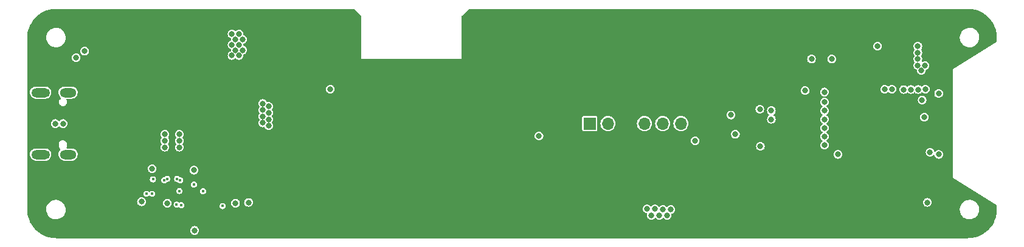
<source format=gbr>
%TF.GenerationSoftware,KiCad,Pcbnew,(7.0.0)*%
%TF.CreationDate,2023-05-08T11:18:25-04:00*%
%TF.ProjectId,AutoTiller,4175746f-5469-46c6-9c65-722e6b696361,rev?*%
%TF.SameCoordinates,Original*%
%TF.FileFunction,Copper,L3,Inr*%
%TF.FilePolarity,Positive*%
%FSLAX46Y46*%
G04 Gerber Fmt 4.6, Leading zero omitted, Abs format (unit mm)*
G04 Created by KiCad (PCBNEW (7.0.0)) date 2023-05-08 11:18:25*
%MOMM*%
%LPD*%
G01*
G04 APERTURE LIST*
%TA.AperFunction,ComponentPad*%
%ADD10R,1.700000X1.700000*%
%TD*%
%TA.AperFunction,ComponentPad*%
%ADD11O,1.700000X1.700000*%
%TD*%
%TA.AperFunction,ComponentPad*%
%ADD12C,0.500000*%
%TD*%
%TA.AperFunction,ComponentPad*%
%ADD13O,2.300000X1.300000*%
%TD*%
%TA.AperFunction,ComponentPad*%
%ADD14O,2.600000X1.300000*%
%TD*%
%TA.AperFunction,ViaPad*%
%ADD15C,0.450000*%
%TD*%
%TA.AperFunction,ViaPad*%
%ADD16C,0.800000*%
%TD*%
G04 APERTURE END LIST*
D10*
%TO.N,/OUT1*%
%TO.C,U2*%
X168319999Y-115999999D03*
D11*
%TO.N,/OUT2*%
X170859999Y-115999999D03*
%TO.N,GND*%
X173399999Y-115999999D03*
%TO.N,+3.3V*%
X175939999Y-115999999D03*
%TO.N,ENC_A*%
X178479999Y-115999999D03*
%TO.N,ENC_B*%
X181019999Y-115999999D03*
%TD*%
D12*
%TO.N,GND*%
%TO.C,DRV8251ADDAR1*%
X168700000Y-126010000D03*
X170000000Y-126010000D03*
X171300000Y-126010000D03*
X168700000Y-124100000D03*
X170000000Y-124100000D03*
X171300000Y-124100000D03*
%TD*%
D13*
%TO.N,unconnected-(J1-SHIELD-PadS1)*%
%TO.C,J1*%
X95674999Y-111679999D03*
D14*
X91849999Y-111679999D03*
D13*
X95674999Y-120319999D03*
D14*
X91849999Y-120319999D03*
%TD*%
D15*
%TO.N,/SDRV*%
X117200000Y-127500000D03*
%TO.N,SDA*%
X111443850Y-127385500D03*
%TO.N,SCL*%
X110800000Y-127300000D03*
%TO.N,D+*%
X106600000Y-125800000D03*
%TO.N,D-*%
X107400000Y-125800000D03*
%TO.N,/BTST1*%
X107500000Y-123775500D03*
%TO.N,/SW1*%
X109087500Y-123887500D03*
X109500000Y-123700000D03*
%TO.N,/SW2*%
X110875000Y-123700000D03*
X111300000Y-123900000D03*
%TO.N,/BTST2*%
X113200000Y-124500000D03*
%TO.N,/PROG*%
X111200000Y-125400000D03*
%TO.N,GND*%
X119300000Y-129900000D03*
D16*
%TO.N,STAT*%
X98000000Y-105900000D03*
X107396772Y-122298053D03*
%TO.N,D+*%
X95000000Y-116000000D03*
%TO.N,D-*%
X93900000Y-116000000D03*
%TO.N,GND*%
X117000000Y-118000000D03*
X150500000Y-122000000D03*
X97200000Y-119200000D03*
X97200000Y-112800000D03*
X145500000Y-120000000D03*
X119000000Y-118000000D03*
X98100000Y-112800000D03*
X118000000Y-117000000D03*
X190000000Y-108200000D03*
X169800000Y-119900000D03*
X98100000Y-119200000D03*
X109180083Y-124723713D03*
X119000000Y-125500000D03*
X161200000Y-128300000D03*
X211200000Y-116600000D03*
X169800000Y-118900000D03*
X212075000Y-129075000D03*
X98100000Y-121000000D03*
X217300000Y-106600000D03*
X218100000Y-107100000D03*
X211900000Y-103500000D03*
X146500000Y-120000000D03*
X133400000Y-111300000D03*
X148500000Y-120000000D03*
X149000000Y-119000000D03*
X215800000Y-112200000D03*
X150500000Y-120000000D03*
X98100000Y-120100000D03*
X115000000Y-118000000D03*
X121000000Y-125500000D03*
X218100000Y-106200000D03*
X98100000Y-111000000D03*
X211200000Y-115200000D03*
X150000000Y-119000000D03*
X161000000Y-108300000D03*
X190700000Y-119100000D03*
X122000000Y-125500000D03*
X120000000Y-117000000D03*
X161250000Y-116500000D03*
X109975000Y-125200000D03*
X150000000Y-121000000D03*
X120000000Y-125500000D03*
X169100000Y-120400000D03*
X217300000Y-105700000D03*
X146000000Y-119000000D03*
X149500000Y-122000000D03*
X149500000Y-120000000D03*
X121000000Y-118000000D03*
X149000000Y-121000000D03*
X217300000Y-107500000D03*
X147500000Y-120000000D03*
X150000000Y-123000000D03*
X200700000Y-102900000D03*
X98100000Y-111900000D03*
X218100000Y-105300000D03*
X108500000Y-128041911D03*
X169800000Y-120900000D03*
X199100000Y-120300000D03*
X212600000Y-116600000D03*
X110662717Y-124681346D03*
X156370000Y-117190000D03*
X169100000Y-118400000D03*
X147000000Y-119000000D03*
X131100000Y-128300000D03*
X131000000Y-108000000D03*
X190000000Y-128000000D03*
X212600000Y-115200000D03*
X109200000Y-128600000D03*
X169100000Y-119400000D03*
X148000000Y-119000000D03*
X217300000Y-108400000D03*
X218100000Y-108000000D03*
%TO.N,QON*%
X113300000Y-130900000D03*
X109500000Y-127100000D03*
%TO.N,SCL*%
X192000000Y-114000000D03*
%TO.N,SDA*%
X183000000Y-118400000D03*
%TO.N,+12V*%
X179600000Y-128000000D03*
X122800000Y-114100000D03*
X178000000Y-128800000D03*
X176300000Y-127900000D03*
X123600000Y-115400000D03*
X178500000Y-128000000D03*
X179100000Y-128800000D03*
X122800000Y-115000000D03*
X123600000Y-113600000D03*
X122800000Y-115900000D03*
X176900000Y-128800000D03*
X123600000Y-114500000D03*
X122800000Y-113200000D03*
X177400000Y-127900000D03*
X123600000Y-116300000D03*
%TO.N,ESP_EN*%
X215300000Y-127000000D03*
X214600000Y-112700000D03*
%TO.N,+3.3V*%
X192080000Y-119180000D03*
X214000000Y-105200000D03*
X119500000Y-103500000D03*
X214500000Y-108600000D03*
X118500000Y-106500000D03*
X118500000Y-105000000D03*
X208400000Y-105200000D03*
X132200000Y-111200000D03*
X119000000Y-104250000D03*
X120000000Y-105750000D03*
X215000000Y-107900000D03*
X119000000Y-105750000D03*
X118500000Y-103500000D03*
X119500000Y-105000000D03*
X214000000Y-106100000D03*
X202900000Y-120300000D03*
X161250000Y-117750000D03*
X119500000Y-106500000D03*
X216900000Y-111800000D03*
X214000000Y-107900000D03*
X120000000Y-104250000D03*
X214000000Y-107000000D03*
%TO.N,+1*%
X201000000Y-113000000D03*
X209383089Y-111213494D03*
%TO.N,-1*%
X201000000Y-119000000D03*
X215047595Y-111196907D03*
%TO.N,+15*%
X210399500Y-111199570D03*
X201000000Y-114200000D03*
%TO.N,-15*%
X201000000Y-117800000D03*
X214049503Y-111250000D03*
%TO.N,TackL*%
X201000000Y-116600000D03*
X213050000Y-111250000D03*
%TO.N,TackR*%
X212050000Y-111250000D03*
X201000000Y-115400000D03*
%TO.N,Net-(D1-A)*%
X202000000Y-107000000D03*
X201000000Y-111600000D03*
%TO.N,Net-(D2-A)*%
X199200000Y-107000000D03*
X198300000Y-111400000D03*
%TO.N,IMU_INT1*%
X188599500Y-117500000D03*
X193600000Y-115400000D03*
%TO.N,ESP_IO0*%
X214900000Y-115100000D03*
%TO.N,SAO*%
X188000000Y-114800000D03*
X193600000Y-114200000D03*
%TO.N,ESP_RXD*%
X215700000Y-120000000D03*
%TO.N,ESP_TXD*%
X216900000Y-120300000D03*
D15*
%TO.N,/INT*%
X114462000Y-125438000D03*
D16*
X120800000Y-127000000D03*
%TO.N,/SW2*%
X111175000Y-119300000D03*
X111175000Y-117500000D03*
X111175000Y-118400000D03*
%TO.N,REGN*%
X105900000Y-126900000D03*
X96800000Y-106800000D03*
%TO.N,/PROG*%
X119000000Y-127100000D03*
%TO.N,/SW1*%
X109175000Y-119300000D03*
X109175000Y-117500000D03*
X109175000Y-118400000D03*
%TO.N,/SDRV*%
X113200000Y-122500000D03*
%TD*%
%TA.AperFunction,Conductor*%
%TO.N,GND*%
G36*
X135497693Y-100007275D02*
G01*
X135526567Y-100026567D01*
X136473433Y-100973433D01*
X136492725Y-101002307D01*
X136499500Y-101036366D01*
X136499500Y-106999901D01*
X136499459Y-107000000D01*
X136499500Y-107000099D01*
X136499617Y-107000383D01*
X136500000Y-107000541D01*
X136500099Y-107000500D01*
X150499901Y-107000500D01*
X150500000Y-107000541D01*
X150500383Y-107000383D01*
X150500500Y-107000099D01*
X150500541Y-107000000D01*
X198594318Y-107000000D01*
X198595079Y-107005780D01*
X198614194Y-107150979D01*
X198614195Y-107150983D01*
X198614956Y-107156762D01*
X198617186Y-107162147D01*
X198617188Y-107162152D01*
X198673230Y-107297448D01*
X198675464Y-107302841D01*
X198679014Y-107307468D01*
X198679015Y-107307469D01*
X198754376Y-107405682D01*
X198771718Y-107428282D01*
X198897159Y-107524536D01*
X199043238Y-107585044D01*
X199200000Y-107605682D01*
X199356762Y-107585044D01*
X199502841Y-107524536D01*
X199628282Y-107428282D01*
X199724536Y-107302841D01*
X199785044Y-107156762D01*
X199805682Y-107000000D01*
X201394318Y-107000000D01*
X201395079Y-107005780D01*
X201414194Y-107150979D01*
X201414195Y-107150983D01*
X201414956Y-107156762D01*
X201417186Y-107162147D01*
X201417188Y-107162152D01*
X201473230Y-107297448D01*
X201475464Y-107302841D01*
X201479014Y-107307468D01*
X201479015Y-107307469D01*
X201554376Y-107405682D01*
X201571718Y-107428282D01*
X201697159Y-107524536D01*
X201843238Y-107585044D01*
X202000000Y-107605682D01*
X202156762Y-107585044D01*
X202302841Y-107524536D01*
X202428282Y-107428282D01*
X202524536Y-107302841D01*
X202585044Y-107156762D01*
X202605682Y-107000000D01*
X202585044Y-106843238D01*
X202524536Y-106697159D01*
X202428282Y-106571718D01*
X202423653Y-106568166D01*
X202307469Y-106479015D01*
X202307468Y-106479014D01*
X202302841Y-106475464D01*
X202297448Y-106473230D01*
X202162152Y-106417188D01*
X202162147Y-106417186D01*
X202156762Y-106414956D01*
X202150983Y-106414195D01*
X202150979Y-106414194D01*
X202005780Y-106395079D01*
X202000000Y-106394318D01*
X201994220Y-106395079D01*
X201849020Y-106414194D01*
X201849014Y-106414195D01*
X201843238Y-106414956D01*
X201837854Y-106417186D01*
X201837847Y-106417188D01*
X201702551Y-106473230D01*
X201702547Y-106473231D01*
X201697159Y-106475464D01*
X201692534Y-106479012D01*
X201692530Y-106479015D01*
X201576346Y-106568166D01*
X201576342Y-106568169D01*
X201571718Y-106571718D01*
X201568169Y-106576342D01*
X201568166Y-106576346D01*
X201479015Y-106692530D01*
X201479012Y-106692534D01*
X201475464Y-106697159D01*
X201473231Y-106702547D01*
X201473230Y-106702551D01*
X201417188Y-106837847D01*
X201417186Y-106837854D01*
X201414956Y-106843238D01*
X201414195Y-106849014D01*
X201414194Y-106849020D01*
X201403292Y-106931833D01*
X201394318Y-107000000D01*
X199805682Y-107000000D01*
X199785044Y-106843238D01*
X199724536Y-106697159D01*
X199628282Y-106571718D01*
X199623653Y-106568166D01*
X199507469Y-106479015D01*
X199507468Y-106479014D01*
X199502841Y-106475464D01*
X199497448Y-106473230D01*
X199362152Y-106417188D01*
X199362147Y-106417186D01*
X199356762Y-106414956D01*
X199350983Y-106414195D01*
X199350979Y-106414194D01*
X199205780Y-106395079D01*
X199200000Y-106394318D01*
X199194220Y-106395079D01*
X199049020Y-106414194D01*
X199049014Y-106414195D01*
X199043238Y-106414956D01*
X199037854Y-106417186D01*
X199037847Y-106417188D01*
X198902551Y-106473230D01*
X198902547Y-106473231D01*
X198897159Y-106475464D01*
X198892534Y-106479012D01*
X198892530Y-106479015D01*
X198776346Y-106568166D01*
X198776342Y-106568169D01*
X198771718Y-106571718D01*
X198768169Y-106576342D01*
X198768166Y-106576346D01*
X198679015Y-106692530D01*
X198679012Y-106692534D01*
X198675464Y-106697159D01*
X198673231Y-106702547D01*
X198673230Y-106702551D01*
X198617188Y-106837847D01*
X198617186Y-106837854D01*
X198614956Y-106843238D01*
X198614195Y-106849014D01*
X198614194Y-106849020D01*
X198603292Y-106931833D01*
X198594318Y-107000000D01*
X150500541Y-107000000D01*
X150500500Y-106999901D01*
X150500500Y-105200000D01*
X207794318Y-105200000D01*
X207795079Y-105205780D01*
X207814194Y-105350979D01*
X207814195Y-105350983D01*
X207814956Y-105356762D01*
X207817186Y-105362147D01*
X207817188Y-105362152D01*
X207854633Y-105452551D01*
X207875464Y-105502841D01*
X207879014Y-105507468D01*
X207879015Y-105507469D01*
X207951974Y-105602551D01*
X207971718Y-105628282D01*
X208097159Y-105724536D01*
X208243238Y-105785044D01*
X208400000Y-105805682D01*
X208556762Y-105785044D01*
X208702841Y-105724536D01*
X208828282Y-105628282D01*
X208924536Y-105502841D01*
X208985044Y-105356762D01*
X209005682Y-105200000D01*
X208985044Y-105043238D01*
X208924536Y-104897159D01*
X208828282Y-104771718D01*
X208823653Y-104768166D01*
X208707469Y-104679015D01*
X208707468Y-104679014D01*
X208702841Y-104675464D01*
X208697448Y-104673230D01*
X208562152Y-104617188D01*
X208562147Y-104617186D01*
X208556762Y-104614956D01*
X208550983Y-104614195D01*
X208550979Y-104614194D01*
X208405780Y-104595079D01*
X208400000Y-104594318D01*
X208394220Y-104595079D01*
X208249020Y-104614194D01*
X208249014Y-104614195D01*
X208243238Y-104614956D01*
X208237854Y-104617186D01*
X208237847Y-104617188D01*
X208102551Y-104673230D01*
X208102547Y-104673231D01*
X208097159Y-104675464D01*
X208092534Y-104679012D01*
X208092530Y-104679015D01*
X207976346Y-104768166D01*
X207976342Y-104768169D01*
X207971718Y-104771718D01*
X207968169Y-104776342D01*
X207968166Y-104776346D01*
X207879015Y-104892530D01*
X207879012Y-104892534D01*
X207875464Y-104897159D01*
X207873231Y-104902547D01*
X207873230Y-104902551D01*
X207817188Y-105037847D01*
X207817186Y-105037854D01*
X207814956Y-105043238D01*
X207814195Y-105049014D01*
X207814194Y-105049020D01*
X207798686Y-105166821D01*
X207794318Y-105200000D01*
X150500500Y-105200000D01*
X150500500Y-103942306D01*
X219841828Y-103942306D01*
X219841988Y-103946078D01*
X219841988Y-103946085D01*
X219850160Y-104138446D01*
X219851614Y-104172668D01*
X219852412Y-104176370D01*
X219876903Y-104290012D01*
X219900190Y-104398062D01*
X219901596Y-104401562D01*
X219901598Y-104401567D01*
X219968543Y-104568166D01*
X219986159Y-104612006D01*
X220107049Y-104808343D01*
X220259380Y-104981425D01*
X220438772Y-105126274D01*
X220543274Y-105184652D01*
X220636754Y-105236873D01*
X220636758Y-105236875D01*
X220640063Y-105238721D01*
X220857462Y-105315533D01*
X221084715Y-105354500D01*
X221255634Y-105354500D01*
X221257535Y-105354500D01*
X221429739Y-105339843D01*
X221652869Y-105281745D01*
X221862971Y-105186773D01*
X222054000Y-105057659D01*
X222220462Y-104898119D01*
X222357566Y-104712742D01*
X222461370Y-104506860D01*
X222528886Y-104286397D01*
X222558172Y-104057694D01*
X222548386Y-103827332D01*
X222499810Y-103601938D01*
X222413841Y-103387994D01*
X222292951Y-103191657D01*
X222140620Y-103018575D01*
X222015055Y-102917188D01*
X221964170Y-102876101D01*
X221964166Y-102876098D01*
X221961228Y-102873726D01*
X221930985Y-102856831D01*
X221763245Y-102763126D01*
X221763236Y-102763121D01*
X221759937Y-102761279D01*
X221756365Y-102760017D01*
X221756363Y-102760016D01*
X221546106Y-102685727D01*
X221546098Y-102685725D01*
X221542538Y-102684467D01*
X221538815Y-102683828D01*
X221538809Y-102683827D01*
X221319004Y-102646137D01*
X221318995Y-102646136D01*
X221315285Y-102645500D01*
X221142465Y-102645500D01*
X221140580Y-102645660D01*
X221140566Y-102645661D01*
X220974033Y-102659835D01*
X220974022Y-102659836D01*
X220970261Y-102660157D01*
X220966608Y-102661108D01*
X220966597Y-102661110D01*
X220750793Y-102717301D01*
X220750787Y-102717302D01*
X220747131Y-102718255D01*
X220743686Y-102719812D01*
X220743681Y-102719814D01*
X220540480Y-102811666D01*
X220540470Y-102811671D01*
X220537029Y-102813227D01*
X220533894Y-102815345D01*
X220533892Y-102815347D01*
X220349134Y-102940222D01*
X220349128Y-102940226D01*
X220346000Y-102942341D01*
X220343275Y-102944951D01*
X220343267Y-102944959D01*
X220182269Y-103099262D01*
X220182260Y-103099271D01*
X220179538Y-103101881D01*
X220177292Y-103104916D01*
X220177289Y-103104921D01*
X220044679Y-103284221D01*
X220044673Y-103284230D01*
X220042434Y-103287258D01*
X220040736Y-103290624D01*
X220040732Y-103290632D01*
X219940333Y-103489761D01*
X219940330Y-103489767D01*
X219938630Y-103493140D01*
X219937525Y-103496745D01*
X219937522Y-103496755D01*
X219885329Y-103667186D01*
X219871114Y-103713603D01*
X219870634Y-103717348D01*
X219870633Y-103717355D01*
X219842308Y-103938551D01*
X219842307Y-103938560D01*
X219841828Y-103942306D01*
X150500500Y-103942306D01*
X150500500Y-101036366D01*
X150507275Y-101002307D01*
X150526567Y-100973433D01*
X151473433Y-100026567D01*
X151502307Y-100007275D01*
X151536366Y-100000500D01*
X220823012Y-100000500D01*
X220825195Y-100000526D01*
X221192777Y-100009551D01*
X221199284Y-100009951D01*
X221581872Y-100047632D01*
X221590482Y-100048908D01*
X221966467Y-100123697D01*
X221974930Y-100125817D01*
X222341768Y-100237096D01*
X222349968Y-100240030D01*
X222704129Y-100386728D01*
X222712016Y-100390459D01*
X223050073Y-100571154D01*
X223057551Y-100575635D01*
X223297668Y-100736076D01*
X223376293Y-100788612D01*
X223383308Y-100793815D01*
X223679615Y-101036987D01*
X223686087Y-101042852D01*
X223957147Y-101313912D01*
X223963012Y-101320384D01*
X224206184Y-101616691D01*
X224211387Y-101623706D01*
X224424359Y-101942441D01*
X224428849Y-101949933D01*
X224609538Y-102287979D01*
X224613272Y-102295874D01*
X224759964Y-102650019D01*
X224762907Y-102658243D01*
X224874181Y-103025065D01*
X224876303Y-103033537D01*
X224951088Y-103409502D01*
X224952369Y-103418142D01*
X224990047Y-103800699D01*
X224990449Y-103807238D01*
X224999473Y-104174804D01*
X224999500Y-104176988D01*
X224999500Y-104514058D01*
X224988406Y-104557090D01*
X224957888Y-104589393D01*
X218909556Y-108393988D01*
X218909553Y-108393990D01*
X218900000Y-108400000D01*
X218900000Y-123600000D01*
X218909556Y-123606011D01*
X224957888Y-127410607D01*
X224988406Y-127442910D01*
X224999500Y-127485942D01*
X224999500Y-127823012D01*
X224999473Y-127825196D01*
X224990449Y-128192761D01*
X224990047Y-128199300D01*
X224952369Y-128581857D01*
X224951088Y-128590497D01*
X224876303Y-128966462D01*
X224874181Y-128974934D01*
X224762907Y-129341756D01*
X224759964Y-129349980D01*
X224613274Y-129704121D01*
X224609540Y-129712016D01*
X224428849Y-130050066D01*
X224424359Y-130057558D01*
X224211387Y-130376293D01*
X224206184Y-130383308D01*
X223963012Y-130679615D01*
X223957147Y-130686087D01*
X223686087Y-130957147D01*
X223679615Y-130963012D01*
X223383308Y-131206184D01*
X223376293Y-131211387D01*
X223057558Y-131424359D01*
X223050066Y-131428849D01*
X222712020Y-131609538D01*
X222704125Y-131613272D01*
X222349980Y-131759964D01*
X222341756Y-131762907D01*
X221974934Y-131874181D01*
X221966462Y-131876303D01*
X221590497Y-131951088D01*
X221581857Y-131952369D01*
X221199300Y-131990047D01*
X221192761Y-131990449D01*
X220825196Y-131999473D01*
X220823012Y-131999500D01*
X94176988Y-131999500D01*
X94174804Y-131999473D01*
X93807238Y-131990449D01*
X93800699Y-131990047D01*
X93418142Y-131952369D01*
X93409502Y-131951088D01*
X93033537Y-131876303D01*
X93025065Y-131874181D01*
X92658243Y-131762907D01*
X92650019Y-131759964D01*
X92295874Y-131613272D01*
X92287979Y-131609538D01*
X91949933Y-131428849D01*
X91942441Y-131424359D01*
X91623706Y-131211387D01*
X91616691Y-131206184D01*
X91320384Y-130963012D01*
X91313912Y-130957147D01*
X91256765Y-130900000D01*
X112694318Y-130900000D01*
X112695079Y-130905780D01*
X112714194Y-131050979D01*
X112714195Y-131050983D01*
X112714956Y-131056762D01*
X112717186Y-131062147D01*
X112717188Y-131062152D01*
X112770837Y-131191670D01*
X112775464Y-131202841D01*
X112779014Y-131207468D01*
X112779015Y-131207469D01*
X112868166Y-131323653D01*
X112871718Y-131328282D01*
X112997159Y-131424536D01*
X113143238Y-131485044D01*
X113300000Y-131505682D01*
X113456762Y-131485044D01*
X113602841Y-131424536D01*
X113728282Y-131328282D01*
X113824536Y-131202841D01*
X113885044Y-131056762D01*
X113905682Y-130900000D01*
X113885044Y-130743238D01*
X113824536Y-130597159D01*
X113728282Y-130471718D01*
X113602841Y-130375464D01*
X113597448Y-130373230D01*
X113462152Y-130317188D01*
X113462147Y-130317186D01*
X113456762Y-130314956D01*
X113450983Y-130314195D01*
X113450979Y-130314194D01*
X113305780Y-130295079D01*
X113300000Y-130294318D01*
X113294220Y-130295079D01*
X113149020Y-130314194D01*
X113149014Y-130314195D01*
X113143238Y-130314956D01*
X113137854Y-130317186D01*
X113137847Y-130317188D01*
X113002551Y-130373230D01*
X113002547Y-130373231D01*
X112997159Y-130375464D01*
X112992534Y-130379012D01*
X112992530Y-130379015D01*
X112876346Y-130468166D01*
X112876342Y-130468169D01*
X112871718Y-130471718D01*
X112868169Y-130476342D01*
X112868166Y-130476346D01*
X112779015Y-130592530D01*
X112779012Y-130592534D01*
X112775464Y-130597159D01*
X112773231Y-130602547D01*
X112773230Y-130602551D01*
X112717188Y-130737847D01*
X112717186Y-130737854D01*
X112714956Y-130743238D01*
X112714195Y-130749014D01*
X112714194Y-130749020D01*
X112703296Y-130831802D01*
X112694318Y-130900000D01*
X91256765Y-130900000D01*
X91042852Y-130686087D01*
X91036987Y-130679615D01*
X90793815Y-130383308D01*
X90788612Y-130376293D01*
X90575640Y-130057558D01*
X90571154Y-130050073D01*
X90390454Y-129712007D01*
X90386729Y-129704130D01*
X90240030Y-129349968D01*
X90237096Y-129341768D01*
X90125817Y-128974930D01*
X90123696Y-128966462D01*
X90120616Y-128950979D01*
X90048908Y-128590482D01*
X90047632Y-128581872D01*
X90009951Y-128199284D01*
X90009551Y-128192777D01*
X90003401Y-127942306D01*
X92641828Y-127942306D01*
X92641988Y-127946078D01*
X92641988Y-127946085D01*
X92650938Y-128156762D01*
X92651614Y-128172668D01*
X92657035Y-128197821D01*
X92685916Y-128331833D01*
X92700190Y-128398062D01*
X92701596Y-128401562D01*
X92701598Y-128401567D01*
X92783333Y-128604973D01*
X92786159Y-128612006D01*
X92907049Y-128808343D01*
X93059380Y-128981425D01*
X93238772Y-129126274D01*
X93343274Y-129184652D01*
X93436754Y-129236873D01*
X93436758Y-129236875D01*
X93440063Y-129238721D01*
X93657462Y-129315533D01*
X93884715Y-129354500D01*
X94055634Y-129354500D01*
X94057535Y-129354500D01*
X94229739Y-129339843D01*
X94452869Y-129281745D01*
X94662971Y-129186773D01*
X94854000Y-129057659D01*
X95020462Y-128898119D01*
X95157566Y-128712742D01*
X95261370Y-128506860D01*
X95328886Y-128286397D01*
X95358172Y-128057694D01*
X95348386Y-127827332D01*
X95299810Y-127601938D01*
X95213841Y-127387994D01*
X95092951Y-127191657D01*
X94940620Y-127018575D01*
X94854478Y-126949020D01*
X94793768Y-126900000D01*
X105294318Y-126900000D01*
X105295079Y-126905780D01*
X105314194Y-127050979D01*
X105314195Y-127050983D01*
X105314956Y-127056762D01*
X105317186Y-127062147D01*
X105317188Y-127062152D01*
X105348820Y-127138518D01*
X105375464Y-127202841D01*
X105379014Y-127207468D01*
X105379015Y-127207469D01*
X105452196Y-127302841D01*
X105471718Y-127328282D01*
X105597159Y-127424536D01*
X105743238Y-127485044D01*
X105900000Y-127505682D01*
X106056762Y-127485044D01*
X106202841Y-127424536D01*
X106328282Y-127328282D01*
X106424536Y-127202841D01*
X106467134Y-127100000D01*
X108894318Y-127100000D01*
X108895079Y-127105780D01*
X108914194Y-127250979D01*
X108914195Y-127250983D01*
X108914956Y-127256762D01*
X108917186Y-127262147D01*
X108917188Y-127262152D01*
X108972249Y-127395079D01*
X108975464Y-127402841D01*
X108979014Y-127407468D01*
X108979015Y-127407469D01*
X109054376Y-127505682D01*
X109071718Y-127528282D01*
X109197159Y-127624536D01*
X109343238Y-127685044D01*
X109500000Y-127705682D01*
X109656762Y-127685044D01*
X109802841Y-127624536D01*
X109928282Y-127528282D01*
X110024536Y-127402841D01*
X110067134Y-127300000D01*
X110369196Y-127300000D01*
X110370292Y-127306920D01*
X110389184Y-127426204D01*
X110389185Y-127426208D01*
X110390281Y-127433126D01*
X110393460Y-127439365D01*
X110393461Y-127439368D01*
X110438765Y-127528282D01*
X110451472Y-127553220D01*
X110546780Y-127648528D01*
X110666874Y-127709719D01*
X110800000Y-127730804D01*
X110933126Y-127709719D01*
X111029992Y-127660362D01*
X111084320Y-127651758D01*
X111133331Y-127676729D01*
X111190630Y-127734028D01*
X111310724Y-127795219D01*
X111443850Y-127816304D01*
X111576976Y-127795219D01*
X111697070Y-127734028D01*
X111792378Y-127638720D01*
X111853569Y-127518626D01*
X111856519Y-127500000D01*
X116769196Y-127500000D01*
X116770292Y-127506920D01*
X116789184Y-127626204D01*
X116789185Y-127626208D01*
X116790281Y-127633126D01*
X116793460Y-127639365D01*
X116793461Y-127639368D01*
X116831286Y-127713603D01*
X116851472Y-127753220D01*
X116946780Y-127848528D01*
X117066874Y-127909719D01*
X117200000Y-127930804D01*
X117333126Y-127909719D01*
X117352201Y-127900000D01*
X175694318Y-127900000D01*
X175695079Y-127905780D01*
X175714194Y-128050979D01*
X175714195Y-128050983D01*
X175714956Y-128056762D01*
X175717186Y-128062147D01*
X175717188Y-128062152D01*
X175753982Y-128150979D01*
X175775464Y-128202841D01*
X175871718Y-128328282D01*
X175997159Y-128424536D01*
X176143238Y-128485044D01*
X176253219Y-128499523D01*
X176301729Y-128522144D01*
X176328492Y-128568498D01*
X176323828Y-128621820D01*
X176317187Y-128637850D01*
X176317185Y-128637855D01*
X176314956Y-128643238D01*
X176314195Y-128649014D01*
X176314194Y-128649020D01*
X176296272Y-128785151D01*
X176294318Y-128800000D01*
X176295079Y-128805780D01*
X176314194Y-128950979D01*
X176314195Y-128950983D01*
X176314956Y-128956762D01*
X176317186Y-128962147D01*
X176317188Y-128962152D01*
X176355664Y-129055040D01*
X176375464Y-129102841D01*
X176379014Y-129107468D01*
X176379015Y-129107469D01*
X176393445Y-129126274D01*
X176471718Y-129228282D01*
X176597159Y-129324536D01*
X176743238Y-129385044D01*
X176900000Y-129405682D01*
X177056762Y-129385044D01*
X177202841Y-129324536D01*
X177328282Y-129228282D01*
X177379391Y-129161674D01*
X177423237Y-129130974D01*
X177476763Y-129130974D01*
X177520608Y-129161674D01*
X177571718Y-129228282D01*
X177697159Y-129324536D01*
X177843238Y-129385044D01*
X178000000Y-129405682D01*
X178156762Y-129385044D01*
X178302841Y-129324536D01*
X178428282Y-129228282D01*
X178479391Y-129161674D01*
X178523237Y-129130974D01*
X178576763Y-129130974D01*
X178620608Y-129161674D01*
X178671718Y-129228282D01*
X178797159Y-129324536D01*
X178943238Y-129385044D01*
X179100000Y-129405682D01*
X179256762Y-129385044D01*
X179402841Y-129324536D01*
X179528282Y-129228282D01*
X179624536Y-129102841D01*
X179685044Y-128956762D01*
X179705682Y-128800000D01*
X179690174Y-128682206D01*
X179694781Y-128640152D01*
X179718288Y-128604973D01*
X179753940Y-128585415D01*
X179756762Y-128585044D01*
X179902841Y-128524536D01*
X180028282Y-128428282D01*
X180124536Y-128302841D01*
X180185044Y-128156762D01*
X180205682Y-128000000D01*
X180198086Y-127942306D01*
X219841828Y-127942306D01*
X219841988Y-127946078D01*
X219841988Y-127946085D01*
X219850938Y-128156762D01*
X219851614Y-128172668D01*
X219857035Y-128197821D01*
X219885916Y-128331833D01*
X219900190Y-128398062D01*
X219901596Y-128401562D01*
X219901598Y-128401567D01*
X219983333Y-128604973D01*
X219986159Y-128612006D01*
X220107049Y-128808343D01*
X220259380Y-128981425D01*
X220438772Y-129126274D01*
X220543274Y-129184652D01*
X220636754Y-129236873D01*
X220636758Y-129236875D01*
X220640063Y-129238721D01*
X220857462Y-129315533D01*
X221084715Y-129354500D01*
X221255634Y-129354500D01*
X221257535Y-129354500D01*
X221429739Y-129339843D01*
X221652869Y-129281745D01*
X221862971Y-129186773D01*
X222054000Y-129057659D01*
X222220462Y-128898119D01*
X222357566Y-128712742D01*
X222461370Y-128506860D01*
X222528886Y-128286397D01*
X222558172Y-128057694D01*
X222548386Y-127827332D01*
X222499810Y-127601938D01*
X222413841Y-127387994D01*
X222292951Y-127191657D01*
X222140620Y-127018575D01*
X222054478Y-126949020D01*
X221964170Y-126876101D01*
X221964166Y-126876098D01*
X221961228Y-126873726D01*
X221897001Y-126837847D01*
X221763245Y-126763126D01*
X221763236Y-126763121D01*
X221759937Y-126761279D01*
X221756365Y-126760017D01*
X221756363Y-126760016D01*
X221546106Y-126685727D01*
X221546098Y-126685725D01*
X221542538Y-126684467D01*
X221538815Y-126683828D01*
X221538809Y-126683827D01*
X221319004Y-126646137D01*
X221318995Y-126646136D01*
X221315285Y-126645500D01*
X221142465Y-126645500D01*
X221140580Y-126645660D01*
X221140566Y-126645661D01*
X220974033Y-126659835D01*
X220974022Y-126659836D01*
X220970261Y-126660157D01*
X220966608Y-126661108D01*
X220966597Y-126661110D01*
X220750793Y-126717301D01*
X220750787Y-126717302D01*
X220747131Y-126718255D01*
X220743686Y-126719812D01*
X220743681Y-126719814D01*
X220540480Y-126811666D01*
X220540470Y-126811671D01*
X220537029Y-126813227D01*
X220533894Y-126815345D01*
X220533892Y-126815347D01*
X220349134Y-126940222D01*
X220349128Y-126940226D01*
X220346000Y-126942341D01*
X220343275Y-126944951D01*
X220343267Y-126944959D01*
X220182269Y-127099262D01*
X220182260Y-127099271D01*
X220179538Y-127101881D01*
X220177292Y-127104916D01*
X220177289Y-127104921D01*
X220044679Y-127284221D01*
X220044673Y-127284230D01*
X220042434Y-127287258D01*
X220040736Y-127290624D01*
X220040732Y-127290632D01*
X219940333Y-127489761D01*
X219940330Y-127489767D01*
X219938630Y-127493140D01*
X219937525Y-127496745D01*
X219937522Y-127496755D01*
X219872303Y-127709719D01*
X219871114Y-127713603D01*
X219870634Y-127717348D01*
X219870633Y-127717355D01*
X219842308Y-127938551D01*
X219842307Y-127938560D01*
X219841828Y-127942306D01*
X180198086Y-127942306D01*
X180185044Y-127843238D01*
X180124536Y-127697159D01*
X180028282Y-127571718D01*
X179950070Y-127511704D01*
X179907469Y-127479015D01*
X179907468Y-127479014D01*
X179902841Y-127475464D01*
X179897448Y-127473230D01*
X179762152Y-127417188D01*
X179762147Y-127417186D01*
X179756762Y-127414956D01*
X179750983Y-127414195D01*
X179750979Y-127414194D01*
X179605780Y-127395079D01*
X179600000Y-127394318D01*
X179594220Y-127395079D01*
X179449020Y-127414194D01*
X179449014Y-127414195D01*
X179443238Y-127414956D01*
X179437854Y-127417186D01*
X179437847Y-127417188D01*
X179302551Y-127473230D01*
X179302547Y-127473231D01*
X179297159Y-127475464D01*
X179292534Y-127479012D01*
X179292530Y-127479015D01*
X179176346Y-127568166D01*
X179176342Y-127568169D01*
X179171718Y-127571718D01*
X179168169Y-127576342D01*
X179168161Y-127576351D01*
X179120608Y-127638324D01*
X179076763Y-127669025D01*
X179023237Y-127669025D01*
X178979392Y-127638324D01*
X178931838Y-127576351D01*
X178931833Y-127576346D01*
X178928282Y-127571718D01*
X178850070Y-127511704D01*
X178807469Y-127479015D01*
X178807468Y-127479014D01*
X178802841Y-127475464D01*
X178797448Y-127473230D01*
X178662152Y-127417188D01*
X178662147Y-127417186D01*
X178656762Y-127414956D01*
X178650983Y-127414195D01*
X178650979Y-127414194D01*
X178505780Y-127395079D01*
X178500000Y-127394318D01*
X178494220Y-127395079D01*
X178349020Y-127414194D01*
X178349014Y-127414195D01*
X178343238Y-127414956D01*
X178337854Y-127417186D01*
X178337847Y-127417188D01*
X178202551Y-127473230D01*
X178202547Y-127473231D01*
X178197159Y-127475464D01*
X178192534Y-127479012D01*
X178192530Y-127479015D01*
X178076346Y-127568166D01*
X178076342Y-127568169D01*
X178071718Y-127571718D01*
X178068169Y-127576342D01*
X178068163Y-127576349D01*
X178058973Y-127588326D01*
X178015127Y-127619025D01*
X177961602Y-127619025D01*
X177917758Y-127588324D01*
X177831838Y-127476351D01*
X177831833Y-127476346D01*
X177828282Y-127471718D01*
X177783572Y-127437411D01*
X177707469Y-127379015D01*
X177707468Y-127379014D01*
X177702841Y-127375464D01*
X177682103Y-127366874D01*
X177562152Y-127317188D01*
X177562147Y-127317186D01*
X177556762Y-127314956D01*
X177550983Y-127314195D01*
X177550979Y-127314194D01*
X177405780Y-127295079D01*
X177400000Y-127294318D01*
X177394220Y-127295079D01*
X177249020Y-127314194D01*
X177249014Y-127314195D01*
X177243238Y-127314956D01*
X177237854Y-127317186D01*
X177237847Y-127317188D01*
X177102551Y-127373230D01*
X177102547Y-127373231D01*
X177097159Y-127375464D01*
X177092534Y-127379012D01*
X177092530Y-127379015D01*
X176976346Y-127468166D01*
X176976342Y-127468169D01*
X176971718Y-127471718D01*
X176968169Y-127476342D01*
X176968161Y-127476351D01*
X176920608Y-127538324D01*
X176876763Y-127569025D01*
X176823237Y-127569025D01*
X176779392Y-127538324D01*
X176731838Y-127476351D01*
X176731833Y-127476346D01*
X176728282Y-127471718D01*
X176683572Y-127437411D01*
X176607469Y-127379015D01*
X176607468Y-127379014D01*
X176602841Y-127375464D01*
X176582103Y-127366874D01*
X176462152Y-127317188D01*
X176462147Y-127317186D01*
X176456762Y-127314956D01*
X176450983Y-127314195D01*
X176450979Y-127314194D01*
X176305780Y-127295079D01*
X176300000Y-127294318D01*
X176294220Y-127295079D01*
X176149020Y-127314194D01*
X176149014Y-127314195D01*
X176143238Y-127314956D01*
X176137854Y-127317186D01*
X176137847Y-127317188D01*
X176002551Y-127373230D01*
X176002547Y-127373231D01*
X175997159Y-127375464D01*
X175992534Y-127379012D01*
X175992530Y-127379015D01*
X175876346Y-127468166D01*
X175876342Y-127468169D01*
X175871718Y-127471718D01*
X175868169Y-127476342D01*
X175868166Y-127476346D01*
X175779015Y-127592530D01*
X175779012Y-127592534D01*
X175775464Y-127597159D01*
X175773231Y-127602547D01*
X175773230Y-127602551D01*
X175717188Y-127737847D01*
X175717186Y-127737854D01*
X175714956Y-127743238D01*
X175714195Y-127749014D01*
X175714194Y-127749020D01*
X175700676Y-127851706D01*
X175694318Y-127900000D01*
X117352201Y-127900000D01*
X117453220Y-127848528D01*
X117548528Y-127753220D01*
X117609719Y-127633126D01*
X117630804Y-127500000D01*
X117609719Y-127366874D01*
X117548528Y-127246780D01*
X117453220Y-127151472D01*
X117446981Y-127148293D01*
X117352201Y-127100000D01*
X118394318Y-127100000D01*
X118395079Y-127105780D01*
X118414194Y-127250979D01*
X118414195Y-127250983D01*
X118414956Y-127256762D01*
X118417186Y-127262147D01*
X118417188Y-127262152D01*
X118472249Y-127395079D01*
X118475464Y-127402841D01*
X118479014Y-127407468D01*
X118479015Y-127407469D01*
X118554376Y-127505682D01*
X118571718Y-127528282D01*
X118697159Y-127624536D01*
X118843238Y-127685044D01*
X119000000Y-127705682D01*
X119156762Y-127685044D01*
X119302841Y-127624536D01*
X119428282Y-127528282D01*
X119524536Y-127402841D01*
X119585044Y-127256762D01*
X119605682Y-127100000D01*
X119592517Y-127000000D01*
X120194318Y-127000000D01*
X120195079Y-127005780D01*
X120214194Y-127150979D01*
X120214195Y-127150983D01*
X120214956Y-127156762D01*
X120217186Y-127162147D01*
X120217188Y-127162152D01*
X120272249Y-127295079D01*
X120275464Y-127302841D01*
X120279014Y-127307468D01*
X120279015Y-127307469D01*
X120360908Y-127414194D01*
X120371718Y-127428282D01*
X120497159Y-127524536D01*
X120643238Y-127585044D01*
X120800000Y-127605682D01*
X120956762Y-127585044D01*
X121102841Y-127524536D01*
X121228282Y-127428282D01*
X121324536Y-127302841D01*
X121385044Y-127156762D01*
X121405682Y-127000000D01*
X214694318Y-127000000D01*
X214695079Y-127005780D01*
X214714194Y-127150979D01*
X214714195Y-127150983D01*
X214714956Y-127156762D01*
X214717186Y-127162147D01*
X214717188Y-127162152D01*
X214772249Y-127295079D01*
X214775464Y-127302841D01*
X214779014Y-127307468D01*
X214779015Y-127307469D01*
X214860908Y-127414194D01*
X214871718Y-127428282D01*
X214997159Y-127524536D01*
X215143238Y-127585044D01*
X215300000Y-127605682D01*
X215456762Y-127585044D01*
X215602841Y-127524536D01*
X215728282Y-127428282D01*
X215824536Y-127302841D01*
X215885044Y-127156762D01*
X215905682Y-127000000D01*
X215885044Y-126843238D01*
X215824536Y-126697159D01*
X215728282Y-126571718D01*
X215602841Y-126475464D01*
X215597448Y-126473230D01*
X215462152Y-126417188D01*
X215462147Y-126417186D01*
X215456762Y-126414956D01*
X215450983Y-126414195D01*
X215450979Y-126414194D01*
X215305780Y-126395079D01*
X215300000Y-126394318D01*
X215294220Y-126395079D01*
X215149020Y-126414194D01*
X215149014Y-126414195D01*
X215143238Y-126414956D01*
X215137854Y-126417186D01*
X215137847Y-126417188D01*
X215002551Y-126473230D01*
X215002547Y-126473231D01*
X214997159Y-126475464D01*
X214992534Y-126479012D01*
X214992530Y-126479015D01*
X214876346Y-126568166D01*
X214876342Y-126568169D01*
X214871718Y-126571718D01*
X214868169Y-126576342D01*
X214868166Y-126576346D01*
X214779015Y-126692530D01*
X214779012Y-126692534D01*
X214775464Y-126697159D01*
X214773231Y-126702547D01*
X214773230Y-126702551D01*
X214717188Y-126837847D01*
X214717186Y-126837854D01*
X214714956Y-126843238D01*
X214714195Y-126849014D01*
X214714194Y-126849020D01*
X214700707Y-126951472D01*
X214694318Y-127000000D01*
X121405682Y-127000000D01*
X121385044Y-126843238D01*
X121324536Y-126697159D01*
X121228282Y-126571718D01*
X121102841Y-126475464D01*
X121097448Y-126473230D01*
X120962152Y-126417188D01*
X120962147Y-126417186D01*
X120956762Y-126414956D01*
X120950983Y-126414195D01*
X120950979Y-126414194D01*
X120805780Y-126395079D01*
X120800000Y-126394318D01*
X120794220Y-126395079D01*
X120649020Y-126414194D01*
X120649014Y-126414195D01*
X120643238Y-126414956D01*
X120637854Y-126417186D01*
X120637847Y-126417188D01*
X120502551Y-126473230D01*
X120502547Y-126473231D01*
X120497159Y-126475464D01*
X120492534Y-126479012D01*
X120492530Y-126479015D01*
X120376346Y-126568166D01*
X120376342Y-126568169D01*
X120371718Y-126571718D01*
X120368169Y-126576342D01*
X120368166Y-126576346D01*
X120279015Y-126692530D01*
X120279012Y-126692534D01*
X120275464Y-126697159D01*
X120273231Y-126702547D01*
X120273230Y-126702551D01*
X120217188Y-126837847D01*
X120217186Y-126837854D01*
X120214956Y-126843238D01*
X120214195Y-126849014D01*
X120214194Y-126849020D01*
X120200707Y-126951472D01*
X120194318Y-127000000D01*
X119592517Y-127000000D01*
X119585044Y-126943238D01*
X119524536Y-126797159D01*
X119428282Y-126671718D01*
X119302841Y-126575464D01*
X119297448Y-126573230D01*
X119162152Y-126517188D01*
X119162147Y-126517186D01*
X119156762Y-126514956D01*
X119150983Y-126514195D01*
X119150979Y-126514194D01*
X119005780Y-126495079D01*
X119000000Y-126494318D01*
X118994220Y-126495079D01*
X118849020Y-126514194D01*
X118849014Y-126514195D01*
X118843238Y-126514956D01*
X118837854Y-126517186D01*
X118837847Y-126517188D01*
X118702551Y-126573230D01*
X118702547Y-126573231D01*
X118697159Y-126575464D01*
X118692534Y-126579012D01*
X118692530Y-126579015D01*
X118576346Y-126668166D01*
X118576342Y-126668169D01*
X118571718Y-126671718D01*
X118568169Y-126676342D01*
X118568166Y-126676346D01*
X118479015Y-126792530D01*
X118479012Y-126792534D01*
X118475464Y-126797159D01*
X118473231Y-126802547D01*
X118473230Y-126802551D01*
X118417188Y-126937847D01*
X118417186Y-126937854D01*
X118414956Y-126943238D01*
X118414195Y-126949014D01*
X118414194Y-126949020D01*
X118400772Y-127050979D01*
X118394318Y-127100000D01*
X117352201Y-127100000D01*
X117339368Y-127093461D01*
X117339365Y-127093460D01*
X117333126Y-127090281D01*
X117326208Y-127089185D01*
X117326204Y-127089184D01*
X117206920Y-127070292D01*
X117200000Y-127069196D01*
X117193080Y-127070292D01*
X117073795Y-127089184D01*
X117073790Y-127089185D01*
X117066874Y-127090281D01*
X117060636Y-127093459D01*
X117060631Y-127093461D01*
X116953018Y-127148293D01*
X116953015Y-127148294D01*
X116946780Y-127151472D01*
X116941833Y-127156418D01*
X116941830Y-127156421D01*
X116856421Y-127241830D01*
X116856418Y-127241833D01*
X116851472Y-127246780D01*
X116848294Y-127253015D01*
X116848293Y-127253018D01*
X116793461Y-127360631D01*
X116793459Y-127360636D01*
X116790281Y-127366874D01*
X116789185Y-127373790D01*
X116789184Y-127373795D01*
X116770818Y-127489761D01*
X116769196Y-127500000D01*
X111856519Y-127500000D01*
X111874654Y-127385500D01*
X111853569Y-127252374D01*
X111792378Y-127132280D01*
X111697070Y-127036972D01*
X111641721Y-127008770D01*
X111583218Y-126978961D01*
X111583215Y-126978960D01*
X111576976Y-126975781D01*
X111570058Y-126974685D01*
X111570054Y-126974684D01*
X111450770Y-126955792D01*
X111443850Y-126954696D01*
X111436930Y-126955792D01*
X111317645Y-126974684D01*
X111317640Y-126974685D01*
X111310724Y-126975781D01*
X111304486Y-126978959D01*
X111304481Y-126978961D01*
X111213856Y-127025137D01*
X111159528Y-127033741D01*
X111110518Y-127008770D01*
X111058169Y-126956421D01*
X111053220Y-126951472D01*
X111037060Y-126943238D01*
X110939368Y-126893461D01*
X110939365Y-126893460D01*
X110933126Y-126890281D01*
X110926208Y-126889185D01*
X110926204Y-126889184D01*
X110806920Y-126870292D01*
X110800000Y-126869196D01*
X110793080Y-126870292D01*
X110673795Y-126889184D01*
X110673790Y-126889185D01*
X110666874Y-126890281D01*
X110660636Y-126893459D01*
X110660631Y-126893461D01*
X110553018Y-126948293D01*
X110553015Y-126948294D01*
X110546780Y-126951472D01*
X110541833Y-126956418D01*
X110541830Y-126956421D01*
X110456421Y-127041830D01*
X110456418Y-127041833D01*
X110451472Y-127046780D01*
X110448294Y-127053015D01*
X110448293Y-127053018D01*
X110393461Y-127160631D01*
X110393459Y-127160636D01*
X110390281Y-127166874D01*
X110389185Y-127173790D01*
X110389184Y-127173795D01*
X110371695Y-127284221D01*
X110369196Y-127300000D01*
X110067134Y-127300000D01*
X110085044Y-127256762D01*
X110105682Y-127100000D01*
X110085044Y-126943238D01*
X110024536Y-126797159D01*
X109928282Y-126671718D01*
X109802841Y-126575464D01*
X109797448Y-126573230D01*
X109662152Y-126517188D01*
X109662147Y-126517186D01*
X109656762Y-126514956D01*
X109650983Y-126514195D01*
X109650979Y-126514194D01*
X109505780Y-126495079D01*
X109500000Y-126494318D01*
X109494220Y-126495079D01*
X109349020Y-126514194D01*
X109349014Y-126514195D01*
X109343238Y-126514956D01*
X109337854Y-126517186D01*
X109337847Y-126517188D01*
X109202551Y-126573230D01*
X109202547Y-126573231D01*
X109197159Y-126575464D01*
X109192534Y-126579012D01*
X109192530Y-126579015D01*
X109076346Y-126668166D01*
X109076342Y-126668169D01*
X109071718Y-126671718D01*
X109068169Y-126676342D01*
X109068166Y-126676346D01*
X108979015Y-126792530D01*
X108979012Y-126792534D01*
X108975464Y-126797159D01*
X108973231Y-126802547D01*
X108973230Y-126802551D01*
X108917188Y-126937847D01*
X108917186Y-126937854D01*
X108914956Y-126943238D01*
X108914195Y-126949014D01*
X108914194Y-126949020D01*
X108900772Y-127050979D01*
X108894318Y-127100000D01*
X106467134Y-127100000D01*
X106485044Y-127056762D01*
X106505682Y-126900000D01*
X106485044Y-126743238D01*
X106424536Y-126597159D01*
X106328282Y-126471718D01*
X106202841Y-126375464D01*
X106197448Y-126373230D01*
X106062152Y-126317188D01*
X106062147Y-126317186D01*
X106056762Y-126314956D01*
X106050983Y-126314195D01*
X106050979Y-126314194D01*
X105905780Y-126295079D01*
X105900000Y-126294318D01*
X105894220Y-126295079D01*
X105749020Y-126314194D01*
X105749014Y-126314195D01*
X105743238Y-126314956D01*
X105737854Y-126317186D01*
X105737847Y-126317188D01*
X105602551Y-126373230D01*
X105602547Y-126373231D01*
X105597159Y-126375464D01*
X105592534Y-126379012D01*
X105592530Y-126379015D01*
X105476346Y-126468166D01*
X105476342Y-126468169D01*
X105471718Y-126471718D01*
X105468169Y-126476342D01*
X105468166Y-126476346D01*
X105379015Y-126592530D01*
X105379012Y-126592534D01*
X105375464Y-126597159D01*
X105373231Y-126602547D01*
X105373230Y-126602551D01*
X105317188Y-126737847D01*
X105317186Y-126737854D01*
X105314956Y-126743238D01*
X105314195Y-126749014D01*
X105314194Y-126749020D01*
X105298373Y-126869196D01*
X105294318Y-126900000D01*
X94793768Y-126900000D01*
X94764170Y-126876101D01*
X94764166Y-126876098D01*
X94761228Y-126873726D01*
X94697001Y-126837847D01*
X94563245Y-126763126D01*
X94563236Y-126763121D01*
X94559937Y-126761279D01*
X94556365Y-126760017D01*
X94556363Y-126760016D01*
X94346106Y-126685727D01*
X94346098Y-126685725D01*
X94342538Y-126684467D01*
X94338815Y-126683828D01*
X94338809Y-126683827D01*
X94119004Y-126646137D01*
X94118995Y-126646136D01*
X94115285Y-126645500D01*
X93942465Y-126645500D01*
X93940580Y-126645660D01*
X93940566Y-126645661D01*
X93774033Y-126659835D01*
X93774022Y-126659836D01*
X93770261Y-126660157D01*
X93766608Y-126661108D01*
X93766597Y-126661110D01*
X93550793Y-126717301D01*
X93550787Y-126717302D01*
X93547131Y-126718255D01*
X93543686Y-126719812D01*
X93543681Y-126719814D01*
X93340480Y-126811666D01*
X93340470Y-126811671D01*
X93337029Y-126813227D01*
X93333894Y-126815345D01*
X93333892Y-126815347D01*
X93149134Y-126940222D01*
X93149128Y-126940226D01*
X93146000Y-126942341D01*
X93143275Y-126944951D01*
X93143267Y-126944959D01*
X92982269Y-127099262D01*
X92982260Y-127099271D01*
X92979538Y-127101881D01*
X92977292Y-127104916D01*
X92977289Y-127104921D01*
X92844679Y-127284221D01*
X92844673Y-127284230D01*
X92842434Y-127287258D01*
X92840736Y-127290624D01*
X92840732Y-127290632D01*
X92740333Y-127489761D01*
X92740330Y-127489767D01*
X92738630Y-127493140D01*
X92737525Y-127496745D01*
X92737522Y-127496755D01*
X92672303Y-127709719D01*
X92671114Y-127713603D01*
X92670634Y-127717348D01*
X92670633Y-127717355D01*
X92642308Y-127938551D01*
X92642307Y-127938560D01*
X92641828Y-127942306D01*
X90003401Y-127942306D01*
X90000526Y-127825195D01*
X90000500Y-127823012D01*
X90000500Y-125800000D01*
X106169196Y-125800000D01*
X106170292Y-125806920D01*
X106189184Y-125926204D01*
X106189185Y-125926208D01*
X106190281Y-125933126D01*
X106193460Y-125939365D01*
X106193461Y-125939368D01*
X106245575Y-126041647D01*
X106251472Y-126053220D01*
X106346780Y-126148528D01*
X106466874Y-126209719D01*
X106600000Y-126230804D01*
X106733126Y-126209719D01*
X106853220Y-126148528D01*
X106937066Y-126064681D01*
X106976965Y-126041647D01*
X107023035Y-126041647D01*
X107062933Y-126064681D01*
X107146780Y-126148528D01*
X107266874Y-126209719D01*
X107400000Y-126230804D01*
X107533126Y-126209719D01*
X107653220Y-126148528D01*
X107748528Y-126053220D01*
X107809719Y-125933126D01*
X107830804Y-125800000D01*
X107809719Y-125666874D01*
X107748528Y-125546780D01*
X107653220Y-125451472D01*
X107626780Y-125438000D01*
X107552201Y-125400000D01*
X110769196Y-125400000D01*
X110770292Y-125406920D01*
X110789184Y-125526204D01*
X110789185Y-125526208D01*
X110790281Y-125533126D01*
X110793460Y-125539365D01*
X110793461Y-125539368D01*
X110806116Y-125564204D01*
X110851472Y-125653220D01*
X110946780Y-125748528D01*
X111066874Y-125809719D01*
X111200000Y-125830804D01*
X111333126Y-125809719D01*
X111453220Y-125748528D01*
X111548528Y-125653220D01*
X111609719Y-125533126D01*
X111624785Y-125438000D01*
X114031196Y-125438000D01*
X114032292Y-125444920D01*
X114051184Y-125564204D01*
X114051185Y-125564208D01*
X114052281Y-125571126D01*
X114055460Y-125577365D01*
X114055461Y-125577368D01*
X114110293Y-125684981D01*
X114113472Y-125691220D01*
X114208780Y-125786528D01*
X114328874Y-125847719D01*
X114462000Y-125868804D01*
X114595126Y-125847719D01*
X114715220Y-125786528D01*
X114810528Y-125691220D01*
X114871719Y-125571126D01*
X114892804Y-125438000D01*
X114871719Y-125304874D01*
X114810528Y-125184780D01*
X114715220Y-125089472D01*
X114634402Y-125048293D01*
X114601368Y-125031461D01*
X114601365Y-125031460D01*
X114595126Y-125028281D01*
X114588208Y-125027185D01*
X114588204Y-125027184D01*
X114468920Y-125008292D01*
X114462000Y-125007196D01*
X114455080Y-125008292D01*
X114335795Y-125027184D01*
X114335790Y-125027185D01*
X114328874Y-125028281D01*
X114322636Y-125031459D01*
X114322631Y-125031461D01*
X114215018Y-125086293D01*
X114215015Y-125086294D01*
X114208780Y-125089472D01*
X114203833Y-125094418D01*
X114203830Y-125094421D01*
X114118421Y-125179830D01*
X114118418Y-125179833D01*
X114113472Y-125184780D01*
X114110294Y-125191015D01*
X114110293Y-125191018D01*
X114055461Y-125298631D01*
X114055459Y-125298636D01*
X114052281Y-125304874D01*
X114051185Y-125311790D01*
X114051184Y-125311795D01*
X114032292Y-125431080D01*
X114031196Y-125438000D01*
X111624785Y-125438000D01*
X111630804Y-125400000D01*
X111609719Y-125266874D01*
X111548528Y-125146780D01*
X111453220Y-125051472D01*
X111446981Y-125048293D01*
X111339368Y-124993461D01*
X111339365Y-124993460D01*
X111333126Y-124990281D01*
X111326208Y-124989185D01*
X111326204Y-124989184D01*
X111206920Y-124970292D01*
X111200000Y-124969196D01*
X111193080Y-124970292D01*
X111073795Y-124989184D01*
X111073790Y-124989185D01*
X111066874Y-124990281D01*
X111060636Y-124993459D01*
X111060631Y-124993461D01*
X110953018Y-125048293D01*
X110953015Y-125048294D01*
X110946780Y-125051472D01*
X110941833Y-125056418D01*
X110941830Y-125056421D01*
X110856421Y-125141830D01*
X110856418Y-125141833D01*
X110851472Y-125146780D01*
X110848294Y-125153015D01*
X110848293Y-125153018D01*
X110793461Y-125260631D01*
X110793459Y-125260636D01*
X110790281Y-125266874D01*
X110789185Y-125273790D01*
X110789184Y-125273795D01*
X110785251Y-125298631D01*
X110769196Y-125400000D01*
X107552201Y-125400000D01*
X107539368Y-125393461D01*
X107539365Y-125393460D01*
X107533126Y-125390281D01*
X107526208Y-125389185D01*
X107526204Y-125389184D01*
X107406920Y-125370292D01*
X107400000Y-125369196D01*
X107393080Y-125370292D01*
X107273795Y-125389184D01*
X107273790Y-125389185D01*
X107266874Y-125390281D01*
X107260636Y-125393459D01*
X107260631Y-125393461D01*
X107153018Y-125448293D01*
X107153015Y-125448294D01*
X107146780Y-125451472D01*
X107141833Y-125456418D01*
X107141830Y-125456421D01*
X107062933Y-125535319D01*
X107023035Y-125558353D01*
X106976965Y-125558353D01*
X106937067Y-125535319D01*
X106858169Y-125456421D01*
X106853220Y-125451472D01*
X106826780Y-125438000D01*
X106739368Y-125393461D01*
X106739365Y-125393460D01*
X106733126Y-125390281D01*
X106726208Y-125389185D01*
X106726204Y-125389184D01*
X106606920Y-125370292D01*
X106600000Y-125369196D01*
X106593080Y-125370292D01*
X106473795Y-125389184D01*
X106473790Y-125389185D01*
X106466874Y-125390281D01*
X106460636Y-125393459D01*
X106460631Y-125393461D01*
X106353018Y-125448293D01*
X106353015Y-125448294D01*
X106346780Y-125451472D01*
X106341833Y-125456418D01*
X106341830Y-125456421D01*
X106256421Y-125541830D01*
X106256418Y-125541833D01*
X106251472Y-125546780D01*
X106248294Y-125553015D01*
X106248293Y-125553018D01*
X106193461Y-125660631D01*
X106193459Y-125660636D01*
X106190281Y-125666874D01*
X106189185Y-125673790D01*
X106189184Y-125673795D01*
X106178132Y-125743578D01*
X106169196Y-125800000D01*
X90000500Y-125800000D01*
X90000500Y-124500000D01*
X112769196Y-124500000D01*
X112770292Y-124506920D01*
X112789184Y-124626204D01*
X112789185Y-124626208D01*
X112790281Y-124633126D01*
X112851472Y-124753220D01*
X112946780Y-124848528D01*
X113066874Y-124909719D01*
X113200000Y-124930804D01*
X113333126Y-124909719D01*
X113453220Y-124848528D01*
X113548528Y-124753220D01*
X113609719Y-124633126D01*
X113630804Y-124500000D01*
X113609719Y-124366874D01*
X113548528Y-124246780D01*
X113453220Y-124151472D01*
X113432118Y-124140720D01*
X113339368Y-124093461D01*
X113339365Y-124093460D01*
X113333126Y-124090281D01*
X113326208Y-124089185D01*
X113326204Y-124089184D01*
X113206920Y-124070292D01*
X113200000Y-124069196D01*
X113193080Y-124070292D01*
X113073795Y-124089184D01*
X113073790Y-124089185D01*
X113066874Y-124090281D01*
X113060636Y-124093459D01*
X113060631Y-124093461D01*
X112953018Y-124148293D01*
X112953015Y-124148294D01*
X112946780Y-124151472D01*
X112941833Y-124156418D01*
X112941830Y-124156421D01*
X112856421Y-124241830D01*
X112856418Y-124241833D01*
X112851472Y-124246780D01*
X112848294Y-124253015D01*
X112848293Y-124253018D01*
X112793461Y-124360631D01*
X112793459Y-124360636D01*
X112790281Y-124366874D01*
X112789185Y-124373790D01*
X112789184Y-124373795D01*
X112770292Y-124493080D01*
X112769196Y-124500000D01*
X90000500Y-124500000D01*
X90000500Y-123775500D01*
X107069196Y-123775500D01*
X107070292Y-123782420D01*
X107089184Y-123901704D01*
X107089185Y-123901708D01*
X107090281Y-123908626D01*
X107093460Y-123914865D01*
X107093461Y-123914868D01*
X107115524Y-123958169D01*
X107151472Y-124028720D01*
X107246780Y-124124028D01*
X107366874Y-124185219D01*
X107500000Y-124206304D01*
X107633126Y-124185219D01*
X107753220Y-124124028D01*
X107848528Y-124028720D01*
X107909719Y-123908626D01*
X107913065Y-123887500D01*
X108656696Y-123887500D01*
X108657792Y-123894420D01*
X108676684Y-124013704D01*
X108676685Y-124013708D01*
X108677781Y-124020626D01*
X108680960Y-124026865D01*
X108680961Y-124026868D01*
X108734252Y-124131456D01*
X108738972Y-124140720D01*
X108834280Y-124236028D01*
X108954374Y-124297219D01*
X109087500Y-124318304D01*
X109220626Y-124297219D01*
X109340720Y-124236028D01*
X109421268Y-124155479D01*
X109456703Y-124133766D01*
X109486076Y-124131456D01*
X109486076Y-124129708D01*
X109493081Y-124129708D01*
X109500000Y-124130804D01*
X109633126Y-124109719D01*
X109753220Y-124048528D01*
X109848528Y-123953220D01*
X109909719Y-123833126D01*
X109930804Y-123700000D01*
X110444196Y-123700000D01*
X110445292Y-123706920D01*
X110464184Y-123826204D01*
X110464185Y-123826208D01*
X110465281Y-123833126D01*
X110468460Y-123839365D01*
X110468461Y-123839368D01*
X110523293Y-123946981D01*
X110526472Y-123953220D01*
X110621780Y-124048528D01*
X110741874Y-124109719D01*
X110875000Y-124130804D01*
X110881919Y-124129708D01*
X110888923Y-124129708D01*
X110888923Y-124131456D01*
X110918295Y-124133766D01*
X110953730Y-124155478D01*
X111046780Y-124248528D01*
X111166874Y-124309719D01*
X111300000Y-124330804D01*
X111433126Y-124309719D01*
X111553220Y-124248528D01*
X111648528Y-124153220D01*
X111709719Y-124033126D01*
X111730804Y-123900000D01*
X111709719Y-123766874D01*
X111648528Y-123646780D01*
X111553220Y-123551472D01*
X111546981Y-123548293D01*
X111439368Y-123493461D01*
X111439365Y-123493460D01*
X111433126Y-123490281D01*
X111426208Y-123489185D01*
X111426204Y-123489184D01*
X111306920Y-123470292D01*
X111300000Y-123469196D01*
X111293080Y-123470292D01*
X111286078Y-123470292D01*
X111286078Y-123468551D01*
X111256675Y-123466224D01*
X111221269Y-123444521D01*
X111133169Y-123356421D01*
X111128220Y-123351472D01*
X111121981Y-123348293D01*
X111014368Y-123293461D01*
X111014365Y-123293460D01*
X111008126Y-123290281D01*
X111001208Y-123289185D01*
X111001204Y-123289184D01*
X110881920Y-123270292D01*
X110875000Y-123269196D01*
X110868080Y-123270292D01*
X110748795Y-123289184D01*
X110748790Y-123289185D01*
X110741874Y-123290281D01*
X110735636Y-123293459D01*
X110735631Y-123293461D01*
X110628018Y-123348293D01*
X110628015Y-123348294D01*
X110621780Y-123351472D01*
X110616833Y-123356418D01*
X110616830Y-123356421D01*
X110531421Y-123441830D01*
X110531418Y-123441833D01*
X110526472Y-123446780D01*
X110523294Y-123453015D01*
X110523293Y-123453018D01*
X110468461Y-123560631D01*
X110468459Y-123560636D01*
X110465281Y-123566874D01*
X110464185Y-123573790D01*
X110464184Y-123573795D01*
X110453617Y-123640518D01*
X110444196Y-123700000D01*
X109930804Y-123700000D01*
X109909719Y-123566874D01*
X109848528Y-123446780D01*
X109753220Y-123351472D01*
X109746981Y-123348293D01*
X109639368Y-123293461D01*
X109639365Y-123293460D01*
X109633126Y-123290281D01*
X109626208Y-123289185D01*
X109626204Y-123289184D01*
X109506920Y-123270292D01*
X109500000Y-123269196D01*
X109493080Y-123270292D01*
X109373795Y-123289184D01*
X109373790Y-123289185D01*
X109366874Y-123290281D01*
X109360636Y-123293459D01*
X109360631Y-123293461D01*
X109253018Y-123348293D01*
X109253015Y-123348294D01*
X109246780Y-123351472D01*
X109241833Y-123356418D01*
X109241826Y-123356424D01*
X109166229Y-123432021D01*
X109130817Y-123453726D01*
X109101423Y-123456049D01*
X109101423Y-123457792D01*
X109094420Y-123457792D01*
X109087500Y-123456696D01*
X109080580Y-123457792D01*
X108961295Y-123476684D01*
X108961290Y-123476685D01*
X108954374Y-123477781D01*
X108948136Y-123480959D01*
X108948131Y-123480961D01*
X108840518Y-123535793D01*
X108840515Y-123535794D01*
X108834280Y-123538972D01*
X108829333Y-123543918D01*
X108829330Y-123543921D01*
X108743921Y-123629330D01*
X108743918Y-123629333D01*
X108738972Y-123634280D01*
X108735794Y-123640515D01*
X108735793Y-123640518D01*
X108680961Y-123748131D01*
X108680959Y-123748136D01*
X108677781Y-123754374D01*
X108676685Y-123761290D01*
X108676684Y-123761295D01*
X108666404Y-123826204D01*
X108656696Y-123887500D01*
X107913065Y-123887500D01*
X107930804Y-123775500D01*
X107909719Y-123642374D01*
X107848528Y-123522280D01*
X107753220Y-123426972D01*
X107746981Y-123423793D01*
X107639368Y-123368961D01*
X107639365Y-123368960D01*
X107633126Y-123365781D01*
X107626208Y-123364685D01*
X107626204Y-123364684D01*
X107506920Y-123345792D01*
X107500000Y-123344696D01*
X107493080Y-123345792D01*
X107373795Y-123364684D01*
X107373790Y-123364685D01*
X107366874Y-123365781D01*
X107360636Y-123368959D01*
X107360631Y-123368961D01*
X107253018Y-123423793D01*
X107253015Y-123423794D01*
X107246780Y-123426972D01*
X107241833Y-123431918D01*
X107241830Y-123431921D01*
X107156421Y-123517330D01*
X107156418Y-123517333D01*
X107151472Y-123522280D01*
X107148294Y-123528515D01*
X107148293Y-123528518D01*
X107093461Y-123636131D01*
X107093459Y-123636136D01*
X107090281Y-123642374D01*
X107089185Y-123649290D01*
X107089184Y-123649295D01*
X107080058Y-123706920D01*
X107069196Y-123775500D01*
X90000500Y-123775500D01*
X90000500Y-122298053D01*
X106791090Y-122298053D01*
X106791851Y-122303833D01*
X106810966Y-122449032D01*
X106810967Y-122449036D01*
X106811728Y-122454815D01*
X106813958Y-122460200D01*
X106813960Y-122460205D01*
X106828050Y-122494220D01*
X106872236Y-122600894D01*
X106968490Y-122726335D01*
X107093931Y-122822589D01*
X107240010Y-122883097D01*
X107396772Y-122903735D01*
X107553534Y-122883097D01*
X107699613Y-122822589D01*
X107825054Y-122726335D01*
X107921308Y-122600894D01*
X107963100Y-122500000D01*
X112594318Y-122500000D01*
X112595079Y-122505780D01*
X112614194Y-122650979D01*
X112614195Y-122650983D01*
X112614956Y-122656762D01*
X112617186Y-122662147D01*
X112617188Y-122662152D01*
X112643774Y-122726335D01*
X112675464Y-122802841D01*
X112679014Y-122807468D01*
X112679015Y-122807469D01*
X112752882Y-122903735D01*
X112771718Y-122928282D01*
X112897159Y-123024536D01*
X113043238Y-123085044D01*
X113200000Y-123105682D01*
X113356762Y-123085044D01*
X113502841Y-123024536D01*
X113628282Y-122928282D01*
X113724536Y-122802841D01*
X113785044Y-122656762D01*
X113805682Y-122500000D01*
X113785044Y-122343238D01*
X113724536Y-122197159D01*
X113628282Y-122071718D01*
X113502841Y-121975464D01*
X113497448Y-121973230D01*
X113362152Y-121917188D01*
X113362147Y-121917186D01*
X113356762Y-121914956D01*
X113350983Y-121914195D01*
X113350979Y-121914194D01*
X113205780Y-121895079D01*
X113200000Y-121894318D01*
X113194220Y-121895079D01*
X113049020Y-121914194D01*
X113049014Y-121914195D01*
X113043238Y-121914956D01*
X113037854Y-121917186D01*
X113037847Y-121917188D01*
X112902551Y-121973230D01*
X112902547Y-121973231D01*
X112897159Y-121975464D01*
X112892534Y-121979012D01*
X112892530Y-121979015D01*
X112776346Y-122068166D01*
X112776342Y-122068169D01*
X112771718Y-122071718D01*
X112768169Y-122076342D01*
X112768166Y-122076346D01*
X112679015Y-122192530D01*
X112679012Y-122192534D01*
X112675464Y-122197159D01*
X112673231Y-122202547D01*
X112673230Y-122202551D01*
X112617188Y-122337847D01*
X112617186Y-122337854D01*
X112614956Y-122343238D01*
X112614195Y-122349014D01*
X112614194Y-122349020D01*
X112601028Y-122449032D01*
X112594318Y-122500000D01*
X107963100Y-122500000D01*
X107981816Y-122454815D01*
X108002454Y-122298053D01*
X107981816Y-122141291D01*
X107921308Y-121995212D01*
X107825054Y-121869771D01*
X107699613Y-121773517D01*
X107694220Y-121771283D01*
X107558924Y-121715241D01*
X107558919Y-121715239D01*
X107553534Y-121713009D01*
X107547755Y-121712248D01*
X107547751Y-121712247D01*
X107402552Y-121693132D01*
X107396772Y-121692371D01*
X107390992Y-121693132D01*
X107245792Y-121712247D01*
X107245786Y-121712248D01*
X107240010Y-121713009D01*
X107234626Y-121715239D01*
X107234619Y-121715241D01*
X107099323Y-121771283D01*
X107099319Y-121771284D01*
X107093931Y-121773517D01*
X107089306Y-121777065D01*
X107089302Y-121777068D01*
X106973118Y-121866219D01*
X106973114Y-121866222D01*
X106968490Y-121869771D01*
X106964941Y-121874395D01*
X106964938Y-121874399D01*
X106875787Y-121990583D01*
X106875784Y-121990587D01*
X106872236Y-121995212D01*
X106870003Y-122000600D01*
X106870002Y-122000604D01*
X106813960Y-122135900D01*
X106813958Y-122135907D01*
X106811728Y-122141291D01*
X106810967Y-122147067D01*
X106810966Y-122147073D01*
X106803663Y-122202551D01*
X106791090Y-122298053D01*
X90000500Y-122298053D01*
X90000500Y-120273683D01*
X90345740Y-120273683D01*
X90346001Y-120278501D01*
X90346001Y-120278506D01*
X90355493Y-120453585D01*
X90355493Y-120453590D01*
X90355755Y-120458407D01*
X90357045Y-120463056D01*
X90357046Y-120463057D01*
X90403955Y-120632011D01*
X90403956Y-120632015D01*
X90405246Y-120636659D01*
X90491900Y-120800104D01*
X90611663Y-120941100D01*
X90758936Y-121053054D01*
X90926833Y-121130732D01*
X91107503Y-121170500D01*
X92543707Y-121170500D01*
X92546113Y-121170500D01*
X92683910Y-121155514D01*
X92859221Y-121096444D01*
X93017736Y-121001070D01*
X93152041Y-120873849D01*
X93255858Y-120720730D01*
X93324331Y-120548875D01*
X93354260Y-120366317D01*
X93349238Y-120273683D01*
X94320740Y-120273683D01*
X94321001Y-120278501D01*
X94321001Y-120278506D01*
X94330493Y-120453585D01*
X94330493Y-120453590D01*
X94330755Y-120458407D01*
X94332045Y-120463056D01*
X94332046Y-120463057D01*
X94378955Y-120632011D01*
X94378956Y-120632015D01*
X94380246Y-120636659D01*
X94466900Y-120800104D01*
X94586663Y-120941100D01*
X94733936Y-121053054D01*
X94901833Y-121130732D01*
X95082503Y-121170500D01*
X96218707Y-121170500D01*
X96221113Y-121170500D01*
X96358910Y-121155514D01*
X96534221Y-121096444D01*
X96692736Y-121001070D01*
X96827041Y-120873849D01*
X96930858Y-120720730D01*
X96999331Y-120548875D01*
X97029260Y-120366317D01*
X97025665Y-120300000D01*
X202294318Y-120300000D01*
X202295079Y-120305780D01*
X202314194Y-120450979D01*
X202314195Y-120450983D01*
X202314956Y-120456762D01*
X202317186Y-120462147D01*
X202317188Y-120462152D01*
X202354965Y-120553353D01*
X202375464Y-120602841D01*
X202471718Y-120728282D01*
X202597159Y-120824536D01*
X202743238Y-120885044D01*
X202900000Y-120905682D01*
X203056762Y-120885044D01*
X203202841Y-120824536D01*
X203328282Y-120728282D01*
X203424536Y-120602841D01*
X203485044Y-120456762D01*
X203505682Y-120300000D01*
X203485044Y-120143238D01*
X203425713Y-120000000D01*
X215094318Y-120000000D01*
X215095079Y-120005780D01*
X215114194Y-120150979D01*
X215114195Y-120150983D01*
X215114956Y-120156762D01*
X215117186Y-120162147D01*
X215117188Y-120162152D01*
X215125241Y-120181593D01*
X215175464Y-120302841D01*
X215179014Y-120307468D01*
X215179015Y-120307469D01*
X215268166Y-120423653D01*
X215271718Y-120428282D01*
X215397159Y-120524536D01*
X215543238Y-120585044D01*
X215700000Y-120605682D01*
X215856762Y-120585044D01*
X216002841Y-120524536D01*
X216128282Y-120428282D01*
X216153615Y-120395267D01*
X216195614Y-120365170D01*
X216247257Y-120363478D01*
X216291136Y-120390763D01*
X216312462Y-120437827D01*
X216314193Y-120450973D01*
X216314194Y-120450979D01*
X216314956Y-120456762D01*
X216317186Y-120462147D01*
X216317188Y-120462152D01*
X216354965Y-120553353D01*
X216375464Y-120602841D01*
X216471718Y-120728282D01*
X216597159Y-120824536D01*
X216743238Y-120885044D01*
X216900000Y-120905682D01*
X217056762Y-120885044D01*
X217202841Y-120824536D01*
X217328282Y-120728282D01*
X217424536Y-120602841D01*
X217485044Y-120456762D01*
X217505682Y-120300000D01*
X217485044Y-120143238D01*
X217424536Y-119997159D01*
X217328282Y-119871718D01*
X217262164Y-119820984D01*
X217207469Y-119779015D01*
X217207468Y-119779014D01*
X217202841Y-119775464D01*
X217190000Y-119770145D01*
X217062152Y-119717188D01*
X217062147Y-119717186D01*
X217056762Y-119714956D01*
X217050983Y-119714195D01*
X217050979Y-119714194D01*
X216905780Y-119695079D01*
X216900000Y-119694318D01*
X216894220Y-119695079D01*
X216749020Y-119714194D01*
X216749014Y-119714195D01*
X216743238Y-119714956D01*
X216737854Y-119717186D01*
X216737847Y-119717188D01*
X216602551Y-119773230D01*
X216602547Y-119773231D01*
X216597159Y-119775464D01*
X216592534Y-119779012D01*
X216592530Y-119779015D01*
X216476346Y-119868166D01*
X216476342Y-119868169D01*
X216471718Y-119871718D01*
X216468169Y-119876342D01*
X216468164Y-119876348D01*
X216446383Y-119904734D01*
X216404382Y-119934830D01*
X216352739Y-119936520D01*
X216308860Y-119909233D01*
X216287536Y-119862168D01*
X216285805Y-119849021D01*
X216285805Y-119849020D01*
X216285044Y-119843238D01*
X216224536Y-119697159D01*
X216128282Y-119571718D01*
X216094819Y-119546041D01*
X216007469Y-119479015D01*
X216007468Y-119479014D01*
X216002841Y-119475464D01*
X215997448Y-119473230D01*
X215862152Y-119417188D01*
X215862147Y-119417186D01*
X215856762Y-119414956D01*
X215850983Y-119414195D01*
X215850979Y-119414194D01*
X215705780Y-119395079D01*
X215700000Y-119394318D01*
X215694220Y-119395079D01*
X215549020Y-119414194D01*
X215549014Y-119414195D01*
X215543238Y-119414956D01*
X215537854Y-119417186D01*
X215537847Y-119417188D01*
X215402551Y-119473230D01*
X215402547Y-119473231D01*
X215397159Y-119475464D01*
X215392534Y-119479012D01*
X215392530Y-119479015D01*
X215276346Y-119568166D01*
X215276342Y-119568169D01*
X215271718Y-119571718D01*
X215268169Y-119576342D01*
X215268166Y-119576346D01*
X215179015Y-119692530D01*
X215179012Y-119692534D01*
X215175464Y-119697159D01*
X215173231Y-119702547D01*
X215173230Y-119702551D01*
X215117188Y-119837847D01*
X215117186Y-119837854D01*
X215114956Y-119843238D01*
X215114195Y-119849014D01*
X215114194Y-119849020D01*
X215102675Y-119936520D01*
X215094318Y-120000000D01*
X203425713Y-120000000D01*
X203424536Y-119997159D01*
X203328282Y-119871718D01*
X203262164Y-119820984D01*
X203207469Y-119779015D01*
X203207468Y-119779014D01*
X203202841Y-119775464D01*
X203190000Y-119770145D01*
X203062152Y-119717188D01*
X203062147Y-119717186D01*
X203056762Y-119714956D01*
X203050983Y-119714195D01*
X203050979Y-119714194D01*
X202905780Y-119695079D01*
X202900000Y-119694318D01*
X202894220Y-119695079D01*
X202749020Y-119714194D01*
X202749014Y-119714195D01*
X202743238Y-119714956D01*
X202737854Y-119717186D01*
X202737847Y-119717188D01*
X202602551Y-119773230D01*
X202602547Y-119773231D01*
X202597159Y-119775464D01*
X202592534Y-119779012D01*
X202592530Y-119779015D01*
X202476346Y-119868166D01*
X202476342Y-119868169D01*
X202471718Y-119871718D01*
X202468169Y-119876342D01*
X202468166Y-119876346D01*
X202379015Y-119992530D01*
X202379012Y-119992534D01*
X202375464Y-119997159D01*
X202373231Y-120002547D01*
X202373230Y-120002551D01*
X202317188Y-120137847D01*
X202317186Y-120137854D01*
X202314956Y-120143238D01*
X202314195Y-120149014D01*
X202314194Y-120149020D01*
X202298410Y-120268920D01*
X202294318Y-120300000D01*
X97025665Y-120300000D01*
X97019245Y-120181593D01*
X96969754Y-120003341D01*
X96883100Y-119839896D01*
X96763337Y-119698900D01*
X96759493Y-119695977D01*
X96759490Y-119695975D01*
X96638042Y-119603653D01*
X96616064Y-119586946D01*
X96509334Y-119537567D01*
X96452545Y-119511293D01*
X96452541Y-119511291D01*
X96448167Y-119509268D01*
X96443462Y-119508232D01*
X96443455Y-119508230D01*
X96272210Y-119470537D01*
X96272206Y-119470536D01*
X96267497Y-119469500D01*
X96262672Y-119469500D01*
X95545384Y-119469500D01*
X95490804Y-119450799D01*
X95459160Y-119402556D01*
X95463512Y-119348028D01*
X95463375Y-119347990D01*
X95463374Y-119347990D01*
X95476821Y-119300000D01*
X108569318Y-119300000D01*
X108570079Y-119305780D01*
X108589194Y-119450979D01*
X108589195Y-119450983D01*
X108589956Y-119456762D01*
X108592186Y-119462147D01*
X108592188Y-119462152D01*
X108629538Y-119552322D01*
X108650464Y-119602841D01*
X108654014Y-119607468D01*
X108654015Y-119607469D01*
X108735908Y-119714194D01*
X108746718Y-119728282D01*
X108872159Y-119824536D01*
X109018238Y-119885044D01*
X109175000Y-119905682D01*
X109331762Y-119885044D01*
X109477841Y-119824536D01*
X109603282Y-119728282D01*
X109699536Y-119602841D01*
X109760044Y-119456762D01*
X109780682Y-119300000D01*
X110569318Y-119300000D01*
X110570079Y-119305780D01*
X110589194Y-119450979D01*
X110589195Y-119450983D01*
X110589956Y-119456762D01*
X110592186Y-119462147D01*
X110592188Y-119462152D01*
X110629538Y-119552322D01*
X110650464Y-119602841D01*
X110654014Y-119607468D01*
X110654015Y-119607469D01*
X110735908Y-119714194D01*
X110746718Y-119728282D01*
X110872159Y-119824536D01*
X111018238Y-119885044D01*
X111175000Y-119905682D01*
X111331762Y-119885044D01*
X111477841Y-119824536D01*
X111603282Y-119728282D01*
X111699536Y-119602841D01*
X111760044Y-119456762D01*
X111780682Y-119300000D01*
X111764884Y-119180000D01*
X191474318Y-119180000D01*
X191475079Y-119185780D01*
X191494194Y-119330979D01*
X191494195Y-119330983D01*
X191494956Y-119336762D01*
X191497186Y-119342147D01*
X191497188Y-119342152D01*
X191551483Y-119473230D01*
X191555464Y-119482841D01*
X191559014Y-119487468D01*
X191559015Y-119487469D01*
X191627213Y-119576346D01*
X191651718Y-119608282D01*
X191777159Y-119704536D01*
X191923238Y-119765044D01*
X192080000Y-119785682D01*
X192236762Y-119765044D01*
X192382841Y-119704536D01*
X192508282Y-119608282D01*
X192604536Y-119482841D01*
X192665044Y-119336762D01*
X192685682Y-119180000D01*
X192665044Y-119023238D01*
X192655418Y-119000000D01*
X200394318Y-119000000D01*
X200395079Y-119005780D01*
X200414194Y-119150979D01*
X200414195Y-119150983D01*
X200414956Y-119156762D01*
X200417186Y-119162147D01*
X200417188Y-119162152D01*
X200471893Y-119294220D01*
X200475464Y-119302841D01*
X200479014Y-119307468D01*
X200479015Y-119307469D01*
X200551978Y-119402556D01*
X200571718Y-119428282D01*
X200697159Y-119524536D01*
X200843238Y-119585044D01*
X201000000Y-119605682D01*
X201156762Y-119585044D01*
X201302841Y-119524536D01*
X201428282Y-119428282D01*
X201524536Y-119302841D01*
X201585044Y-119156762D01*
X201605682Y-119000000D01*
X201585044Y-118843238D01*
X201524536Y-118697159D01*
X201428282Y-118571718D01*
X201302841Y-118475464D01*
X201302260Y-118475223D01*
X201271536Y-118444502D01*
X201259611Y-118400000D01*
X201271536Y-118355498D01*
X201302260Y-118324776D01*
X201302841Y-118324536D01*
X201428282Y-118228282D01*
X201524536Y-118102841D01*
X201585044Y-117956762D01*
X201605682Y-117800000D01*
X201585044Y-117643238D01*
X201524536Y-117497159D01*
X201428282Y-117371718D01*
X201302841Y-117275464D01*
X201302260Y-117275223D01*
X201271536Y-117244502D01*
X201259611Y-117200000D01*
X201271536Y-117155498D01*
X201302260Y-117124776D01*
X201302841Y-117124536D01*
X201428282Y-117028282D01*
X201524536Y-116902841D01*
X201585044Y-116756762D01*
X201605682Y-116600000D01*
X201585044Y-116443238D01*
X201524536Y-116297159D01*
X201428282Y-116171718D01*
X201302841Y-116075464D01*
X201302260Y-116075223D01*
X201271536Y-116044502D01*
X201259611Y-116000000D01*
X201271536Y-115955498D01*
X201302260Y-115924776D01*
X201302841Y-115924536D01*
X201428282Y-115828282D01*
X201524536Y-115702841D01*
X201585044Y-115556762D01*
X201605682Y-115400000D01*
X201585044Y-115243238D01*
X201525713Y-115100000D01*
X214294318Y-115100000D01*
X214295079Y-115105780D01*
X214314194Y-115250979D01*
X214314195Y-115250983D01*
X214314956Y-115256762D01*
X214317186Y-115262147D01*
X214317188Y-115262152D01*
X214372249Y-115395079D01*
X214375464Y-115402841D01*
X214379014Y-115407468D01*
X214379015Y-115407469D01*
X214411650Y-115450000D01*
X214471718Y-115528282D01*
X214597159Y-115624536D01*
X214743238Y-115685044D01*
X214900000Y-115705682D01*
X215056762Y-115685044D01*
X215202841Y-115624536D01*
X215328282Y-115528282D01*
X215424536Y-115402841D01*
X215485044Y-115256762D01*
X215505682Y-115100000D01*
X215485044Y-114943238D01*
X215424536Y-114797159D01*
X215328282Y-114671718D01*
X215202841Y-114575464D01*
X215197448Y-114573230D01*
X215062152Y-114517188D01*
X215062147Y-114517186D01*
X215056762Y-114514956D01*
X215050983Y-114514195D01*
X215050979Y-114514194D01*
X214905780Y-114495079D01*
X214900000Y-114494318D01*
X214894220Y-114495079D01*
X214749020Y-114514194D01*
X214749014Y-114514195D01*
X214743238Y-114514956D01*
X214737854Y-114517186D01*
X214737847Y-114517188D01*
X214602551Y-114573230D01*
X214602547Y-114573231D01*
X214597159Y-114575464D01*
X214592534Y-114579012D01*
X214592530Y-114579015D01*
X214476346Y-114668166D01*
X214476342Y-114668169D01*
X214471718Y-114671718D01*
X214468169Y-114676342D01*
X214468166Y-114676346D01*
X214379015Y-114792530D01*
X214379012Y-114792534D01*
X214375464Y-114797159D01*
X214373231Y-114802547D01*
X214373230Y-114802551D01*
X214317188Y-114937847D01*
X214317186Y-114937854D01*
X214314956Y-114943238D01*
X214314195Y-114949014D01*
X214314194Y-114949020D01*
X214298995Y-115064476D01*
X214294318Y-115100000D01*
X201525713Y-115100000D01*
X201524536Y-115097159D01*
X201428282Y-114971718D01*
X201412257Y-114959422D01*
X201393262Y-114944846D01*
X201302841Y-114875464D01*
X201302260Y-114875223D01*
X201271536Y-114844502D01*
X201259611Y-114800000D01*
X201271536Y-114755498D01*
X201302260Y-114724776D01*
X201302841Y-114724536D01*
X201428282Y-114628282D01*
X201524536Y-114502841D01*
X201585044Y-114356762D01*
X201605682Y-114200000D01*
X201585044Y-114043238D01*
X201524536Y-113897159D01*
X201428282Y-113771718D01*
X201302841Y-113675464D01*
X201302260Y-113675223D01*
X201271536Y-113644502D01*
X201259611Y-113600000D01*
X201271536Y-113555498D01*
X201302260Y-113524776D01*
X201302841Y-113524536D01*
X201428282Y-113428282D01*
X201524536Y-113302841D01*
X201585044Y-113156762D01*
X201605682Y-113000000D01*
X201585044Y-112843238D01*
X201525713Y-112700000D01*
X213994318Y-112700000D01*
X213995079Y-112705780D01*
X214014194Y-112850979D01*
X214014195Y-112850983D01*
X214014956Y-112856762D01*
X214017186Y-112862147D01*
X214017188Y-112862152D01*
X214072249Y-112995079D01*
X214075464Y-113002841D01*
X214079014Y-113007468D01*
X214079015Y-113007469D01*
X214107166Y-113044156D01*
X214171718Y-113128282D01*
X214297159Y-113224536D01*
X214443238Y-113285044D01*
X214600000Y-113305682D01*
X214756762Y-113285044D01*
X214902841Y-113224536D01*
X215028282Y-113128282D01*
X215124536Y-113002841D01*
X215185044Y-112856762D01*
X215205682Y-112700000D01*
X215185044Y-112543238D01*
X215124536Y-112397159D01*
X215028282Y-112271718D01*
X214902841Y-112175464D01*
X214897448Y-112173230D01*
X214762152Y-112117188D01*
X214762147Y-112117186D01*
X214756762Y-112114956D01*
X214750983Y-112114195D01*
X214750979Y-112114194D01*
X214605780Y-112095079D01*
X214600000Y-112094318D01*
X214594220Y-112095079D01*
X214449020Y-112114194D01*
X214449014Y-112114195D01*
X214443238Y-112114956D01*
X214437854Y-112117186D01*
X214437847Y-112117188D01*
X214302551Y-112173230D01*
X214302547Y-112173231D01*
X214297159Y-112175464D01*
X214292534Y-112179012D01*
X214292530Y-112179015D01*
X214176346Y-112268166D01*
X214176342Y-112268169D01*
X214171718Y-112271718D01*
X214168169Y-112276342D01*
X214168166Y-112276346D01*
X214079015Y-112392530D01*
X214079012Y-112392534D01*
X214075464Y-112397159D01*
X214073231Y-112402547D01*
X214073230Y-112402551D01*
X214017188Y-112537847D01*
X214017186Y-112537854D01*
X214014956Y-112543238D01*
X214014195Y-112549014D01*
X214014194Y-112549020D01*
X213997842Y-112673230D01*
X213994318Y-112700000D01*
X201525713Y-112700000D01*
X201524536Y-112697159D01*
X201428282Y-112571718D01*
X201398701Y-112549020D01*
X201307469Y-112479015D01*
X201307468Y-112479014D01*
X201302841Y-112475464D01*
X201260641Y-112457984D01*
X201162152Y-112417188D01*
X201162147Y-112417186D01*
X201156762Y-112414956D01*
X201150983Y-112414195D01*
X201150979Y-112414194D01*
X201005780Y-112395079D01*
X201000000Y-112394318D01*
X200994220Y-112395079D01*
X200849020Y-112414194D01*
X200849014Y-112414195D01*
X200843238Y-112414956D01*
X200837854Y-112417186D01*
X200837847Y-112417188D01*
X200702551Y-112473230D01*
X200702547Y-112473231D01*
X200697159Y-112475464D01*
X200692534Y-112479012D01*
X200692530Y-112479015D01*
X200576346Y-112568166D01*
X200576342Y-112568169D01*
X200571718Y-112571718D01*
X200568169Y-112576342D01*
X200568166Y-112576346D01*
X200479015Y-112692530D01*
X200479012Y-112692534D01*
X200475464Y-112697159D01*
X200473231Y-112702547D01*
X200473230Y-112702551D01*
X200417188Y-112837847D01*
X200417186Y-112837854D01*
X200414956Y-112843238D01*
X200414195Y-112849014D01*
X200414194Y-112849020D01*
X200398547Y-112967877D01*
X200394318Y-113000000D01*
X200395079Y-113005780D01*
X200414194Y-113150979D01*
X200414195Y-113150983D01*
X200414956Y-113156762D01*
X200417186Y-113162147D01*
X200417188Y-113162152D01*
X200467167Y-113282811D01*
X200475464Y-113302841D01*
X200479014Y-113307468D01*
X200479015Y-113307469D01*
X200560908Y-113414194D01*
X200571718Y-113428282D01*
X200697159Y-113524536D01*
X200697284Y-113524587D01*
X200735021Y-113569560D01*
X200735021Y-113630440D01*
X200697284Y-113675412D01*
X200697159Y-113675464D01*
X200692537Y-113679009D01*
X200692536Y-113679011D01*
X200576346Y-113768166D01*
X200576342Y-113768169D01*
X200571718Y-113771718D01*
X200568169Y-113776342D01*
X200568166Y-113776346D01*
X200479015Y-113892530D01*
X200479012Y-113892534D01*
X200475464Y-113897159D01*
X200473231Y-113902547D01*
X200473230Y-113902551D01*
X200417188Y-114037847D01*
X200417186Y-114037854D01*
X200414956Y-114043238D01*
X200414195Y-114049014D01*
X200414194Y-114049020D01*
X200408244Y-114094220D01*
X200394318Y-114200000D01*
X200395079Y-114205780D01*
X200414194Y-114350979D01*
X200414195Y-114350983D01*
X200414956Y-114356762D01*
X200417186Y-114362147D01*
X200417188Y-114362152D01*
X200472249Y-114495079D01*
X200475464Y-114502841D01*
X200479014Y-114507468D01*
X200479015Y-114507469D01*
X200554376Y-114605682D01*
X200571718Y-114628282D01*
X200697159Y-114724536D01*
X200697284Y-114724587D01*
X200735021Y-114769560D01*
X200735021Y-114830440D01*
X200697284Y-114875412D01*
X200697159Y-114875464D01*
X200692537Y-114879009D01*
X200692536Y-114879011D01*
X200576346Y-114968166D01*
X200576342Y-114968169D01*
X200571718Y-114971718D01*
X200568169Y-114976342D01*
X200568166Y-114976346D01*
X200479015Y-115092530D01*
X200479012Y-115092534D01*
X200475464Y-115097159D01*
X200473231Y-115102547D01*
X200473230Y-115102551D01*
X200417188Y-115237847D01*
X200417186Y-115237854D01*
X200414956Y-115243238D01*
X200414195Y-115249014D01*
X200414194Y-115249020D01*
X200404253Y-115324536D01*
X200394318Y-115400000D01*
X200395079Y-115405780D01*
X200414194Y-115550979D01*
X200414195Y-115550983D01*
X200414956Y-115556762D01*
X200417186Y-115562147D01*
X200417188Y-115562152D01*
X200443029Y-115624536D01*
X200475464Y-115702841D01*
X200479014Y-115707468D01*
X200479015Y-115707469D01*
X200568166Y-115823653D01*
X200571718Y-115828282D01*
X200697159Y-115924536D01*
X200697284Y-115924587D01*
X200735021Y-115969560D01*
X200735021Y-116030440D01*
X200697284Y-116075412D01*
X200697159Y-116075464D01*
X200692537Y-116079009D01*
X200692536Y-116079011D01*
X200576346Y-116168166D01*
X200576342Y-116168169D01*
X200571718Y-116171718D01*
X200568169Y-116176342D01*
X200568166Y-116176346D01*
X200479015Y-116292530D01*
X200479012Y-116292534D01*
X200475464Y-116297159D01*
X200473231Y-116302547D01*
X200473230Y-116302551D01*
X200417188Y-116437847D01*
X200417186Y-116437854D01*
X200414956Y-116443238D01*
X200414195Y-116449014D01*
X200414194Y-116449020D01*
X200404253Y-116524536D01*
X200394318Y-116600000D01*
X200395079Y-116605780D01*
X200414194Y-116750979D01*
X200414195Y-116750983D01*
X200414956Y-116756762D01*
X200417186Y-116762147D01*
X200417188Y-116762152D01*
X200472249Y-116895079D01*
X200475464Y-116902841D01*
X200479014Y-116907468D01*
X200479015Y-116907469D01*
X200494946Y-116928231D01*
X200571718Y-117028282D01*
X200697159Y-117124536D01*
X200697281Y-117124586D01*
X200735018Y-117169552D01*
X200735023Y-117230431D01*
X200697287Y-117275410D01*
X200697159Y-117275464D01*
X200692544Y-117279004D01*
X200692539Y-117279008D01*
X200576346Y-117368166D01*
X200576342Y-117368169D01*
X200571718Y-117371718D01*
X200568169Y-117376342D01*
X200568166Y-117376346D01*
X200479015Y-117492530D01*
X200479012Y-117492534D01*
X200475464Y-117497159D01*
X200473231Y-117502547D01*
X200473230Y-117502551D01*
X200417188Y-117637847D01*
X200417186Y-117637854D01*
X200414956Y-117643238D01*
X200414195Y-117649014D01*
X200414194Y-117649020D01*
X200396272Y-117785151D01*
X200394318Y-117800000D01*
X200395079Y-117805780D01*
X200414194Y-117950979D01*
X200414195Y-117950983D01*
X200414956Y-117956762D01*
X200417186Y-117962147D01*
X200417188Y-117962152D01*
X200443029Y-118024536D01*
X200475464Y-118102841D01*
X200479014Y-118107468D01*
X200479015Y-118107469D01*
X200568166Y-118223653D01*
X200571718Y-118228282D01*
X200697159Y-118324536D01*
X200697281Y-118324586D01*
X200735018Y-118369552D01*
X200735023Y-118430431D01*
X200697287Y-118475410D01*
X200697159Y-118475464D01*
X200692544Y-118479004D01*
X200692539Y-118479008D01*
X200576346Y-118568166D01*
X200576342Y-118568169D01*
X200571718Y-118571718D01*
X200568169Y-118576342D01*
X200568166Y-118576346D01*
X200479015Y-118692530D01*
X200479012Y-118692534D01*
X200475464Y-118697159D01*
X200473231Y-118702547D01*
X200473230Y-118702551D01*
X200417188Y-118837847D01*
X200417186Y-118837854D01*
X200414956Y-118843238D01*
X200414195Y-118849014D01*
X200414194Y-118849020D01*
X200404253Y-118924536D01*
X200394318Y-119000000D01*
X192655418Y-119000000D01*
X192604536Y-118877159D01*
X192508282Y-118751718D01*
X192450622Y-118707474D01*
X192387469Y-118659015D01*
X192387468Y-118659014D01*
X192382841Y-118655464D01*
X192377448Y-118653230D01*
X192242152Y-118597188D01*
X192242147Y-118597186D01*
X192236762Y-118594956D01*
X192230983Y-118594195D01*
X192230979Y-118594194D01*
X192085780Y-118575079D01*
X192080000Y-118574318D01*
X192074220Y-118575079D01*
X191929020Y-118594194D01*
X191929014Y-118594195D01*
X191923238Y-118594956D01*
X191917854Y-118597186D01*
X191917847Y-118597188D01*
X191782551Y-118653230D01*
X191782547Y-118653231D01*
X191777159Y-118655464D01*
X191772534Y-118659012D01*
X191772530Y-118659015D01*
X191656346Y-118748166D01*
X191656342Y-118748169D01*
X191651718Y-118751718D01*
X191648169Y-118756342D01*
X191648166Y-118756346D01*
X191559015Y-118872530D01*
X191559012Y-118872534D01*
X191555464Y-118877159D01*
X191553231Y-118882547D01*
X191553230Y-118882551D01*
X191497188Y-119017847D01*
X191497186Y-119017854D01*
X191494956Y-119023238D01*
X191494195Y-119029014D01*
X191494194Y-119029020D01*
X191478139Y-119150979D01*
X191474318Y-119180000D01*
X111764884Y-119180000D01*
X111760044Y-119143238D01*
X111699536Y-118997159D01*
X111695983Y-118992529D01*
X111695981Y-118992525D01*
X111628191Y-118904179D01*
X111609799Y-118849999D01*
X111628190Y-118795820D01*
X111699536Y-118702841D01*
X111760044Y-118556762D01*
X111780682Y-118400000D01*
X182394318Y-118400000D01*
X182395079Y-118405780D01*
X182414194Y-118550979D01*
X182414195Y-118550983D01*
X182414956Y-118556762D01*
X182417186Y-118562147D01*
X182417188Y-118562152D01*
X182471193Y-118692530D01*
X182475464Y-118702841D01*
X182479014Y-118707468D01*
X182479015Y-118707469D01*
X182516520Y-118756346D01*
X182571718Y-118828282D01*
X182697159Y-118924536D01*
X182843238Y-118985044D01*
X183000000Y-119005682D01*
X183156762Y-118985044D01*
X183302841Y-118924536D01*
X183428282Y-118828282D01*
X183524536Y-118702841D01*
X183585044Y-118556762D01*
X183605682Y-118400000D01*
X183585044Y-118243238D01*
X183524536Y-118097159D01*
X183428282Y-117971718D01*
X183401254Y-117950979D01*
X183307469Y-117879015D01*
X183307468Y-117879014D01*
X183302841Y-117875464D01*
X183297448Y-117873230D01*
X183162152Y-117817188D01*
X183162147Y-117817186D01*
X183156762Y-117814956D01*
X183150983Y-117814195D01*
X183150979Y-117814194D01*
X183005780Y-117795079D01*
X183000000Y-117794318D01*
X182994220Y-117795079D01*
X182849020Y-117814194D01*
X182849014Y-117814195D01*
X182843238Y-117814956D01*
X182837854Y-117817186D01*
X182837847Y-117817188D01*
X182702551Y-117873230D01*
X182702547Y-117873231D01*
X182697159Y-117875464D01*
X182692534Y-117879012D01*
X182692530Y-117879015D01*
X182576346Y-117968166D01*
X182576342Y-117968169D01*
X182571718Y-117971718D01*
X182568169Y-117976342D01*
X182568166Y-117976346D01*
X182479015Y-118092530D01*
X182479012Y-118092534D01*
X182475464Y-118097159D01*
X182473231Y-118102547D01*
X182473230Y-118102551D01*
X182417188Y-118237847D01*
X182417186Y-118237854D01*
X182414956Y-118243238D01*
X182414195Y-118249014D01*
X182414194Y-118249020D01*
X182397478Y-118376000D01*
X182394318Y-118400000D01*
X111780682Y-118400000D01*
X111760044Y-118243238D01*
X111699536Y-118097159D01*
X111695983Y-118092529D01*
X111695981Y-118092525D01*
X111628191Y-118004179D01*
X111609799Y-117949999D01*
X111628190Y-117895820D01*
X111699536Y-117802841D01*
X111721423Y-117750000D01*
X160644318Y-117750000D01*
X160645079Y-117755780D01*
X160664194Y-117900979D01*
X160664195Y-117900983D01*
X160664956Y-117906762D01*
X160667186Y-117912147D01*
X160667188Y-117912152D01*
X160723230Y-118047448D01*
X160725464Y-118052841D01*
X160729014Y-118057468D01*
X160729015Y-118057469D01*
X160755915Y-118092526D01*
X160821718Y-118178282D01*
X160947159Y-118274536D01*
X161093238Y-118335044D01*
X161250000Y-118355682D01*
X161406762Y-118335044D01*
X161552841Y-118274536D01*
X161678282Y-118178282D01*
X161774536Y-118052841D01*
X161835044Y-117906762D01*
X161855682Y-117750000D01*
X161835044Y-117593238D01*
X161796423Y-117500000D01*
X187993818Y-117500000D01*
X187994579Y-117505780D01*
X188013694Y-117650979D01*
X188013695Y-117650983D01*
X188014456Y-117656762D01*
X188016686Y-117662147D01*
X188016688Y-117662152D01*
X188071749Y-117795079D01*
X188074964Y-117802841D01*
X188171218Y-117928282D01*
X188296659Y-118024536D01*
X188442738Y-118085044D01*
X188599500Y-118105682D01*
X188756262Y-118085044D01*
X188902341Y-118024536D01*
X189027782Y-117928282D01*
X189124036Y-117802841D01*
X189184544Y-117656762D01*
X189205182Y-117500000D01*
X189184544Y-117343238D01*
X189124036Y-117197159D01*
X189027782Y-117071718D01*
X188927217Y-116994552D01*
X188906969Y-116979015D01*
X188906968Y-116979014D01*
X188902341Y-116975464D01*
X188896948Y-116973230D01*
X188761652Y-116917188D01*
X188761647Y-116917186D01*
X188756262Y-116914956D01*
X188750483Y-116914195D01*
X188750479Y-116914194D01*
X188605280Y-116895079D01*
X188599500Y-116894318D01*
X188593720Y-116895079D01*
X188448520Y-116914194D01*
X188448514Y-116914195D01*
X188442738Y-116914956D01*
X188437354Y-116917186D01*
X188437347Y-116917188D01*
X188302051Y-116973230D01*
X188302047Y-116973231D01*
X188296659Y-116975464D01*
X188292034Y-116979012D01*
X188292030Y-116979015D01*
X188175846Y-117068166D01*
X188175842Y-117068169D01*
X188171218Y-117071718D01*
X188167669Y-117076342D01*
X188167666Y-117076346D01*
X188078515Y-117192530D01*
X188078512Y-117192534D01*
X188074964Y-117197159D01*
X188072731Y-117202547D01*
X188072730Y-117202551D01*
X188016688Y-117337847D01*
X188016686Y-117337854D01*
X188014456Y-117343238D01*
X188013695Y-117349014D01*
X188013694Y-117349020D01*
X188000065Y-117452551D01*
X187993818Y-117500000D01*
X161796423Y-117500000D01*
X161774536Y-117447159D01*
X161678282Y-117321718D01*
X161620097Y-117277071D01*
X161557469Y-117229015D01*
X161557468Y-117229014D01*
X161552841Y-117225464D01*
X161547448Y-117223230D01*
X161412152Y-117167188D01*
X161412147Y-117167186D01*
X161406762Y-117164956D01*
X161400983Y-117164195D01*
X161400979Y-117164194D01*
X161255780Y-117145079D01*
X161250000Y-117144318D01*
X161244220Y-117145079D01*
X161099020Y-117164194D01*
X161099014Y-117164195D01*
X161093238Y-117164956D01*
X161087854Y-117167186D01*
X161087847Y-117167188D01*
X160952551Y-117223230D01*
X160952547Y-117223231D01*
X160947159Y-117225464D01*
X160942534Y-117229012D01*
X160942530Y-117229015D01*
X160826346Y-117318166D01*
X160826342Y-117318169D01*
X160821718Y-117321718D01*
X160818169Y-117326342D01*
X160818166Y-117326346D01*
X160729015Y-117442530D01*
X160729012Y-117442534D01*
X160725464Y-117447159D01*
X160723231Y-117452547D01*
X160723230Y-117452551D01*
X160667188Y-117587847D01*
X160667186Y-117587854D01*
X160664956Y-117593238D01*
X160664195Y-117599014D01*
X160664194Y-117599020D01*
X160655883Y-117662152D01*
X160644318Y-117750000D01*
X111721423Y-117750000D01*
X111760044Y-117656762D01*
X111780682Y-117500000D01*
X111760044Y-117343238D01*
X111699536Y-117197159D01*
X111603282Y-117071718D01*
X111502717Y-116994552D01*
X111482469Y-116979015D01*
X111482468Y-116979014D01*
X111477841Y-116975464D01*
X111472448Y-116973230D01*
X111337152Y-116917188D01*
X111337147Y-116917186D01*
X111331762Y-116914956D01*
X111325983Y-116914195D01*
X111325979Y-116914194D01*
X111180780Y-116895079D01*
X111175000Y-116894318D01*
X111169220Y-116895079D01*
X111024020Y-116914194D01*
X111024014Y-116914195D01*
X111018238Y-116914956D01*
X111012854Y-116917186D01*
X111012847Y-116917188D01*
X110877551Y-116973230D01*
X110877547Y-116973231D01*
X110872159Y-116975464D01*
X110867534Y-116979012D01*
X110867530Y-116979015D01*
X110751346Y-117068166D01*
X110751342Y-117068169D01*
X110746718Y-117071718D01*
X110743169Y-117076342D01*
X110743166Y-117076346D01*
X110654015Y-117192530D01*
X110654012Y-117192534D01*
X110650464Y-117197159D01*
X110648231Y-117202547D01*
X110648230Y-117202551D01*
X110592188Y-117337847D01*
X110592186Y-117337854D01*
X110589956Y-117343238D01*
X110589195Y-117349014D01*
X110589194Y-117349020D01*
X110575565Y-117452551D01*
X110569318Y-117500000D01*
X110570079Y-117505780D01*
X110589194Y-117650979D01*
X110589195Y-117650983D01*
X110589956Y-117656762D01*
X110592186Y-117662147D01*
X110592188Y-117662152D01*
X110647249Y-117795079D01*
X110650464Y-117802841D01*
X110654014Y-117807468D01*
X110654018Y-117807474D01*
X110721808Y-117895819D01*
X110740200Y-117949999D01*
X110721809Y-118004178D01*
X110654018Y-118092526D01*
X110654016Y-118092530D01*
X110650464Y-118097159D01*
X110648231Y-118102547D01*
X110648230Y-118102551D01*
X110592188Y-118237847D01*
X110592186Y-118237854D01*
X110589956Y-118243238D01*
X110589195Y-118249014D01*
X110589194Y-118249020D01*
X110572478Y-118376000D01*
X110569318Y-118400000D01*
X110570079Y-118405780D01*
X110589194Y-118550979D01*
X110589195Y-118550983D01*
X110589956Y-118556762D01*
X110592186Y-118562147D01*
X110592188Y-118562152D01*
X110646193Y-118692530D01*
X110650464Y-118702841D01*
X110654014Y-118707468D01*
X110654018Y-118707474D01*
X110721808Y-118795819D01*
X110740200Y-118849999D01*
X110721809Y-118904178D01*
X110654018Y-118992526D01*
X110654014Y-118992531D01*
X110650464Y-118997159D01*
X110648231Y-119002547D01*
X110648230Y-119002551D01*
X110592188Y-119137847D01*
X110592186Y-119137854D01*
X110589956Y-119143238D01*
X110589195Y-119149014D01*
X110589194Y-119149020D01*
X110586966Y-119165946D01*
X110569318Y-119300000D01*
X109780682Y-119300000D01*
X109760044Y-119143238D01*
X109699536Y-118997159D01*
X109695983Y-118992529D01*
X109695981Y-118992525D01*
X109628191Y-118904179D01*
X109609799Y-118849999D01*
X109628190Y-118795820D01*
X109699536Y-118702841D01*
X109760044Y-118556762D01*
X109780682Y-118400000D01*
X109760044Y-118243238D01*
X109699536Y-118097159D01*
X109695983Y-118092529D01*
X109695981Y-118092525D01*
X109628191Y-118004179D01*
X109609799Y-117949999D01*
X109628190Y-117895820D01*
X109699536Y-117802841D01*
X109760044Y-117656762D01*
X109780682Y-117500000D01*
X109760044Y-117343238D01*
X109699536Y-117197159D01*
X109603282Y-117071718D01*
X109502717Y-116994552D01*
X109482469Y-116979015D01*
X109482468Y-116979014D01*
X109477841Y-116975464D01*
X109472448Y-116973230D01*
X109337152Y-116917188D01*
X109337147Y-116917186D01*
X109331762Y-116914956D01*
X109325983Y-116914195D01*
X109325979Y-116914194D01*
X109180780Y-116895079D01*
X109175000Y-116894318D01*
X109169220Y-116895079D01*
X109024020Y-116914194D01*
X109024014Y-116914195D01*
X109018238Y-116914956D01*
X109012854Y-116917186D01*
X109012847Y-116917188D01*
X108877551Y-116973230D01*
X108877547Y-116973231D01*
X108872159Y-116975464D01*
X108867534Y-116979012D01*
X108867530Y-116979015D01*
X108751346Y-117068166D01*
X108751342Y-117068169D01*
X108746718Y-117071718D01*
X108743169Y-117076342D01*
X108743166Y-117076346D01*
X108654015Y-117192530D01*
X108654012Y-117192534D01*
X108650464Y-117197159D01*
X108648231Y-117202547D01*
X108648230Y-117202551D01*
X108592188Y-117337847D01*
X108592186Y-117337854D01*
X108589956Y-117343238D01*
X108589195Y-117349014D01*
X108589194Y-117349020D01*
X108575565Y-117452551D01*
X108569318Y-117500000D01*
X108570079Y-117505780D01*
X108589194Y-117650979D01*
X108589195Y-117650983D01*
X108589956Y-117656762D01*
X108592186Y-117662147D01*
X108592188Y-117662152D01*
X108647249Y-117795079D01*
X108650464Y-117802841D01*
X108654014Y-117807468D01*
X108654018Y-117807474D01*
X108721808Y-117895819D01*
X108740200Y-117949999D01*
X108721809Y-118004178D01*
X108654018Y-118092526D01*
X108654016Y-118092530D01*
X108650464Y-118097159D01*
X108648231Y-118102547D01*
X108648230Y-118102551D01*
X108592188Y-118237847D01*
X108592186Y-118237854D01*
X108589956Y-118243238D01*
X108589195Y-118249014D01*
X108589194Y-118249020D01*
X108572478Y-118376000D01*
X108569318Y-118400000D01*
X108570079Y-118405780D01*
X108589194Y-118550979D01*
X108589195Y-118550983D01*
X108589956Y-118556762D01*
X108592186Y-118562147D01*
X108592188Y-118562152D01*
X108646193Y-118692530D01*
X108650464Y-118702841D01*
X108654014Y-118707468D01*
X108654018Y-118707474D01*
X108721808Y-118795819D01*
X108740200Y-118849999D01*
X108721809Y-118904178D01*
X108654018Y-118992526D01*
X108654014Y-118992531D01*
X108650464Y-118997159D01*
X108648231Y-119002547D01*
X108648230Y-119002551D01*
X108592188Y-119137847D01*
X108592186Y-119137854D01*
X108589956Y-119143238D01*
X108589195Y-119149014D01*
X108589194Y-119149020D01*
X108586966Y-119165946D01*
X108569318Y-119300000D01*
X95476821Y-119300000D01*
X95504500Y-119201214D01*
X95504500Y-118837073D01*
X95488957Y-118723991D01*
X95428230Y-118584182D01*
X95332034Y-118465942D01*
X95327059Y-118462430D01*
X95212477Y-118381549D01*
X95212475Y-118381548D01*
X95207504Y-118378039D01*
X95183624Y-118369552D01*
X95069615Y-118329033D01*
X95069613Y-118329032D01*
X95063877Y-118326994D01*
X95057808Y-118326578D01*
X95057804Y-118326578D01*
X94917877Y-118317007D01*
X94917874Y-118317007D01*
X94911804Y-118316592D01*
X94905847Y-118317829D01*
X94905843Y-118317830D01*
X94768520Y-118346366D01*
X94768517Y-118346366D01*
X94762564Y-118347604D01*
X94757168Y-118350399D01*
X94757162Y-118350402D01*
X94632631Y-118414929D01*
X94632626Y-118414932D01*
X94627225Y-118417731D01*
X94622775Y-118421886D01*
X94622772Y-118421889D01*
X94520274Y-118517615D01*
X94520270Y-118517619D01*
X94515824Y-118521772D01*
X94512662Y-118526971D01*
X94512660Y-118526974D01*
X94439789Y-118646806D01*
X94439787Y-118646809D01*
X94436625Y-118652010D01*
X94434984Y-118657865D01*
X94434982Y-118657871D01*
X94407391Y-118756346D01*
X94395500Y-118798786D01*
X94395500Y-119162927D01*
X94395915Y-119165946D01*
X94410213Y-119269975D01*
X94410214Y-119269979D01*
X94411043Y-119276009D01*
X94413468Y-119281592D01*
X94413469Y-119281595D01*
X94469344Y-119410234D01*
X94469345Y-119410237D01*
X94471770Y-119415818D01*
X94567966Y-119534058D01*
X94593844Y-119552324D01*
X94625604Y-119593131D01*
X94629316Y-119644710D01*
X94603724Y-119689645D01*
X94522959Y-119766151D01*
X94520254Y-119770139D01*
X94520250Y-119770145D01*
X94421849Y-119915276D01*
X94421845Y-119915282D01*
X94419142Y-119919270D01*
X94417358Y-119923746D01*
X94417356Y-119923751D01*
X94352453Y-120086646D01*
X94352451Y-120086650D01*
X94350669Y-120091125D01*
X94349890Y-120095873D01*
X94349889Y-120095879D01*
X94321520Y-120268920D01*
X94321519Y-120268927D01*
X94320740Y-120273683D01*
X93349238Y-120273683D01*
X93344245Y-120181593D01*
X93294754Y-120003341D01*
X93208100Y-119839896D01*
X93088337Y-119698900D01*
X93084493Y-119695977D01*
X93084490Y-119695975D01*
X92963042Y-119603653D01*
X92941064Y-119586946D01*
X92834334Y-119537567D01*
X92777545Y-119511293D01*
X92777541Y-119511291D01*
X92773167Y-119509268D01*
X92768462Y-119508232D01*
X92768455Y-119508230D01*
X92597210Y-119470537D01*
X92597206Y-119470536D01*
X92592497Y-119469500D01*
X91153887Y-119469500D01*
X91151501Y-119469759D01*
X91151491Y-119469760D01*
X91020894Y-119483963D01*
X91020889Y-119483964D01*
X91016090Y-119484486D01*
X91011518Y-119486026D01*
X91011511Y-119486028D01*
X90845349Y-119542015D01*
X90845339Y-119542019D01*
X90840779Y-119543556D01*
X90836651Y-119546039D01*
X90836648Y-119546041D01*
X90686393Y-119636445D01*
X90686388Y-119636448D01*
X90682264Y-119638930D01*
X90678767Y-119642241D01*
X90678761Y-119642247D01*
X90551465Y-119762829D01*
X90551460Y-119762833D01*
X90547959Y-119766151D01*
X90545254Y-119770139D01*
X90545250Y-119770145D01*
X90446849Y-119915276D01*
X90446845Y-119915282D01*
X90444142Y-119919270D01*
X90442358Y-119923746D01*
X90442356Y-119923751D01*
X90377453Y-120086646D01*
X90377451Y-120086650D01*
X90375669Y-120091125D01*
X90374890Y-120095873D01*
X90374889Y-120095879D01*
X90346520Y-120268920D01*
X90346519Y-120268927D01*
X90345740Y-120273683D01*
X90000500Y-120273683D01*
X90000500Y-116000000D01*
X93294318Y-116000000D01*
X93295079Y-116005780D01*
X93314194Y-116150979D01*
X93314195Y-116150983D01*
X93314956Y-116156762D01*
X93317186Y-116162147D01*
X93317188Y-116162152D01*
X93371193Y-116292530D01*
X93375464Y-116302841D01*
X93379014Y-116307468D01*
X93379015Y-116307469D01*
X93456003Y-116407802D01*
X93471718Y-116428282D01*
X93597159Y-116524536D01*
X93743238Y-116585044D01*
X93900000Y-116605682D01*
X94056762Y-116585044D01*
X94202841Y-116524536D01*
X94328282Y-116428282D01*
X94379390Y-116361675D01*
X94423235Y-116330974D01*
X94476761Y-116330974D01*
X94520607Y-116361675D01*
X94568161Y-116423648D01*
X94568166Y-116423653D01*
X94571718Y-116428282D01*
X94697159Y-116524536D01*
X94843238Y-116585044D01*
X95000000Y-116605682D01*
X95156762Y-116585044D01*
X95302841Y-116524536D01*
X95428282Y-116428282D01*
X95524536Y-116302841D01*
X95585044Y-116156762D01*
X95605682Y-116000000D01*
X95592517Y-115900000D01*
X122194318Y-115900000D01*
X122195079Y-115905780D01*
X122214194Y-116050979D01*
X122214195Y-116050983D01*
X122214956Y-116056762D01*
X122217186Y-116062147D01*
X122217188Y-116062152D01*
X122253982Y-116150979D01*
X122275464Y-116202841D01*
X122279014Y-116207468D01*
X122279015Y-116207469D01*
X122351974Y-116302551D01*
X122371718Y-116328282D01*
X122497159Y-116424536D01*
X122643238Y-116485044D01*
X122800000Y-116505682D01*
X122955347Y-116485230D01*
X123011463Y-116496392D01*
X123049189Y-116539409D01*
X123075464Y-116602841D01*
X123171718Y-116728282D01*
X123297159Y-116824536D01*
X123443238Y-116885044D01*
X123600000Y-116905682D01*
X123756762Y-116885044D01*
X123793690Y-116869748D01*
X167269500Y-116869748D01*
X167270350Y-116874022D01*
X167270351Y-116874030D01*
X167277003Y-116907469D01*
X167281133Y-116928231D01*
X167286004Y-116935521D01*
X167286005Y-116935523D01*
X167315066Y-116979015D01*
X167325448Y-116994552D01*
X167391769Y-117038867D01*
X167450252Y-117050500D01*
X169185381Y-117050500D01*
X169189748Y-117050500D01*
X169248231Y-117038867D01*
X169314552Y-116994552D01*
X169358867Y-116928231D01*
X169370500Y-116869748D01*
X169370500Y-116000000D01*
X169804417Y-116000000D01*
X169804846Y-116004356D01*
X169824271Y-116201585D01*
X169824272Y-116201591D01*
X169824700Y-116205934D01*
X169825966Y-116210108D01*
X169825967Y-116210112D01*
X169855500Y-116307469D01*
X169884768Y-116403954D01*
X169982315Y-116586450D01*
X170113590Y-116746410D01*
X170273550Y-116877685D01*
X170456046Y-116975232D01*
X170654066Y-117035300D01*
X170860000Y-117055583D01*
X171065934Y-117035300D01*
X171263954Y-116975232D01*
X171446450Y-116877685D01*
X171606410Y-116746410D01*
X171737685Y-116586450D01*
X171835232Y-116403954D01*
X171895300Y-116205934D01*
X171915583Y-116000000D01*
X174884417Y-116000000D01*
X174884846Y-116004356D01*
X174904271Y-116201585D01*
X174904272Y-116201591D01*
X174904700Y-116205934D01*
X174905966Y-116210108D01*
X174905967Y-116210112D01*
X174935500Y-116307469D01*
X174964768Y-116403954D01*
X175062315Y-116586450D01*
X175193590Y-116746410D01*
X175353550Y-116877685D01*
X175536046Y-116975232D01*
X175734066Y-117035300D01*
X175940000Y-117055583D01*
X176145934Y-117035300D01*
X176343954Y-116975232D01*
X176526450Y-116877685D01*
X176686410Y-116746410D01*
X176817685Y-116586450D01*
X176915232Y-116403954D01*
X176975300Y-116205934D01*
X176995583Y-116000000D01*
X177424417Y-116000000D01*
X177424846Y-116004356D01*
X177444271Y-116201585D01*
X177444272Y-116201591D01*
X177444700Y-116205934D01*
X177445966Y-116210108D01*
X177445967Y-116210112D01*
X177475500Y-116307469D01*
X177504768Y-116403954D01*
X177602315Y-116586450D01*
X177733590Y-116746410D01*
X177893550Y-116877685D01*
X178076046Y-116975232D01*
X178274066Y-117035300D01*
X178480000Y-117055583D01*
X178685934Y-117035300D01*
X178883954Y-116975232D01*
X179066450Y-116877685D01*
X179226410Y-116746410D01*
X179357685Y-116586450D01*
X179455232Y-116403954D01*
X179515300Y-116205934D01*
X179535583Y-116000000D01*
X179964417Y-116000000D01*
X179964846Y-116004356D01*
X179984271Y-116201585D01*
X179984272Y-116201591D01*
X179984700Y-116205934D01*
X179985966Y-116210108D01*
X179985967Y-116210112D01*
X180015500Y-116307469D01*
X180044768Y-116403954D01*
X180142315Y-116586450D01*
X180273590Y-116746410D01*
X180433550Y-116877685D01*
X180616046Y-116975232D01*
X180814066Y-117035300D01*
X181020000Y-117055583D01*
X181225934Y-117035300D01*
X181423954Y-116975232D01*
X181606450Y-116877685D01*
X181766410Y-116746410D01*
X181897685Y-116586450D01*
X181995232Y-116403954D01*
X182055300Y-116205934D01*
X182075583Y-116000000D01*
X182055300Y-115794066D01*
X181995232Y-115596046D01*
X181897685Y-115413550D01*
X181766410Y-115253590D01*
X181616121Y-115130252D01*
X181609829Y-115125088D01*
X181609828Y-115125087D01*
X181606450Y-115122315D01*
X181423954Y-115024768D01*
X181360264Y-115005448D01*
X181230112Y-114965967D01*
X181230108Y-114965966D01*
X181225934Y-114964700D01*
X181221591Y-114964272D01*
X181221585Y-114964271D01*
X181024356Y-114944846D01*
X181020000Y-114944417D01*
X181015644Y-114944846D01*
X180818414Y-114964271D01*
X180818406Y-114964272D01*
X180814066Y-114964700D01*
X180809893Y-114965965D01*
X180809887Y-114965967D01*
X180620222Y-115023501D01*
X180620219Y-115023501D01*
X180616046Y-115024768D01*
X180612199Y-115026823D01*
X180612197Y-115026825D01*
X180437403Y-115120255D01*
X180437399Y-115120257D01*
X180433550Y-115122315D01*
X180430175Y-115125084D01*
X180430170Y-115125088D01*
X180276974Y-115250812D01*
X180276969Y-115250816D01*
X180273590Y-115253590D01*
X180270816Y-115256969D01*
X180270812Y-115256974D01*
X180145088Y-115410170D01*
X180145084Y-115410175D01*
X180142315Y-115413550D01*
X180140257Y-115417399D01*
X180140255Y-115417403D01*
X180055298Y-115576346D01*
X180044768Y-115596046D01*
X180043501Y-115600219D01*
X180043501Y-115600222D01*
X179985967Y-115789887D01*
X179985965Y-115789893D01*
X179984700Y-115794066D01*
X179984272Y-115798406D01*
X179984271Y-115798414D01*
X179968800Y-115955498D01*
X179964417Y-116000000D01*
X179535583Y-116000000D01*
X179515300Y-115794066D01*
X179455232Y-115596046D01*
X179357685Y-115413550D01*
X179226410Y-115253590D01*
X179076121Y-115130252D01*
X179069829Y-115125088D01*
X179069828Y-115125087D01*
X179066450Y-115122315D01*
X178883954Y-115024768D01*
X178820264Y-115005448D01*
X178690112Y-114965967D01*
X178690108Y-114965966D01*
X178685934Y-114964700D01*
X178681591Y-114964272D01*
X178681585Y-114964271D01*
X178484356Y-114944846D01*
X178480000Y-114944417D01*
X178475644Y-114944846D01*
X178278414Y-114964271D01*
X178278406Y-114964272D01*
X178274066Y-114964700D01*
X178269893Y-114965965D01*
X178269887Y-114965967D01*
X178080222Y-115023501D01*
X178080219Y-115023501D01*
X178076046Y-115024768D01*
X178072199Y-115026823D01*
X178072197Y-115026825D01*
X177897403Y-115120255D01*
X177897399Y-115120257D01*
X177893550Y-115122315D01*
X177890175Y-115125084D01*
X177890170Y-115125088D01*
X177736974Y-115250812D01*
X177736969Y-115250816D01*
X177733590Y-115253590D01*
X177730816Y-115256969D01*
X177730812Y-115256974D01*
X177605088Y-115410170D01*
X177605084Y-115410175D01*
X177602315Y-115413550D01*
X177600257Y-115417399D01*
X177600255Y-115417403D01*
X177515298Y-115576346D01*
X177504768Y-115596046D01*
X177503501Y-115600219D01*
X177503501Y-115600222D01*
X177445967Y-115789887D01*
X177445965Y-115789893D01*
X177444700Y-115794066D01*
X177444272Y-115798406D01*
X177444271Y-115798414D01*
X177428800Y-115955498D01*
X177424417Y-116000000D01*
X176995583Y-116000000D01*
X176975300Y-115794066D01*
X176915232Y-115596046D01*
X176817685Y-115413550D01*
X176686410Y-115253590D01*
X176536121Y-115130252D01*
X176529829Y-115125088D01*
X176529828Y-115125087D01*
X176526450Y-115122315D01*
X176343954Y-115024768D01*
X176280264Y-115005448D01*
X176150112Y-114965967D01*
X176150108Y-114965966D01*
X176145934Y-114964700D01*
X176141591Y-114964272D01*
X176141585Y-114964271D01*
X175944356Y-114944846D01*
X175940000Y-114944417D01*
X175935644Y-114944846D01*
X175738414Y-114964271D01*
X175738406Y-114964272D01*
X175734066Y-114964700D01*
X175729893Y-114965965D01*
X175729887Y-114965967D01*
X175540222Y-115023501D01*
X175540219Y-115023501D01*
X175536046Y-115024768D01*
X175532199Y-115026823D01*
X175532197Y-115026825D01*
X175357403Y-115120255D01*
X175357399Y-115120257D01*
X175353550Y-115122315D01*
X175350175Y-115125084D01*
X175350170Y-115125088D01*
X175196974Y-115250812D01*
X175196969Y-115250816D01*
X175193590Y-115253590D01*
X175190816Y-115256969D01*
X175190812Y-115256974D01*
X175065088Y-115410170D01*
X175065084Y-115410175D01*
X175062315Y-115413550D01*
X175060257Y-115417399D01*
X175060255Y-115417403D01*
X174975298Y-115576346D01*
X174964768Y-115596046D01*
X174963501Y-115600219D01*
X174963501Y-115600222D01*
X174905967Y-115789887D01*
X174905965Y-115789893D01*
X174904700Y-115794066D01*
X174904272Y-115798406D01*
X174904271Y-115798414D01*
X174888800Y-115955498D01*
X174884417Y-116000000D01*
X171915583Y-116000000D01*
X171895300Y-115794066D01*
X171835232Y-115596046D01*
X171737685Y-115413550D01*
X171606410Y-115253590D01*
X171456121Y-115130252D01*
X171449829Y-115125088D01*
X171449828Y-115125087D01*
X171446450Y-115122315D01*
X171263954Y-115024768D01*
X171200264Y-115005448D01*
X171070112Y-114965967D01*
X171070108Y-114965966D01*
X171065934Y-114964700D01*
X171061591Y-114964272D01*
X171061585Y-114964271D01*
X170864356Y-114944846D01*
X170860000Y-114944417D01*
X170855644Y-114944846D01*
X170658414Y-114964271D01*
X170658406Y-114964272D01*
X170654066Y-114964700D01*
X170649893Y-114965965D01*
X170649887Y-114965967D01*
X170460222Y-115023501D01*
X170460219Y-115023501D01*
X170456046Y-115024768D01*
X170452199Y-115026823D01*
X170452197Y-115026825D01*
X170277403Y-115120255D01*
X170277399Y-115120257D01*
X170273550Y-115122315D01*
X170270175Y-115125084D01*
X170270170Y-115125088D01*
X170116974Y-115250812D01*
X170116969Y-115250816D01*
X170113590Y-115253590D01*
X170110816Y-115256969D01*
X170110812Y-115256974D01*
X169985088Y-115410170D01*
X169985084Y-115410175D01*
X169982315Y-115413550D01*
X169980257Y-115417399D01*
X169980255Y-115417403D01*
X169895298Y-115576346D01*
X169884768Y-115596046D01*
X169883501Y-115600219D01*
X169883501Y-115600222D01*
X169825967Y-115789887D01*
X169825965Y-115789893D01*
X169824700Y-115794066D01*
X169824272Y-115798406D01*
X169824271Y-115798414D01*
X169808800Y-115955498D01*
X169804417Y-116000000D01*
X169370500Y-116000000D01*
X169370500Y-115130252D01*
X169358867Y-115071769D01*
X169314552Y-115005448D01*
X169306399Y-115000000D01*
X169255523Y-114966005D01*
X169255521Y-114966004D01*
X169248231Y-114961133D01*
X169239630Y-114959422D01*
X169194030Y-114950351D01*
X169194022Y-114950350D01*
X169189748Y-114949500D01*
X167450252Y-114949500D01*
X167445978Y-114950350D01*
X167445969Y-114950351D01*
X167400369Y-114959422D01*
X167400367Y-114959422D01*
X167391769Y-114961133D01*
X167384480Y-114966003D01*
X167384476Y-114966005D01*
X167332741Y-115000574D01*
X167332738Y-115000576D01*
X167325448Y-115005448D01*
X167320576Y-115012738D01*
X167320574Y-115012741D01*
X167286005Y-115064476D01*
X167286003Y-115064480D01*
X167281133Y-115071769D01*
X167279422Y-115080367D01*
X167279422Y-115080369D01*
X167270351Y-115125969D01*
X167270350Y-115125978D01*
X167269500Y-115130252D01*
X167269500Y-116869748D01*
X123793690Y-116869748D01*
X123902841Y-116824536D01*
X124028282Y-116728282D01*
X124124536Y-116602841D01*
X124185044Y-116456762D01*
X124205682Y-116300000D01*
X124185044Y-116143238D01*
X124124536Y-115997159D01*
X124120983Y-115992529D01*
X124120981Y-115992525D01*
X124053191Y-115904180D01*
X124034799Y-115850000D01*
X124053191Y-115795820D01*
X124120981Y-115707474D01*
X124120981Y-115707473D01*
X124124536Y-115702841D01*
X124185044Y-115556762D01*
X124205682Y-115400000D01*
X124185044Y-115243238D01*
X124124536Y-115097159D01*
X124120983Y-115092529D01*
X124120981Y-115092525D01*
X124053191Y-115004179D01*
X124034799Y-114949999D01*
X124053190Y-114895820D01*
X124124536Y-114802841D01*
X124125713Y-114800000D01*
X187394318Y-114800000D01*
X187395079Y-114805780D01*
X187414194Y-114950979D01*
X187414195Y-114950983D01*
X187414956Y-114956762D01*
X187417186Y-114962147D01*
X187417188Y-114962152D01*
X187466156Y-115080369D01*
X187475464Y-115102841D01*
X187571718Y-115228282D01*
X187697159Y-115324536D01*
X187843238Y-115385044D01*
X188000000Y-115405682D01*
X188043159Y-115400000D01*
X192994318Y-115400000D01*
X192995079Y-115405780D01*
X193014194Y-115550979D01*
X193014195Y-115550983D01*
X193014956Y-115556762D01*
X193017186Y-115562147D01*
X193017188Y-115562152D01*
X193043029Y-115624536D01*
X193075464Y-115702841D01*
X193079014Y-115707468D01*
X193079015Y-115707469D01*
X193168166Y-115823653D01*
X193171718Y-115828282D01*
X193297159Y-115924536D01*
X193443238Y-115985044D01*
X193600000Y-116005682D01*
X193756762Y-115985044D01*
X193902841Y-115924536D01*
X194028282Y-115828282D01*
X194124536Y-115702841D01*
X194185044Y-115556762D01*
X194205682Y-115400000D01*
X194185044Y-115243238D01*
X194124536Y-115097159D01*
X194028282Y-114971718D01*
X194012257Y-114959422D01*
X193993262Y-114944846D01*
X193902841Y-114875464D01*
X193902260Y-114875223D01*
X193871536Y-114844502D01*
X193859611Y-114800000D01*
X193871536Y-114755498D01*
X193902260Y-114724776D01*
X193902841Y-114724536D01*
X194028282Y-114628282D01*
X194124536Y-114502841D01*
X194185044Y-114356762D01*
X194205682Y-114200000D01*
X194185044Y-114043238D01*
X194124536Y-113897159D01*
X194028282Y-113771718D01*
X193902841Y-113675464D01*
X193897448Y-113673230D01*
X193762152Y-113617188D01*
X193762147Y-113617186D01*
X193756762Y-113614956D01*
X193750983Y-113614195D01*
X193750979Y-113614194D01*
X193605780Y-113595079D01*
X193600000Y-113594318D01*
X193594220Y-113595079D01*
X193449020Y-113614194D01*
X193449014Y-113614195D01*
X193443238Y-113614956D01*
X193437854Y-113617186D01*
X193437847Y-113617188D01*
X193302551Y-113673230D01*
X193302547Y-113673231D01*
X193297159Y-113675464D01*
X193292534Y-113679012D01*
X193292530Y-113679015D01*
X193176346Y-113768166D01*
X193176342Y-113768169D01*
X193171718Y-113771718D01*
X193168169Y-113776342D01*
X193168166Y-113776346D01*
X193079015Y-113892530D01*
X193079012Y-113892534D01*
X193075464Y-113897159D01*
X193073231Y-113902547D01*
X193073230Y-113902551D01*
X193017188Y-114037847D01*
X193017186Y-114037854D01*
X193014956Y-114043238D01*
X193014195Y-114049014D01*
X193014194Y-114049020D01*
X193008244Y-114094220D01*
X192994318Y-114200000D01*
X192995079Y-114205780D01*
X193014194Y-114350979D01*
X193014195Y-114350983D01*
X193014956Y-114356762D01*
X193017186Y-114362147D01*
X193017188Y-114362152D01*
X193072249Y-114495079D01*
X193075464Y-114502841D01*
X193079014Y-114507468D01*
X193079015Y-114507469D01*
X193154376Y-114605682D01*
X193171718Y-114628282D01*
X193297159Y-114724536D01*
X193297284Y-114724587D01*
X193335021Y-114769560D01*
X193335021Y-114830440D01*
X193297284Y-114875412D01*
X193297159Y-114875464D01*
X193292537Y-114879009D01*
X193292536Y-114879011D01*
X193176346Y-114968166D01*
X193176342Y-114968169D01*
X193171718Y-114971718D01*
X193168169Y-114976342D01*
X193168166Y-114976346D01*
X193079015Y-115092530D01*
X193079012Y-115092534D01*
X193075464Y-115097159D01*
X193073231Y-115102547D01*
X193073230Y-115102551D01*
X193017188Y-115237847D01*
X193017186Y-115237854D01*
X193014956Y-115243238D01*
X193014195Y-115249014D01*
X193014194Y-115249020D01*
X193004253Y-115324536D01*
X192994318Y-115400000D01*
X188043159Y-115400000D01*
X188156762Y-115385044D01*
X188302841Y-115324536D01*
X188428282Y-115228282D01*
X188524536Y-115102841D01*
X188585044Y-114956762D01*
X188605682Y-114800000D01*
X188585044Y-114643238D01*
X188524536Y-114497159D01*
X188428282Y-114371718D01*
X188344551Y-114307469D01*
X188307469Y-114279015D01*
X188307468Y-114279014D01*
X188302841Y-114275464D01*
X188297448Y-114273230D01*
X188162152Y-114217188D01*
X188162147Y-114217186D01*
X188156762Y-114214956D01*
X188150983Y-114214195D01*
X188150979Y-114214194D01*
X188005780Y-114195079D01*
X188000000Y-114194318D01*
X187994220Y-114195079D01*
X187849020Y-114214194D01*
X187849014Y-114214195D01*
X187843238Y-114214956D01*
X187837854Y-114217186D01*
X187837847Y-114217188D01*
X187702551Y-114273230D01*
X187702547Y-114273231D01*
X187697159Y-114275464D01*
X187692534Y-114279012D01*
X187692530Y-114279015D01*
X187576346Y-114368166D01*
X187576342Y-114368169D01*
X187571718Y-114371718D01*
X187568169Y-114376342D01*
X187568166Y-114376346D01*
X187479015Y-114492530D01*
X187479012Y-114492534D01*
X187475464Y-114497159D01*
X187473231Y-114502547D01*
X187473230Y-114502551D01*
X187417188Y-114637847D01*
X187417186Y-114637854D01*
X187414956Y-114643238D01*
X187414195Y-114649014D01*
X187414194Y-114649020D01*
X187407857Y-114697159D01*
X187394318Y-114800000D01*
X124125713Y-114800000D01*
X124185044Y-114656762D01*
X124205682Y-114500000D01*
X124185044Y-114343238D01*
X124124536Y-114197159D01*
X124120983Y-114192529D01*
X124120981Y-114192525D01*
X124053191Y-114104179D01*
X124034799Y-114049999D01*
X124051771Y-114000000D01*
X191394318Y-114000000D01*
X191395079Y-114005780D01*
X191414194Y-114150979D01*
X191414195Y-114150983D01*
X191414956Y-114156762D01*
X191417186Y-114162147D01*
X191417188Y-114162152D01*
X191464124Y-114275464D01*
X191475464Y-114302841D01*
X191479014Y-114307468D01*
X191479015Y-114307469D01*
X191510898Y-114349020D01*
X191571718Y-114428282D01*
X191697159Y-114524536D01*
X191843238Y-114585044D01*
X192000000Y-114605682D01*
X192156762Y-114585044D01*
X192302841Y-114524536D01*
X192428282Y-114428282D01*
X192524536Y-114302841D01*
X192585044Y-114156762D01*
X192605682Y-114000000D01*
X192585044Y-113843238D01*
X192524536Y-113697159D01*
X192428282Y-113571718D01*
X192344551Y-113507469D01*
X192307469Y-113479015D01*
X192307468Y-113479014D01*
X192302841Y-113475464D01*
X192239000Y-113449020D01*
X192162152Y-113417188D01*
X192162147Y-113417186D01*
X192156762Y-113414956D01*
X192150983Y-113414195D01*
X192150979Y-113414194D01*
X192005780Y-113395079D01*
X192000000Y-113394318D01*
X191994220Y-113395079D01*
X191849020Y-113414194D01*
X191849014Y-113414195D01*
X191843238Y-113414956D01*
X191837854Y-113417186D01*
X191837847Y-113417188D01*
X191702551Y-113473230D01*
X191702547Y-113473231D01*
X191697159Y-113475464D01*
X191692534Y-113479012D01*
X191692530Y-113479015D01*
X191576346Y-113568166D01*
X191576342Y-113568169D01*
X191571718Y-113571718D01*
X191568169Y-113576342D01*
X191568166Y-113576346D01*
X191479015Y-113692530D01*
X191479012Y-113692534D01*
X191475464Y-113697159D01*
X191473231Y-113702547D01*
X191473230Y-113702551D01*
X191417188Y-113837847D01*
X191417186Y-113837854D01*
X191414956Y-113843238D01*
X191414195Y-113849014D01*
X191414194Y-113849020D01*
X191396272Y-113985151D01*
X191394318Y-114000000D01*
X124051771Y-114000000D01*
X124053190Y-113995820D01*
X124124536Y-113902841D01*
X124185044Y-113756762D01*
X124205682Y-113600000D01*
X124185044Y-113443238D01*
X124124536Y-113297159D01*
X124028282Y-113171718D01*
X123952902Y-113113877D01*
X123907469Y-113079015D01*
X123907468Y-113079014D01*
X123902841Y-113075464D01*
X123839000Y-113049020D01*
X123762152Y-113017188D01*
X123762147Y-113017186D01*
X123756762Y-113014956D01*
X123750983Y-113014195D01*
X123750979Y-113014194D01*
X123605780Y-112995079D01*
X123600000Y-112994318D01*
X123594220Y-112995079D01*
X123594218Y-112995079D01*
X123444650Y-113014769D01*
X123388533Y-113003606D01*
X123350810Y-112960590D01*
X123324536Y-112897159D01*
X123228282Y-112771718D01*
X123131115Y-112697159D01*
X123107469Y-112679015D01*
X123107468Y-112679014D01*
X123102841Y-112675464D01*
X123091649Y-112670828D01*
X122962152Y-112617188D01*
X122962147Y-112617186D01*
X122956762Y-112614956D01*
X122950983Y-112614195D01*
X122950979Y-112614194D01*
X122805780Y-112595079D01*
X122800000Y-112594318D01*
X122794220Y-112595079D01*
X122649020Y-112614194D01*
X122649014Y-112614195D01*
X122643238Y-112614956D01*
X122637854Y-112617186D01*
X122637847Y-112617188D01*
X122502551Y-112673230D01*
X122502547Y-112673231D01*
X122497159Y-112675464D01*
X122492534Y-112679012D01*
X122492530Y-112679015D01*
X122376346Y-112768166D01*
X122376342Y-112768169D01*
X122371718Y-112771718D01*
X122368169Y-112776342D01*
X122368166Y-112776346D01*
X122279015Y-112892530D01*
X122279012Y-112892534D01*
X122275464Y-112897159D01*
X122273231Y-112902547D01*
X122273230Y-112902551D01*
X122217188Y-113037847D01*
X122217186Y-113037854D01*
X122214956Y-113043238D01*
X122214195Y-113049014D01*
X122214194Y-113049020D01*
X122203292Y-113131833D01*
X122194318Y-113200000D01*
X122195079Y-113205780D01*
X122214194Y-113350979D01*
X122214195Y-113350983D01*
X122214956Y-113356762D01*
X122217186Y-113362147D01*
X122217188Y-113362152D01*
X122263678Y-113474388D01*
X122275464Y-113502841D01*
X122279014Y-113507468D01*
X122279015Y-113507469D01*
X122346809Y-113595820D01*
X122365200Y-113650000D01*
X122346809Y-113704180D01*
X122279015Y-113792530D01*
X122279012Y-113792534D01*
X122275464Y-113797159D01*
X122273231Y-113802547D01*
X122273230Y-113802551D01*
X122217188Y-113937847D01*
X122217186Y-113937854D01*
X122214956Y-113943238D01*
X122214195Y-113949014D01*
X122214194Y-113949020D01*
X122198041Y-114071718D01*
X122194318Y-114100000D01*
X122195079Y-114105780D01*
X122214194Y-114250979D01*
X122214195Y-114250983D01*
X122214956Y-114256762D01*
X122217186Y-114262147D01*
X122217188Y-114262152D01*
X122253982Y-114350979D01*
X122275464Y-114402841D01*
X122279014Y-114407468D01*
X122279015Y-114407469D01*
X122346809Y-114495820D01*
X122365200Y-114550000D01*
X122346809Y-114604180D01*
X122279015Y-114692530D01*
X122279012Y-114692534D01*
X122275464Y-114697159D01*
X122273231Y-114702547D01*
X122273230Y-114702551D01*
X122217188Y-114837847D01*
X122217186Y-114837854D01*
X122214956Y-114843238D01*
X122214195Y-114849014D01*
X122214194Y-114849020D01*
X122198509Y-114968166D01*
X122194318Y-115000000D01*
X122195079Y-115005780D01*
X122214194Y-115150979D01*
X122214195Y-115150983D01*
X122214956Y-115156762D01*
X122217186Y-115162147D01*
X122217188Y-115162152D01*
X122256377Y-115256762D01*
X122275464Y-115302841D01*
X122279014Y-115307468D01*
X122279015Y-115307469D01*
X122346809Y-115395820D01*
X122365200Y-115450000D01*
X122346809Y-115504180D01*
X122279015Y-115592530D01*
X122279012Y-115592534D01*
X122275464Y-115597159D01*
X122273231Y-115602547D01*
X122273230Y-115602551D01*
X122217188Y-115737847D01*
X122217186Y-115737854D01*
X122214956Y-115743238D01*
X122214195Y-115749014D01*
X122214194Y-115749020D01*
X122198041Y-115871718D01*
X122194318Y-115900000D01*
X95592517Y-115900000D01*
X95585044Y-115843238D01*
X95524536Y-115697159D01*
X95428282Y-115571718D01*
X95302841Y-115475464D01*
X95297448Y-115473230D01*
X95162152Y-115417188D01*
X95162147Y-115417186D01*
X95156762Y-115414956D01*
X95150983Y-115414195D01*
X95150979Y-115414194D01*
X95005780Y-115395079D01*
X95000000Y-115394318D01*
X94994220Y-115395079D01*
X94849020Y-115414194D01*
X94849014Y-115414195D01*
X94843238Y-115414956D01*
X94837854Y-115417186D01*
X94837847Y-115417188D01*
X94702551Y-115473230D01*
X94702547Y-115473231D01*
X94697159Y-115475464D01*
X94692534Y-115479012D01*
X94692530Y-115479015D01*
X94576346Y-115568166D01*
X94576342Y-115568169D01*
X94571718Y-115571718D01*
X94568169Y-115576342D01*
X94568161Y-115576351D01*
X94520608Y-115638324D01*
X94476763Y-115669025D01*
X94423237Y-115669025D01*
X94379392Y-115638324D01*
X94331838Y-115576351D01*
X94331833Y-115576346D01*
X94328282Y-115571718D01*
X94202841Y-115475464D01*
X94197448Y-115473230D01*
X94062152Y-115417188D01*
X94062147Y-115417186D01*
X94056762Y-115414956D01*
X94050983Y-115414195D01*
X94050979Y-115414194D01*
X93905780Y-115395079D01*
X93900000Y-115394318D01*
X93894220Y-115395079D01*
X93749020Y-115414194D01*
X93749014Y-115414195D01*
X93743238Y-115414956D01*
X93737854Y-115417186D01*
X93737847Y-115417188D01*
X93602551Y-115473230D01*
X93602547Y-115473231D01*
X93597159Y-115475464D01*
X93592534Y-115479012D01*
X93592530Y-115479015D01*
X93476346Y-115568166D01*
X93476342Y-115568169D01*
X93471718Y-115571718D01*
X93468169Y-115576342D01*
X93468166Y-115576346D01*
X93379015Y-115692530D01*
X93379012Y-115692534D01*
X93375464Y-115697159D01*
X93373231Y-115702547D01*
X93373230Y-115702551D01*
X93317188Y-115837847D01*
X93317186Y-115837854D01*
X93314956Y-115843238D01*
X93314195Y-115849014D01*
X93314194Y-115849020D01*
X93304720Y-115920988D01*
X93294318Y-116000000D01*
X90000500Y-116000000D01*
X90000500Y-111633683D01*
X90345740Y-111633683D01*
X90346001Y-111638501D01*
X90346001Y-111638506D01*
X90355493Y-111813585D01*
X90355493Y-111813590D01*
X90355755Y-111818407D01*
X90357045Y-111823056D01*
X90357046Y-111823057D01*
X90403955Y-111992011D01*
X90403956Y-111992015D01*
X90405246Y-111996659D01*
X90491900Y-112160104D01*
X90611663Y-112301100D01*
X90615507Y-112304022D01*
X90615509Y-112304024D01*
X90645430Y-112326769D01*
X90758936Y-112413054D01*
X90926833Y-112490732D01*
X91107503Y-112530500D01*
X92543707Y-112530500D01*
X92546113Y-112530500D01*
X92683910Y-112515514D01*
X92859221Y-112456444D01*
X93017736Y-112361070D01*
X93152041Y-112233849D01*
X93255858Y-112080730D01*
X93324331Y-111908875D01*
X93354260Y-111726317D01*
X93349238Y-111633683D01*
X94320740Y-111633683D01*
X94321001Y-111638501D01*
X94321001Y-111638506D01*
X94330493Y-111813585D01*
X94330493Y-111813590D01*
X94330755Y-111818407D01*
X94332045Y-111823056D01*
X94332046Y-111823057D01*
X94378955Y-111992011D01*
X94378956Y-111992015D01*
X94380246Y-111996659D01*
X94466900Y-112160104D01*
X94586663Y-112301100D01*
X94676904Y-112369699D01*
X94708762Y-112416605D01*
X94705827Y-112473231D01*
X94669290Y-112516592D01*
X94664757Y-112519348D01*
X94659182Y-112521770D01*
X94654467Y-112525605D01*
X94654462Y-112525609D01*
X94545666Y-112614122D01*
X94545663Y-112614124D01*
X94540942Y-112617966D01*
X94537433Y-112622935D01*
X94537430Y-112622940D01*
X94456549Y-112737522D01*
X94456546Y-112737527D01*
X94453039Y-112742496D01*
X94451001Y-112748229D01*
X94451000Y-112748232D01*
X94404033Y-112880384D01*
X94404032Y-112880388D01*
X94401994Y-112886123D01*
X94401578Y-112892190D01*
X94401578Y-112892195D01*
X94392007Y-113032122D01*
X94391592Y-113038196D01*
X94392829Y-113044152D01*
X94392830Y-113044156D01*
X94421366Y-113181479D01*
X94422604Y-113187436D01*
X94425400Y-113192833D01*
X94425402Y-113192837D01*
X94483874Y-113305682D01*
X94492731Y-113322775D01*
X94596772Y-113434176D01*
X94727010Y-113513375D01*
X94873786Y-113554500D01*
X94984879Y-113554500D01*
X94987927Y-113554500D01*
X95101009Y-113538957D01*
X95240818Y-113478230D01*
X95359058Y-113382034D01*
X95446961Y-113257504D01*
X95498006Y-113113877D01*
X95508408Y-112961804D01*
X95477396Y-112812564D01*
X95407269Y-112677225D01*
X95403110Y-112672772D01*
X95401738Y-112670828D01*
X95385654Y-112625576D01*
X95395423Y-112578556D01*
X95428202Y-112543457D01*
X95474446Y-112530500D01*
X96218707Y-112530500D01*
X96221113Y-112530500D01*
X96358910Y-112515514D01*
X96534221Y-112456444D01*
X96692736Y-112361070D01*
X96827041Y-112233849D01*
X96930858Y-112080730D01*
X96999331Y-111908875D01*
X97029260Y-111726317D01*
X97019245Y-111541593D01*
X96969754Y-111363341D01*
X96883155Y-111200000D01*
X131594318Y-111200000D01*
X131595079Y-111205780D01*
X131614194Y-111350979D01*
X131614195Y-111350983D01*
X131614956Y-111356762D01*
X131617186Y-111362147D01*
X131617188Y-111362152D01*
X131671193Y-111492530D01*
X131675464Y-111502841D01*
X131679014Y-111507468D01*
X131679015Y-111507469D01*
X131764654Y-111619076D01*
X131771718Y-111628282D01*
X131897159Y-111724536D01*
X132043238Y-111785044D01*
X132200000Y-111805682D01*
X132356762Y-111785044D01*
X132502841Y-111724536D01*
X132628282Y-111628282D01*
X132724536Y-111502841D01*
X132767134Y-111400000D01*
X197694318Y-111400000D01*
X197695079Y-111405780D01*
X197714194Y-111550979D01*
X197714195Y-111550983D01*
X197714956Y-111556762D01*
X197717186Y-111562147D01*
X197717188Y-111562152D01*
X197761666Y-111669530D01*
X197775464Y-111702841D01*
X197779014Y-111707468D01*
X197779015Y-111707469D01*
X197854376Y-111805682D01*
X197871718Y-111828282D01*
X197997159Y-111924536D01*
X198143238Y-111985044D01*
X198300000Y-112005682D01*
X198456762Y-111985044D01*
X198602841Y-111924536D01*
X198728282Y-111828282D01*
X198824536Y-111702841D01*
X198867134Y-111600000D01*
X200394318Y-111600000D01*
X200395079Y-111605780D01*
X200414194Y-111750979D01*
X200414195Y-111750983D01*
X200414956Y-111756762D01*
X200417186Y-111762147D01*
X200417188Y-111762152D01*
X200455615Y-111854921D01*
X200475464Y-111902841D01*
X200479014Y-111907468D01*
X200479015Y-111907469D01*
X200554376Y-112005682D01*
X200571718Y-112028282D01*
X200697159Y-112124536D01*
X200843238Y-112185044D01*
X201000000Y-112205682D01*
X201156762Y-112185044D01*
X201302841Y-112124536D01*
X201428282Y-112028282D01*
X201524536Y-111902841D01*
X201585044Y-111756762D01*
X201605682Y-111600000D01*
X201585044Y-111443238D01*
X201524536Y-111297159D01*
X201460338Y-111213494D01*
X208777407Y-111213494D01*
X208778168Y-111219274D01*
X208797283Y-111364473D01*
X208797284Y-111364477D01*
X208798045Y-111370256D01*
X208800275Y-111375641D01*
X208800277Y-111375646D01*
X208856319Y-111510942D01*
X208858553Y-111516335D01*
X208862103Y-111520962D01*
X208862104Y-111520963D01*
X208947177Y-111631833D01*
X208954807Y-111641776D01*
X209080248Y-111738030D01*
X209226327Y-111798538D01*
X209383089Y-111819176D01*
X209539851Y-111798538D01*
X209685930Y-111738030D01*
X209811371Y-111641776D01*
X209826027Y-111622675D01*
X209869870Y-111591973D01*
X209923397Y-111591972D01*
X209962966Y-111619678D01*
X209963544Y-111619101D01*
X209966816Y-111622373D01*
X209967244Y-111622673D01*
X209967666Y-111623224D01*
X209967669Y-111623227D01*
X209971218Y-111627852D01*
X209975842Y-111631400D01*
X209975843Y-111631401D01*
X209998805Y-111649020D01*
X210096659Y-111724106D01*
X210242738Y-111784614D01*
X210399500Y-111805252D01*
X210556262Y-111784614D01*
X210702341Y-111724106D01*
X210827782Y-111627852D01*
X210924036Y-111502411D01*
X210984544Y-111356332D01*
X210998543Y-111250000D01*
X211444318Y-111250000D01*
X211445079Y-111255780D01*
X211464194Y-111400979D01*
X211464195Y-111400983D01*
X211464956Y-111406762D01*
X211467186Y-111412147D01*
X211467188Y-111412152D01*
X211516274Y-111530655D01*
X211525464Y-111552841D01*
X211529014Y-111557468D01*
X211529015Y-111557469D01*
X211615002Y-111669529D01*
X211621718Y-111678282D01*
X211747159Y-111774536D01*
X211893238Y-111835044D01*
X212050000Y-111855682D01*
X212206762Y-111835044D01*
X212352841Y-111774536D01*
X212478282Y-111678282D01*
X212481834Y-111673651D01*
X212485958Y-111669529D01*
X212487554Y-111671125D01*
X212523230Y-111646137D01*
X212576770Y-111646137D01*
X212612445Y-111671125D01*
X212614042Y-111669529D01*
X212618166Y-111673653D01*
X212621718Y-111678282D01*
X212747159Y-111774536D01*
X212893238Y-111835044D01*
X213050000Y-111855682D01*
X213206762Y-111835044D01*
X213352841Y-111774536D01*
X213478282Y-111678282D01*
X213481833Y-111673653D01*
X213485957Y-111669530D01*
X213487639Y-111671212D01*
X213522982Y-111646461D01*
X213576509Y-111646458D01*
X213611863Y-111671210D01*
X213613545Y-111669529D01*
X213617669Y-111673653D01*
X213621221Y-111678282D01*
X213746662Y-111774536D01*
X213892741Y-111835044D01*
X214049503Y-111855682D01*
X214206265Y-111835044D01*
X214352344Y-111774536D01*
X214477785Y-111678282D01*
X214501694Y-111647121D01*
X214538242Y-111619076D01*
X214583919Y-111613061D01*
X214626483Y-111630691D01*
X214682473Y-111673653D01*
X214744754Y-111721443D01*
X214890833Y-111781951D01*
X215047595Y-111802589D01*
X215067261Y-111800000D01*
X216294318Y-111800000D01*
X216296494Y-111816529D01*
X216314194Y-111950979D01*
X216314195Y-111950983D01*
X216314956Y-111956762D01*
X216317186Y-111962147D01*
X216317188Y-111962152D01*
X216372249Y-112095079D01*
X216375464Y-112102841D01*
X216379014Y-112107468D01*
X216379015Y-112107469D01*
X216454376Y-112205682D01*
X216471718Y-112228282D01*
X216597159Y-112324536D01*
X216743238Y-112385044D01*
X216900000Y-112405682D01*
X217056762Y-112385044D01*
X217202841Y-112324536D01*
X217328282Y-112228282D01*
X217424536Y-112102841D01*
X217485044Y-111956762D01*
X217505682Y-111800000D01*
X217485044Y-111643238D01*
X217424536Y-111497159D01*
X217328282Y-111371718D01*
X217311809Y-111359078D01*
X217207469Y-111279015D01*
X217207468Y-111279014D01*
X217202841Y-111275464D01*
X217139000Y-111249020D01*
X217062152Y-111217188D01*
X217062147Y-111217186D01*
X217056762Y-111214956D01*
X217050983Y-111214195D01*
X217050979Y-111214194D01*
X216905780Y-111195079D01*
X216900000Y-111194318D01*
X216894220Y-111195079D01*
X216749020Y-111214194D01*
X216749014Y-111214195D01*
X216743238Y-111214956D01*
X216737854Y-111217186D01*
X216737847Y-111217188D01*
X216602551Y-111273230D01*
X216602547Y-111273231D01*
X216597159Y-111275464D01*
X216592534Y-111279012D01*
X216592530Y-111279015D01*
X216476346Y-111368166D01*
X216476342Y-111368169D01*
X216471718Y-111371718D01*
X216468169Y-111376342D01*
X216468166Y-111376346D01*
X216379015Y-111492530D01*
X216379012Y-111492534D01*
X216375464Y-111497159D01*
X216373231Y-111502547D01*
X216373230Y-111502551D01*
X216317188Y-111637847D01*
X216317186Y-111637854D01*
X216314956Y-111643238D01*
X216314195Y-111649014D01*
X216314194Y-111649020D01*
X216302944Y-111734478D01*
X216294318Y-111800000D01*
X215067261Y-111800000D01*
X215204357Y-111781951D01*
X215350436Y-111721443D01*
X215475877Y-111625189D01*
X215572131Y-111499748D01*
X215632639Y-111353669D01*
X215653277Y-111196907D01*
X215632639Y-111040145D01*
X215572131Y-110894066D01*
X215475877Y-110768625D01*
X215416717Y-110723230D01*
X215355064Y-110675922D01*
X215355063Y-110675921D01*
X215350436Y-110672371D01*
X215345043Y-110670137D01*
X215209747Y-110614095D01*
X215209742Y-110614093D01*
X215204357Y-110611863D01*
X215198578Y-110611102D01*
X215198574Y-110611101D01*
X215053375Y-110591986D01*
X215047595Y-110591225D01*
X215041815Y-110591986D01*
X214896615Y-110611101D01*
X214896609Y-110611102D01*
X214890833Y-110611863D01*
X214885449Y-110614093D01*
X214885442Y-110614095D01*
X214750146Y-110670137D01*
X214750142Y-110670138D01*
X214744754Y-110672371D01*
X214740129Y-110675919D01*
X214740125Y-110675922D01*
X214623938Y-110765075D01*
X214623933Y-110765079D01*
X214619313Y-110768625D01*
X214615764Y-110773249D01*
X214615763Y-110773251D01*
X214595400Y-110799788D01*
X214558850Y-110827832D01*
X214513175Y-110833844D01*
X214470613Y-110816214D01*
X214356977Y-110729018D01*
X214356971Y-110729014D01*
X214352344Y-110725464D01*
X214346951Y-110723230D01*
X214211655Y-110667188D01*
X214211650Y-110667186D01*
X214206265Y-110664956D01*
X214200486Y-110664195D01*
X214200482Y-110664194D01*
X214055283Y-110645079D01*
X214049503Y-110644318D01*
X214043723Y-110645079D01*
X213898523Y-110664194D01*
X213898517Y-110664195D01*
X213892741Y-110664956D01*
X213887357Y-110667186D01*
X213887350Y-110667188D01*
X213752054Y-110723230D01*
X213752050Y-110723231D01*
X213746662Y-110725464D01*
X213742037Y-110729012D01*
X213742033Y-110729015D01*
X213625846Y-110818168D01*
X213625841Y-110818172D01*
X213621221Y-110821718D01*
X213617671Y-110826344D01*
X213613547Y-110830469D01*
X213611872Y-110828795D01*
X213576477Y-110853552D01*
X213522966Y-110853534D01*
X213487638Y-110828788D01*
X213485957Y-110830470D01*
X213481832Y-110826345D01*
X213478282Y-110821718D01*
X213472378Y-110817188D01*
X213357469Y-110729015D01*
X213357468Y-110729014D01*
X213352841Y-110725464D01*
X213347448Y-110723230D01*
X213212152Y-110667188D01*
X213212147Y-110667186D01*
X213206762Y-110664956D01*
X213200983Y-110664195D01*
X213200979Y-110664194D01*
X213055780Y-110645079D01*
X213050000Y-110644318D01*
X213044220Y-110645079D01*
X212899020Y-110664194D01*
X212899014Y-110664195D01*
X212893238Y-110664956D01*
X212887854Y-110667186D01*
X212887847Y-110667188D01*
X212752551Y-110723230D01*
X212752547Y-110723231D01*
X212747159Y-110725464D01*
X212742534Y-110729012D01*
X212742530Y-110729015D01*
X212626343Y-110818168D01*
X212626338Y-110818172D01*
X212621718Y-110821718D01*
X212618168Y-110826344D01*
X212614044Y-110830469D01*
X212612453Y-110828878D01*
X212576757Y-110853867D01*
X212523243Y-110853867D01*
X212487546Y-110828878D01*
X212485956Y-110830469D01*
X212481832Y-110826345D01*
X212478282Y-110821718D01*
X212472378Y-110817188D01*
X212357469Y-110729015D01*
X212357468Y-110729014D01*
X212352841Y-110725464D01*
X212347448Y-110723230D01*
X212212152Y-110667188D01*
X212212147Y-110667186D01*
X212206762Y-110664956D01*
X212200983Y-110664195D01*
X212200979Y-110664194D01*
X212055780Y-110645079D01*
X212050000Y-110644318D01*
X212044220Y-110645079D01*
X211899020Y-110664194D01*
X211899014Y-110664195D01*
X211893238Y-110664956D01*
X211887854Y-110667186D01*
X211887847Y-110667188D01*
X211752551Y-110723230D01*
X211752547Y-110723231D01*
X211747159Y-110725464D01*
X211742534Y-110729012D01*
X211742530Y-110729015D01*
X211626346Y-110818166D01*
X211626344Y-110818168D01*
X211621718Y-110821718D01*
X211618169Y-110826342D01*
X211618166Y-110826346D01*
X211529015Y-110942530D01*
X211529012Y-110942534D01*
X211525464Y-110947159D01*
X211523231Y-110952547D01*
X211523230Y-110952551D01*
X211467188Y-111087847D01*
X211467186Y-111087854D01*
X211464956Y-111093238D01*
X211464195Y-111099014D01*
X211464194Y-111099020D01*
X211448638Y-111217188D01*
X211444318Y-111250000D01*
X210998543Y-111250000D01*
X211005182Y-111199570D01*
X210984544Y-111042808D01*
X210924036Y-110896729D01*
X210827782Y-110771288D01*
X210819685Y-110765075D01*
X210706969Y-110678585D01*
X210706968Y-110678584D01*
X210702341Y-110675034D01*
X210690519Y-110670137D01*
X210561652Y-110616758D01*
X210561647Y-110616756D01*
X210556262Y-110614526D01*
X210550483Y-110613765D01*
X210550479Y-110613764D01*
X210416029Y-110596064D01*
X210399500Y-110593888D01*
X210384651Y-110595842D01*
X210248520Y-110613764D01*
X210248514Y-110613765D01*
X210242738Y-110614526D01*
X210237354Y-110616756D01*
X210237347Y-110616758D01*
X210102051Y-110672800D01*
X210102047Y-110672801D01*
X210096659Y-110675034D01*
X210092034Y-110678582D01*
X210092030Y-110678585D01*
X209975843Y-110767738D01*
X209975838Y-110767742D01*
X209971218Y-110771288D01*
X209967672Y-110775908D01*
X209967669Y-110775912D01*
X209960534Y-110785212D01*
X209956983Y-110789840D01*
X209956560Y-110790391D01*
X209912713Y-110821091D01*
X209859187Y-110821090D01*
X209819622Y-110793385D01*
X209819045Y-110793963D01*
X209815769Y-110790687D01*
X209815343Y-110790389D01*
X209811371Y-110785212D01*
X209799256Y-110775916D01*
X209690558Y-110692509D01*
X209690557Y-110692508D01*
X209685930Y-110688958D01*
X209661926Y-110679015D01*
X209545241Y-110630682D01*
X209545236Y-110630680D01*
X209539851Y-110628450D01*
X209534072Y-110627689D01*
X209534068Y-110627688D01*
X209388869Y-110608573D01*
X209383089Y-110607812D01*
X209377309Y-110608573D01*
X209232109Y-110627688D01*
X209232103Y-110627689D01*
X209226327Y-110628450D01*
X209220943Y-110630680D01*
X209220936Y-110630682D01*
X209085640Y-110686724D01*
X209085636Y-110686725D01*
X209080248Y-110688958D01*
X209075623Y-110692506D01*
X209075619Y-110692509D01*
X208959435Y-110781660D01*
X208959433Y-110781662D01*
X208954807Y-110785212D01*
X208951258Y-110789836D01*
X208951255Y-110789840D01*
X208862104Y-110906024D01*
X208862101Y-110906028D01*
X208858553Y-110910653D01*
X208856320Y-110916041D01*
X208856319Y-110916045D01*
X208800277Y-111051341D01*
X208800275Y-111051348D01*
X208798045Y-111056732D01*
X208797284Y-111062508D01*
X208797283Y-111062514D01*
X208780352Y-111191127D01*
X208777407Y-111213494D01*
X201460338Y-111213494D01*
X201428282Y-111171718D01*
X201368898Y-111126151D01*
X201307469Y-111079015D01*
X201307468Y-111079014D01*
X201302841Y-111075464D01*
X201297448Y-111073230D01*
X201162152Y-111017188D01*
X201162147Y-111017186D01*
X201156762Y-111014956D01*
X201150983Y-111014195D01*
X201150979Y-111014194D01*
X201005780Y-110995079D01*
X201000000Y-110994318D01*
X200994220Y-110995079D01*
X200849020Y-111014194D01*
X200849014Y-111014195D01*
X200843238Y-111014956D01*
X200837854Y-111017186D01*
X200837847Y-111017188D01*
X200702551Y-111073230D01*
X200702547Y-111073231D01*
X200697159Y-111075464D01*
X200692534Y-111079012D01*
X200692530Y-111079015D01*
X200576346Y-111168166D01*
X200576342Y-111168169D01*
X200571718Y-111171718D01*
X200568169Y-111176342D01*
X200568166Y-111176346D01*
X200479015Y-111292530D01*
X200479012Y-111292534D01*
X200475464Y-111297159D01*
X200473231Y-111302547D01*
X200473230Y-111302551D01*
X200417188Y-111437847D01*
X200417186Y-111437854D01*
X200414956Y-111443238D01*
X200414195Y-111449014D01*
X200414194Y-111449020D01*
X200400010Y-111556762D01*
X200394318Y-111600000D01*
X198867134Y-111600000D01*
X198885044Y-111556762D01*
X198905682Y-111400000D01*
X198885044Y-111243238D01*
X198824536Y-111097159D01*
X198728282Y-110971718D01*
X198696276Y-110947159D01*
X198607469Y-110879015D01*
X198607468Y-110879014D01*
X198602841Y-110875464D01*
X198597448Y-110873230D01*
X198462152Y-110817188D01*
X198462147Y-110817186D01*
X198456762Y-110814956D01*
X198450983Y-110814195D01*
X198450979Y-110814194D01*
X198305780Y-110795079D01*
X198300000Y-110794318D01*
X198294220Y-110795079D01*
X198149020Y-110814194D01*
X198149014Y-110814195D01*
X198143238Y-110814956D01*
X198137854Y-110817186D01*
X198137847Y-110817188D01*
X198002551Y-110873230D01*
X198002547Y-110873231D01*
X197997159Y-110875464D01*
X197992534Y-110879012D01*
X197992530Y-110879015D01*
X197876346Y-110968166D01*
X197876342Y-110968169D01*
X197871718Y-110971718D01*
X197868169Y-110976342D01*
X197868166Y-110976346D01*
X197779015Y-111092530D01*
X197779012Y-111092534D01*
X197775464Y-111097159D01*
X197773231Y-111102547D01*
X197773230Y-111102551D01*
X197717188Y-111237847D01*
X197717186Y-111237854D01*
X197714956Y-111243238D01*
X197714195Y-111249014D01*
X197714194Y-111249020D01*
X197700067Y-111356332D01*
X197694318Y-111400000D01*
X132767134Y-111400000D01*
X132785044Y-111356762D01*
X132805682Y-111200000D01*
X132785044Y-111043238D01*
X132724536Y-110897159D01*
X132628282Y-110771718D01*
X132572630Y-110729015D01*
X132507469Y-110679015D01*
X132507468Y-110679014D01*
X132502841Y-110675464D01*
X132482861Y-110667188D01*
X132362152Y-110617188D01*
X132362147Y-110617186D01*
X132356762Y-110614956D01*
X132350983Y-110614195D01*
X132350979Y-110614194D01*
X132205780Y-110595079D01*
X132200000Y-110594318D01*
X132194220Y-110595079D01*
X132049020Y-110614194D01*
X132049014Y-110614195D01*
X132043238Y-110614956D01*
X132037854Y-110617186D01*
X132037847Y-110617188D01*
X131902551Y-110673230D01*
X131902547Y-110673231D01*
X131897159Y-110675464D01*
X131892534Y-110679012D01*
X131892530Y-110679015D01*
X131776346Y-110768166D01*
X131776342Y-110768169D01*
X131771718Y-110771718D01*
X131768169Y-110776342D01*
X131768166Y-110776346D01*
X131679015Y-110892530D01*
X131679012Y-110892534D01*
X131675464Y-110897159D01*
X131673231Y-110902547D01*
X131673230Y-110902551D01*
X131617188Y-111037847D01*
X131617186Y-111037854D01*
X131614956Y-111043238D01*
X131614195Y-111049014D01*
X131614194Y-111049020D01*
X131598509Y-111168166D01*
X131594318Y-111200000D01*
X96883155Y-111200000D01*
X96883100Y-111199896D01*
X96763337Y-111058900D01*
X96759493Y-111055977D01*
X96759490Y-111055975D01*
X96619909Y-110949869D01*
X96616064Y-110946946D01*
X96522279Y-110903556D01*
X96452545Y-110871293D01*
X96452541Y-110871291D01*
X96448167Y-110869268D01*
X96443462Y-110868232D01*
X96443455Y-110868230D01*
X96272210Y-110830537D01*
X96272206Y-110830536D01*
X96267497Y-110829500D01*
X95128887Y-110829500D01*
X95126501Y-110829759D01*
X95126491Y-110829760D01*
X94995894Y-110843963D01*
X94995889Y-110843964D01*
X94991090Y-110844486D01*
X94986518Y-110846026D01*
X94986511Y-110846028D01*
X94820349Y-110902015D01*
X94820339Y-110902019D01*
X94815779Y-110903556D01*
X94811651Y-110906039D01*
X94811648Y-110906041D01*
X94661393Y-110996445D01*
X94661388Y-110996448D01*
X94657264Y-110998930D01*
X94653767Y-111002241D01*
X94653761Y-111002247D01*
X94526465Y-111122829D01*
X94526460Y-111122833D01*
X94522959Y-111126151D01*
X94520254Y-111130139D01*
X94520250Y-111130145D01*
X94421849Y-111275276D01*
X94421845Y-111275282D01*
X94419142Y-111279270D01*
X94417358Y-111283746D01*
X94417356Y-111283751D01*
X94352453Y-111446646D01*
X94352451Y-111446650D01*
X94350669Y-111451125D01*
X94349890Y-111455873D01*
X94349889Y-111455879D01*
X94321520Y-111628920D01*
X94321519Y-111628927D01*
X94320740Y-111633683D01*
X93349238Y-111633683D01*
X93344245Y-111541593D01*
X93294754Y-111363341D01*
X93208100Y-111199896D01*
X93088337Y-111058900D01*
X93084493Y-111055977D01*
X93084490Y-111055975D01*
X92944909Y-110949869D01*
X92941064Y-110946946D01*
X92847279Y-110903556D01*
X92777545Y-110871293D01*
X92777541Y-110871291D01*
X92773167Y-110869268D01*
X92768462Y-110868232D01*
X92768455Y-110868230D01*
X92597210Y-110830537D01*
X92597206Y-110830536D01*
X92592497Y-110829500D01*
X91153887Y-110829500D01*
X91151501Y-110829759D01*
X91151491Y-110829760D01*
X91020894Y-110843963D01*
X91020889Y-110843964D01*
X91016090Y-110844486D01*
X91011518Y-110846026D01*
X91011511Y-110846028D01*
X90845349Y-110902015D01*
X90845339Y-110902019D01*
X90840779Y-110903556D01*
X90836651Y-110906039D01*
X90836648Y-110906041D01*
X90686393Y-110996445D01*
X90686388Y-110996448D01*
X90682264Y-110998930D01*
X90678767Y-111002241D01*
X90678761Y-111002247D01*
X90551465Y-111122829D01*
X90551460Y-111122833D01*
X90547959Y-111126151D01*
X90545254Y-111130139D01*
X90545250Y-111130145D01*
X90446849Y-111275276D01*
X90446845Y-111275282D01*
X90444142Y-111279270D01*
X90442358Y-111283746D01*
X90442356Y-111283751D01*
X90377453Y-111446646D01*
X90377451Y-111446650D01*
X90375669Y-111451125D01*
X90374890Y-111455873D01*
X90374889Y-111455879D01*
X90346520Y-111628920D01*
X90346519Y-111628927D01*
X90345740Y-111633683D01*
X90000500Y-111633683D01*
X90000500Y-107900000D01*
X213394318Y-107900000D01*
X213395079Y-107905780D01*
X213414194Y-108050979D01*
X213414195Y-108050983D01*
X213414956Y-108056762D01*
X213417186Y-108062147D01*
X213417188Y-108062152D01*
X213473230Y-108197448D01*
X213475464Y-108202841D01*
X213571718Y-108328282D01*
X213697159Y-108424536D01*
X213842934Y-108484918D01*
X213885951Y-108522642D01*
X213897114Y-108578759D01*
X213895079Y-108594216D01*
X213894318Y-108600000D01*
X213895079Y-108605780D01*
X213914194Y-108750979D01*
X213914195Y-108750983D01*
X213914956Y-108756762D01*
X213917186Y-108762147D01*
X213917188Y-108762152D01*
X213973230Y-108897448D01*
X213975464Y-108902841D01*
X214071718Y-109028282D01*
X214197159Y-109124536D01*
X214343238Y-109185044D01*
X214500000Y-109205682D01*
X214656762Y-109185044D01*
X214802841Y-109124536D01*
X214928282Y-109028282D01*
X215024536Y-108902841D01*
X215085044Y-108756762D01*
X215105682Y-108600000D01*
X215104921Y-108594218D01*
X215104921Y-108594216D01*
X215102886Y-108578763D01*
X215114047Y-108522644D01*
X215157063Y-108484918D01*
X215302841Y-108424536D01*
X215428282Y-108328282D01*
X215524536Y-108202841D01*
X215585044Y-108056762D01*
X215605682Y-107900000D01*
X215585044Y-107743238D01*
X215524536Y-107597159D01*
X215428282Y-107471718D01*
X215423653Y-107468166D01*
X215307469Y-107379015D01*
X215307468Y-107379014D01*
X215302841Y-107375464D01*
X215297448Y-107373230D01*
X215162152Y-107317188D01*
X215162147Y-107317186D01*
X215156762Y-107314956D01*
X215150983Y-107314195D01*
X215150979Y-107314194D01*
X215005780Y-107295079D01*
X215000000Y-107294318D01*
X214994220Y-107295079D01*
X214849020Y-107314194D01*
X214849014Y-107314195D01*
X214843238Y-107314956D01*
X214837854Y-107317186D01*
X214837847Y-107317188D01*
X214702551Y-107373230D01*
X214702547Y-107373231D01*
X214697159Y-107375464D01*
X214692536Y-107379010D01*
X214692526Y-107379017D01*
X214663522Y-107401273D01*
X214609343Y-107419663D01*
X214555163Y-107401271D01*
X214523376Y-107353697D01*
X214527119Y-107296604D01*
X214553949Y-107231833D01*
X214585044Y-107156762D01*
X214605682Y-107000000D01*
X214585044Y-106843238D01*
X214524536Y-106697159D01*
X214520983Y-106692529D01*
X214520981Y-106692525D01*
X214453191Y-106604180D01*
X214434799Y-106550000D01*
X214453191Y-106495820D01*
X214520981Y-106407474D01*
X214520981Y-106407473D01*
X214524536Y-106402841D01*
X214585044Y-106256762D01*
X214605682Y-106100000D01*
X214585044Y-105943238D01*
X214524536Y-105797159D01*
X214520983Y-105792529D01*
X214520981Y-105792525D01*
X214453191Y-105704180D01*
X214434799Y-105650000D01*
X214453191Y-105595820D01*
X214520981Y-105507474D01*
X214520981Y-105507473D01*
X214524536Y-105502841D01*
X214585044Y-105356762D01*
X214605682Y-105200000D01*
X214585044Y-105043238D01*
X214524536Y-104897159D01*
X214428282Y-104771718D01*
X214423653Y-104768166D01*
X214307469Y-104679015D01*
X214307468Y-104679014D01*
X214302841Y-104675464D01*
X214297448Y-104673230D01*
X214162152Y-104617188D01*
X214162147Y-104617186D01*
X214156762Y-104614956D01*
X214150983Y-104614195D01*
X214150979Y-104614194D01*
X214005780Y-104595079D01*
X214000000Y-104594318D01*
X213994220Y-104595079D01*
X213849020Y-104614194D01*
X213849014Y-104614195D01*
X213843238Y-104614956D01*
X213837854Y-104617186D01*
X213837847Y-104617188D01*
X213702551Y-104673230D01*
X213702547Y-104673231D01*
X213697159Y-104675464D01*
X213692534Y-104679012D01*
X213692530Y-104679015D01*
X213576346Y-104768166D01*
X213576342Y-104768169D01*
X213571718Y-104771718D01*
X213568169Y-104776342D01*
X213568166Y-104776346D01*
X213479015Y-104892530D01*
X213479012Y-104892534D01*
X213475464Y-104897159D01*
X213473231Y-104902547D01*
X213473230Y-104902551D01*
X213417188Y-105037847D01*
X213417186Y-105037854D01*
X213414956Y-105043238D01*
X213414195Y-105049014D01*
X213414194Y-105049020D01*
X213398686Y-105166821D01*
X213394318Y-105200000D01*
X213395079Y-105205780D01*
X213414194Y-105350979D01*
X213414195Y-105350983D01*
X213414956Y-105356762D01*
X213417186Y-105362147D01*
X213417188Y-105362152D01*
X213454633Y-105452551D01*
X213475464Y-105502841D01*
X213479014Y-105507468D01*
X213479015Y-105507469D01*
X213546809Y-105595820D01*
X213565200Y-105650000D01*
X213546809Y-105704180D01*
X213479015Y-105792530D01*
X213479012Y-105792534D01*
X213475464Y-105797159D01*
X213473231Y-105802547D01*
X213473230Y-105802551D01*
X213417188Y-105937847D01*
X213417186Y-105937854D01*
X213414956Y-105943238D01*
X213414195Y-105949014D01*
X213414194Y-105949020D01*
X213400010Y-106056762D01*
X213394318Y-106100000D01*
X213395079Y-106105780D01*
X213414194Y-106250979D01*
X213414195Y-106250983D01*
X213414956Y-106256762D01*
X213417186Y-106262147D01*
X213417188Y-106262152D01*
X213472249Y-106395079D01*
X213475464Y-106402841D01*
X213479014Y-106407468D01*
X213479015Y-106407469D01*
X213546809Y-106495820D01*
X213565200Y-106550000D01*
X213546809Y-106604180D01*
X213479015Y-106692530D01*
X213479012Y-106692534D01*
X213475464Y-106697159D01*
X213473231Y-106702547D01*
X213473230Y-106702551D01*
X213417188Y-106837847D01*
X213417186Y-106837854D01*
X213414956Y-106843238D01*
X213414195Y-106849014D01*
X213414194Y-106849020D01*
X213403292Y-106931833D01*
X213394318Y-107000000D01*
X213395079Y-107005780D01*
X213414194Y-107150979D01*
X213414195Y-107150983D01*
X213414956Y-107156762D01*
X213417186Y-107162147D01*
X213417188Y-107162152D01*
X213473230Y-107297448D01*
X213475464Y-107302841D01*
X213479014Y-107307468D01*
X213479015Y-107307469D01*
X213546809Y-107395820D01*
X213565200Y-107450000D01*
X213546809Y-107504180D01*
X213479015Y-107592530D01*
X213479012Y-107592534D01*
X213475464Y-107597159D01*
X213473231Y-107602547D01*
X213473230Y-107602551D01*
X213417188Y-107737847D01*
X213417186Y-107737854D01*
X213414956Y-107743238D01*
X213414195Y-107749014D01*
X213414194Y-107749020D01*
X213396272Y-107885151D01*
X213394318Y-107900000D01*
X90000500Y-107900000D01*
X90000500Y-106800000D01*
X96194318Y-106800000D01*
X96195079Y-106805780D01*
X96214194Y-106950979D01*
X96214195Y-106950983D01*
X96214956Y-106956762D01*
X96217186Y-106962147D01*
X96217188Y-106962152D01*
X96243029Y-107024536D01*
X96275464Y-107102841D01*
X96371718Y-107228282D01*
X96497159Y-107324536D01*
X96643238Y-107385044D01*
X96800000Y-107405682D01*
X96956762Y-107385044D01*
X97102841Y-107324536D01*
X97228282Y-107228282D01*
X97324536Y-107102841D01*
X97385044Y-106956762D01*
X97405682Y-106800000D01*
X97385044Y-106643238D01*
X97324536Y-106497159D01*
X97228282Y-106371718D01*
X97181135Y-106335541D01*
X97107469Y-106279015D01*
X97107468Y-106279014D01*
X97102841Y-106275464D01*
X97097448Y-106273230D01*
X96962152Y-106217188D01*
X96962147Y-106217186D01*
X96956762Y-106214956D01*
X96950983Y-106214195D01*
X96950979Y-106214194D01*
X96805780Y-106195079D01*
X96800000Y-106194318D01*
X96794220Y-106195079D01*
X96649020Y-106214194D01*
X96649014Y-106214195D01*
X96643238Y-106214956D01*
X96637854Y-106217186D01*
X96637847Y-106217188D01*
X96502551Y-106273230D01*
X96502547Y-106273231D01*
X96497159Y-106275464D01*
X96492534Y-106279012D01*
X96492530Y-106279015D01*
X96376346Y-106368166D01*
X96376342Y-106368169D01*
X96371718Y-106371718D01*
X96368169Y-106376342D01*
X96368166Y-106376346D01*
X96279015Y-106492530D01*
X96279012Y-106492534D01*
X96275464Y-106497159D01*
X96273231Y-106502547D01*
X96273230Y-106502551D01*
X96217188Y-106637847D01*
X96217186Y-106637854D01*
X96214956Y-106643238D01*
X96214195Y-106649014D01*
X96214194Y-106649020D01*
X96207857Y-106697159D01*
X96194318Y-106800000D01*
X90000500Y-106800000D01*
X90000500Y-105900000D01*
X97394318Y-105900000D01*
X97395079Y-105905780D01*
X97414194Y-106050979D01*
X97414195Y-106050983D01*
X97414956Y-106056762D01*
X97417186Y-106062147D01*
X97417188Y-106062152D01*
X97472249Y-106195079D01*
X97475464Y-106202841D01*
X97571718Y-106328282D01*
X97697159Y-106424536D01*
X97843238Y-106485044D01*
X98000000Y-106505682D01*
X98043159Y-106500000D01*
X117894318Y-106500000D01*
X117895079Y-106505780D01*
X117914194Y-106650979D01*
X117914195Y-106650983D01*
X117914956Y-106656762D01*
X117917186Y-106662147D01*
X117917188Y-106662152D01*
X117931689Y-106697159D01*
X117975464Y-106802841D01*
X117979014Y-106807468D01*
X117979015Y-106807469D01*
X118009783Y-106847567D01*
X118071718Y-106928282D01*
X118197159Y-107024536D01*
X118343238Y-107085044D01*
X118500000Y-107105682D01*
X118656762Y-107085044D01*
X118802841Y-107024536D01*
X118928282Y-106928282D01*
X118931834Y-106923651D01*
X118935958Y-106919529D01*
X118937554Y-106921125D01*
X118973230Y-106896137D01*
X119026770Y-106896137D01*
X119062445Y-106921125D01*
X119064042Y-106919529D01*
X119068166Y-106923653D01*
X119071718Y-106928282D01*
X119197159Y-107024536D01*
X119343238Y-107085044D01*
X119500000Y-107105682D01*
X119656762Y-107085044D01*
X119802841Y-107024536D01*
X119928282Y-106928282D01*
X120024536Y-106802841D01*
X120085044Y-106656762D01*
X120105682Y-106500000D01*
X120104921Y-106494220D01*
X120104921Y-106494214D01*
X120096533Y-106430507D01*
X120101140Y-106388445D01*
X120124651Y-106353265D01*
X120156967Y-106335541D01*
X120156762Y-106335044D01*
X120156762Y-106335043D01*
X120302841Y-106274536D01*
X120428282Y-106178282D01*
X120524536Y-106052841D01*
X120585044Y-105906762D01*
X120605682Y-105750000D01*
X120585044Y-105593238D01*
X120524536Y-105447159D01*
X120428282Y-105321718D01*
X120302841Y-105225464D01*
X120227411Y-105194220D01*
X120162146Y-105167186D01*
X120162145Y-105167185D01*
X120156762Y-105164956D01*
X120156761Y-105164956D01*
X120156966Y-105164462D01*
X120124637Y-105146721D01*
X120101137Y-105111544D01*
X120096533Y-105069491D01*
X120104921Y-105005786D01*
X120104921Y-105005780D01*
X120105682Y-105000000D01*
X120104921Y-104994220D01*
X120104921Y-104994214D01*
X120096533Y-104930507D01*
X120101140Y-104888445D01*
X120124651Y-104853265D01*
X120156967Y-104835541D01*
X120156762Y-104835044D01*
X120156761Y-104835044D01*
X120302841Y-104774536D01*
X120428282Y-104678282D01*
X120524536Y-104552841D01*
X120585044Y-104406762D01*
X120605682Y-104250000D01*
X120585044Y-104093238D01*
X120524536Y-103947159D01*
X120428282Y-103821718D01*
X120400913Y-103800717D01*
X120307469Y-103729015D01*
X120307468Y-103729014D01*
X120302841Y-103725464D01*
X120283264Y-103717355D01*
X120162146Y-103667186D01*
X120162145Y-103667185D01*
X120156762Y-103664956D01*
X120156966Y-103664462D01*
X120124637Y-103646721D01*
X120101137Y-103611544D01*
X120096533Y-103569491D01*
X120104921Y-103505786D01*
X120104921Y-103505780D01*
X120105682Y-103500000D01*
X120085044Y-103343238D01*
X120024536Y-103197159D01*
X119928282Y-103071718D01*
X119923653Y-103068166D01*
X119807469Y-102979015D01*
X119807468Y-102979014D01*
X119802841Y-102975464D01*
X119729196Y-102944959D01*
X119662152Y-102917188D01*
X119662147Y-102917186D01*
X119656762Y-102914956D01*
X119650983Y-102914195D01*
X119650979Y-102914194D01*
X119505780Y-102895079D01*
X119500000Y-102894318D01*
X119494220Y-102895079D01*
X119349020Y-102914194D01*
X119349014Y-102914195D01*
X119343238Y-102914956D01*
X119337854Y-102917186D01*
X119337847Y-102917188D01*
X119202551Y-102973230D01*
X119202547Y-102973231D01*
X119197159Y-102975464D01*
X119192534Y-102979012D01*
X119192530Y-102979015D01*
X119076343Y-103068168D01*
X119076338Y-103068172D01*
X119071718Y-103071718D01*
X119068168Y-103076344D01*
X119064044Y-103080469D01*
X119062458Y-103078883D01*
X119026719Y-103103878D01*
X118973205Y-103103855D01*
X118937550Y-103078874D01*
X118935956Y-103080469D01*
X118931832Y-103076345D01*
X118928282Y-103071718D01*
X118878523Y-103033537D01*
X118807469Y-102979015D01*
X118807468Y-102979014D01*
X118802841Y-102975464D01*
X118729196Y-102944959D01*
X118662152Y-102917188D01*
X118662147Y-102917186D01*
X118656762Y-102914956D01*
X118650983Y-102914195D01*
X118650979Y-102914194D01*
X118505780Y-102895079D01*
X118500000Y-102894318D01*
X118494220Y-102895079D01*
X118349020Y-102914194D01*
X118349014Y-102914195D01*
X118343238Y-102914956D01*
X118337854Y-102917186D01*
X118337847Y-102917188D01*
X118202551Y-102973230D01*
X118202547Y-102973231D01*
X118197159Y-102975464D01*
X118192534Y-102979012D01*
X118192530Y-102979015D01*
X118076346Y-103068166D01*
X118076344Y-103068168D01*
X118071718Y-103071718D01*
X118068169Y-103076342D01*
X118068166Y-103076346D01*
X117979015Y-103192530D01*
X117979012Y-103192534D01*
X117975464Y-103197159D01*
X117973231Y-103202547D01*
X117973230Y-103202551D01*
X117917188Y-103337847D01*
X117917186Y-103337854D01*
X117914956Y-103343238D01*
X117914195Y-103349014D01*
X117914194Y-103349020D01*
X117901333Y-103446715D01*
X117894318Y-103500000D01*
X117895079Y-103505780D01*
X117914194Y-103650979D01*
X117914195Y-103650983D01*
X117914956Y-103656762D01*
X117917186Y-103662147D01*
X117917188Y-103662152D01*
X117938500Y-103713603D01*
X117975464Y-103802841D01*
X117979014Y-103807468D01*
X117979015Y-103807469D01*
X117997157Y-103831112D01*
X118071718Y-103928282D01*
X118197159Y-104024536D01*
X118343238Y-104085044D01*
X118343032Y-104085540D01*
X118375350Y-104103268D01*
X118398858Y-104138446D01*
X118403466Y-104180504D01*
X118395079Y-104244218D01*
X118394318Y-104250000D01*
X118395079Y-104255780D01*
X118395079Y-104255782D01*
X118403466Y-104319494D01*
X118398860Y-104361549D01*
X118375357Y-104396725D01*
X118343033Y-104414461D01*
X118343238Y-104414956D01*
X118338724Y-104416825D01*
X118338718Y-104416828D01*
X118337852Y-104417186D01*
X118337848Y-104417188D01*
X118202551Y-104473230D01*
X118202547Y-104473231D01*
X118197159Y-104475464D01*
X118192534Y-104479012D01*
X118192530Y-104479015D01*
X118076346Y-104568166D01*
X118076342Y-104568169D01*
X118071718Y-104571718D01*
X118068169Y-104576342D01*
X118068166Y-104576346D01*
X117979015Y-104692530D01*
X117979012Y-104692534D01*
X117975464Y-104697159D01*
X117973231Y-104702547D01*
X117973230Y-104702551D01*
X117917188Y-104837847D01*
X117917186Y-104837854D01*
X117914956Y-104843238D01*
X117914195Y-104849014D01*
X117914194Y-104849020D01*
X117907386Y-104900737D01*
X117894318Y-105000000D01*
X117895079Y-105005780D01*
X117914194Y-105150979D01*
X117914195Y-105150983D01*
X117914956Y-105156762D01*
X117917186Y-105162147D01*
X117917188Y-105162152D01*
X117972249Y-105295079D01*
X117975464Y-105302841D01*
X117979014Y-105307468D01*
X117979015Y-105307469D01*
X118004103Y-105340164D01*
X118071718Y-105428282D01*
X118197159Y-105524536D01*
X118343237Y-105585043D01*
X118343238Y-105585044D01*
X118343032Y-105585540D01*
X118375350Y-105603268D01*
X118398858Y-105638446D01*
X118403466Y-105680504D01*
X118397670Y-105724536D01*
X118394318Y-105750000D01*
X118395079Y-105755780D01*
X118395079Y-105755782D01*
X118403466Y-105819494D01*
X118398860Y-105861549D01*
X118375357Y-105896725D01*
X118343033Y-105914461D01*
X118343238Y-105914956D01*
X118338724Y-105916825D01*
X118338718Y-105916828D01*
X118337852Y-105917186D01*
X118337848Y-105917188D01*
X118202551Y-105973230D01*
X118202547Y-105973231D01*
X118197159Y-105975464D01*
X118192534Y-105979012D01*
X118192530Y-105979015D01*
X118076346Y-106068166D01*
X118076342Y-106068169D01*
X118071718Y-106071718D01*
X118068169Y-106076342D01*
X118068166Y-106076346D01*
X117979015Y-106192530D01*
X117979012Y-106192534D01*
X117975464Y-106197159D01*
X117973231Y-106202547D01*
X117973230Y-106202551D01*
X117917188Y-106337847D01*
X117917186Y-106337854D01*
X117914956Y-106343238D01*
X117914195Y-106349014D01*
X117914194Y-106349020D01*
X117904253Y-106424536D01*
X117894318Y-106500000D01*
X98043159Y-106500000D01*
X98156762Y-106485044D01*
X98302841Y-106424536D01*
X98428282Y-106328282D01*
X98524536Y-106202841D01*
X98585044Y-106056762D01*
X98605682Y-105900000D01*
X98585044Y-105743238D01*
X98524536Y-105597159D01*
X98428282Y-105471718D01*
X98302841Y-105375464D01*
X98297448Y-105373230D01*
X98162152Y-105317188D01*
X98162147Y-105317186D01*
X98156762Y-105314956D01*
X98150983Y-105314195D01*
X98150979Y-105314194D01*
X98005780Y-105295079D01*
X98000000Y-105294318D01*
X97994220Y-105295079D01*
X97849020Y-105314194D01*
X97849014Y-105314195D01*
X97843238Y-105314956D01*
X97837854Y-105317186D01*
X97837847Y-105317188D01*
X97702551Y-105373230D01*
X97702547Y-105373231D01*
X97697159Y-105375464D01*
X97692534Y-105379012D01*
X97692530Y-105379015D01*
X97576346Y-105468166D01*
X97576342Y-105468169D01*
X97571718Y-105471718D01*
X97568169Y-105476342D01*
X97568166Y-105476346D01*
X97479015Y-105592530D01*
X97479012Y-105592534D01*
X97475464Y-105597159D01*
X97473231Y-105602547D01*
X97473230Y-105602551D01*
X97417188Y-105737847D01*
X97417186Y-105737854D01*
X97414956Y-105743238D01*
X97414195Y-105749014D01*
X97414194Y-105749020D01*
X97399380Y-105861549D01*
X97394318Y-105900000D01*
X90000500Y-105900000D01*
X90000500Y-104176988D01*
X90000527Y-104174804D01*
X90002718Y-104085540D01*
X90006235Y-103942306D01*
X92641828Y-103942306D01*
X92641988Y-103946078D01*
X92641988Y-103946085D01*
X92650160Y-104138446D01*
X92651614Y-104172668D01*
X92652412Y-104176370D01*
X92676903Y-104290012D01*
X92700190Y-104398062D01*
X92701596Y-104401562D01*
X92701598Y-104401567D01*
X92768543Y-104568166D01*
X92786159Y-104612006D01*
X92907049Y-104808343D01*
X93059380Y-104981425D01*
X93238772Y-105126274D01*
X93343274Y-105184652D01*
X93436754Y-105236873D01*
X93436758Y-105236875D01*
X93440063Y-105238721D01*
X93657462Y-105315533D01*
X93884715Y-105354500D01*
X94055634Y-105354500D01*
X94057535Y-105354500D01*
X94229739Y-105339843D01*
X94452869Y-105281745D01*
X94662971Y-105186773D01*
X94854000Y-105057659D01*
X95020462Y-104898119D01*
X95157566Y-104712742D01*
X95261370Y-104506860D01*
X95328886Y-104286397D01*
X95358172Y-104057694D01*
X95348386Y-103827332D01*
X95299810Y-103601938D01*
X95213841Y-103387994D01*
X95092951Y-103191657D01*
X94940620Y-103018575D01*
X94815055Y-102917188D01*
X94764170Y-102876101D01*
X94764166Y-102876098D01*
X94761228Y-102873726D01*
X94730985Y-102856831D01*
X94563245Y-102763126D01*
X94563236Y-102763121D01*
X94559937Y-102761279D01*
X94556365Y-102760017D01*
X94556363Y-102760016D01*
X94346106Y-102685727D01*
X94346098Y-102685725D01*
X94342538Y-102684467D01*
X94338815Y-102683828D01*
X94338809Y-102683827D01*
X94119004Y-102646137D01*
X94118995Y-102646136D01*
X94115285Y-102645500D01*
X93942465Y-102645500D01*
X93940580Y-102645660D01*
X93940566Y-102645661D01*
X93774033Y-102659835D01*
X93774022Y-102659836D01*
X93770261Y-102660157D01*
X93766608Y-102661108D01*
X93766597Y-102661110D01*
X93550793Y-102717301D01*
X93550787Y-102717302D01*
X93547131Y-102718255D01*
X93543686Y-102719812D01*
X93543681Y-102719814D01*
X93340480Y-102811666D01*
X93340470Y-102811671D01*
X93337029Y-102813227D01*
X93333894Y-102815345D01*
X93333892Y-102815347D01*
X93149134Y-102940222D01*
X93149128Y-102940226D01*
X93146000Y-102942341D01*
X93143275Y-102944951D01*
X93143267Y-102944959D01*
X92982269Y-103099262D01*
X92982260Y-103099271D01*
X92979538Y-103101881D01*
X92977292Y-103104916D01*
X92977289Y-103104921D01*
X92844679Y-103284221D01*
X92844673Y-103284230D01*
X92842434Y-103287258D01*
X92840736Y-103290624D01*
X92840732Y-103290632D01*
X92740333Y-103489761D01*
X92740330Y-103489767D01*
X92738630Y-103493140D01*
X92737525Y-103496745D01*
X92737522Y-103496755D01*
X92685329Y-103667186D01*
X92671114Y-103713603D01*
X92670634Y-103717348D01*
X92670633Y-103717355D01*
X92642308Y-103938551D01*
X92642307Y-103938560D01*
X92641828Y-103942306D01*
X90006235Y-103942306D01*
X90009551Y-103807220D01*
X90009950Y-103800717D01*
X90047632Y-103418124D01*
X90048908Y-103409520D01*
X90123698Y-103033528D01*
X90125815Y-103025074D01*
X90237098Y-102658224D01*
X90240028Y-102650038D01*
X90386732Y-102295862D01*
X90390455Y-102287991D01*
X90571159Y-101949916D01*
X90575630Y-101942457D01*
X90788617Y-101623699D01*
X90793810Y-101616697D01*
X91036995Y-101320374D01*
X91042842Y-101313922D01*
X91313922Y-101042842D01*
X91320374Y-101036995D01*
X91616697Y-100793810D01*
X91623699Y-100788617D01*
X91942457Y-100575630D01*
X91949916Y-100571159D01*
X92287991Y-100390455D01*
X92295862Y-100386732D01*
X92650038Y-100240028D01*
X92658224Y-100237098D01*
X93025074Y-100125815D01*
X93033528Y-100123698D01*
X93409520Y-100048908D01*
X93418124Y-100047632D01*
X93800717Y-100009950D01*
X93807220Y-100009551D01*
X94174804Y-100000526D01*
X94176988Y-100000500D01*
X135463634Y-100000500D01*
X135497693Y-100007275D01*
G37*
%TD.AperFunction*%
%TD*%
M02*

</source>
